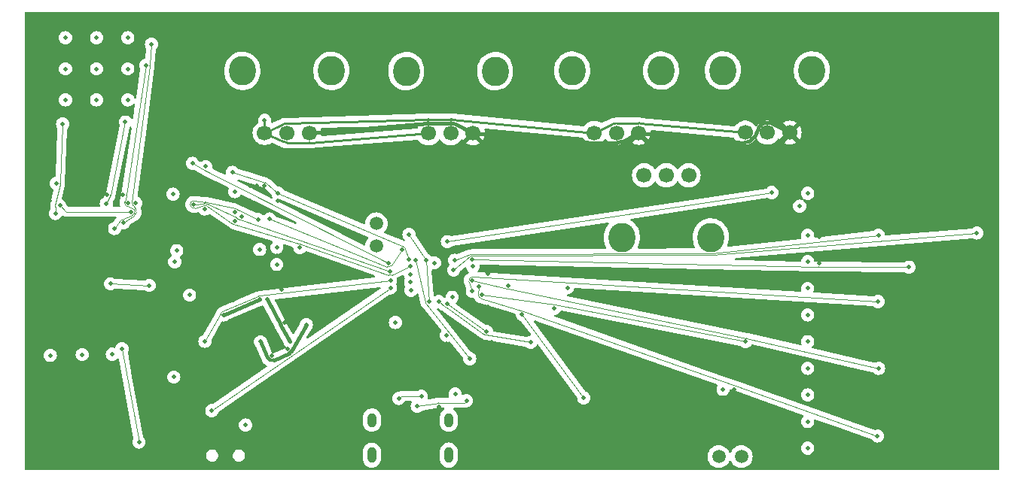
<source format=gbr>
%TF.GenerationSoftware,KiCad,Pcbnew,7.0.2-6a45011f42~172~ubuntu22.04.1*%
%TF.CreationDate,2023-05-03T10:24:55-07:00*%
%TF.ProjectId,hackathon-2022,6861636b-6174-4686-9f6e-2d323032322e,rev?*%
%TF.SameCoordinates,Original*%
%TF.FileFunction,Copper,L6,Bot*%
%TF.FilePolarity,Positive*%
%FSLAX46Y46*%
G04 Gerber Fmt 4.6, Leading zero omitted, Abs format (unit mm)*
G04 Created by KiCad (PCBNEW 7.0.2-6a45011f42~172~ubuntu22.04.1) date 2023-05-03 10:24:55*
%MOMM*%
%LPD*%
G01*
G04 APERTURE LIST*
%TA.AperFunction,ComponentPad*%
%ADD10C,1.700000*%
%TD*%
%TA.AperFunction,ComponentPad*%
%ADD11O,3.000000X3.300000*%
%TD*%
%TA.AperFunction,ComponentPad*%
%ADD12C,1.520000*%
%TD*%
%TA.AperFunction,ComponentPad*%
%ADD13O,1.000000X1.600000*%
%TD*%
%TA.AperFunction,ComponentPad*%
%ADD14O,1.000000X1.800000*%
%TD*%
%TA.AperFunction,ViaPad*%
%ADD15C,0.460000*%
%TD*%
%TA.AperFunction,Conductor*%
%ADD16C,0.090000*%
%TD*%
%TA.AperFunction,Conductor*%
%ADD17C,0.254000*%
%TD*%
%TA.AperFunction,Conductor*%
%ADD18C,0.381000*%
%TD*%
G04 APERTURE END LIST*
D10*
%TO.P,R31,1,1*%
%TO.N,VDD*%
X148743714Y-95817671D03*
%TO.P,R31,2,2*%
%TO.N,in_adc1*%
X151243714Y-95817671D03*
%TO.P,R31,3,3*%
%TO.N,GND*%
X153743714Y-95817671D03*
D11*
%TO.P,R31,4,4*%
%TO.N,unconnected-(R31-Pad4)*%
X156243714Y-88817671D03*
%TO.P,R31,5,5*%
%TO.N,unconnected-(R31-Pad5)*%
X146243714Y-88817671D03*
%TD*%
D10*
%TO.P,R28,1,1*%
%TO.N,VDD*%
X111670450Y-95837487D03*
%TO.P,R28,2,2*%
%TO.N,in_adc2*%
X114170450Y-95837487D03*
%TO.P,R28,3,3*%
%TO.N,GND*%
X116670450Y-95837487D03*
D11*
%TO.P,R28,4,4*%
%TO.N,unconnected-(R28-Pad4)*%
X119170450Y-88837487D03*
%TO.P,R28,5,5*%
%TO.N,unconnected-(R28-Pad5)*%
X109170450Y-88837487D03*
%TD*%
D12*
%TO.P,J2,1,1*%
%TO.N,Net-(U3-SWD)*%
X124231509Y-108583566D03*
%TO.P,J2,2,2*%
%TO.N,Net-(U3-SWCLK)*%
X124231509Y-106043566D03*
%TD*%
D13*
%TO.P,USB1,13,SHELL0*%
%TO.N,Net-(USB1-SHELL0)*%
X123725552Y-128164680D03*
D14*
%TO.P,USB1,14,SHELL1*%
X123725552Y-132104680D03*
%TO.P,USB1,15,SHELL2*%
X132375552Y-132104680D03*
D13*
%TO.P,USB1,16,SHELL3*%
X132375552Y-128164680D03*
%TD*%
D12*
%TO.P,J3,1,1*%
%TO.N,Net-(U7-VO-)*%
X165277522Y-132263141D03*
%TO.P,J3,2,2*%
%TO.N,Net-(U7-VO+)*%
X162737522Y-132263141D03*
%TD*%
D10*
%TO.P,R27,1,1*%
%TO.N,Net-(C25-Pad1)*%
X159343123Y-100595783D03*
%TO.P,R27,2,2*%
%TO.N,Net-(C24-Pad1)*%
X156843123Y-100595783D03*
%TO.P,R27,3,3*%
%TO.N,Net-(C23-Pad1)*%
X154343123Y-100595783D03*
D11*
%TO.P,R27,4,4*%
%TO.N,unconnected-(R27-Pad4)*%
X151843123Y-107595783D03*
%TO.P,R27,5,5*%
%TO.N,unconnected-(R27-Pad5)*%
X161843123Y-107595783D03*
%TD*%
D10*
%TO.P,R30,1,1*%
%TO.N,VDD*%
X130091666Y-95868877D03*
%TO.P,R30,2,2*%
%TO.N,in_adc*%
X132591666Y-95868877D03*
%TO.P,R30,3,3*%
%TO.N,GND*%
X135091666Y-95868877D03*
D11*
%TO.P,R30,4,4*%
%TO.N,unconnected-(R30-Pad4)*%
X137591666Y-88868877D03*
%TO.P,R30,5,5*%
%TO.N,unconnected-(R30-Pad5)*%
X127591666Y-88868877D03*
%TD*%
D10*
%TO.P,R29,1,1*%
%TO.N,VDD*%
X165700513Y-95799691D03*
%TO.P,R29,2,2*%
%TO.N,in_adc3*%
X168200513Y-95799691D03*
%TO.P,R29,3,3*%
%TO.N,GND*%
X170700513Y-95799691D03*
D11*
%TO.P,R29,4,4*%
%TO.N,unconnected-(R29-Pad4)*%
X173200513Y-88799691D03*
%TO.P,R29,5,5*%
%TO.N,unconnected-(R29-Pad5)*%
X163200513Y-88799691D03*
%TD*%
D15*
%TO.N,Net-(U3-DVDD0)*%
X129823624Y-110171023D03*
X130137101Y-114787067D03*
X127905947Y-107264682D03*
%TO.N,audio-enable_gpio*%
X136121731Y-114061377D03*
X165757590Y-119331477D03*
%TO.N,tof-i2c_scl*%
X110911153Y-105583106D03*
X128088436Y-110821129D03*
%TO.N,rpi-led-i2c_sda*%
X103550198Y-99250304D03*
X125564913Y-110534125D03*
%TO.N,rows0_gpio*%
X132923738Y-111271137D03*
X191765116Y-107106866D03*
%TO.N,tof-en_gpio*%
X113162863Y-102620425D03*
X108040740Y-100276731D03*
X127894467Y-110079129D03*
%TO.N,enable1_gpio*%
X104958831Y-119294795D03*
X125823408Y-112471036D03*
%TO.N,cols0_gpio*%
X135730053Y-113092137D03*
X180590062Y-129966549D03*
%TO.N,rgb-drive2_gpio*%
X88957695Y-94828423D03*
X88138000Y-104902000D03*
%TO.N,VDD*%
X108300780Y-105730711D03*
X139103712Y-113001061D03*
X135084962Y-110861061D03*
X126385784Y-117167861D03*
X130765539Y-110462613D03*
X132761882Y-114333038D03*
X109082267Y-105243432D03*
X108300182Y-102435523D03*
X132118000Y-118632349D03*
X133096000Y-125222000D03*
X111670450Y-94417487D03*
X128067580Y-111803352D03*
X105033320Y-99612562D03*
X115628331Y-108739775D03*
X144239073Y-115576061D03*
X104930990Y-104386422D03*
X145746212Y-113251061D03*
%TO.N,rgb-drive18_gpio*%
X96338641Y-103708907D03*
%TO.N,enable0_gpio*%
X105732426Y-127098801D03*
X125823408Y-113271137D03*
%TO.N,cols1_gpio*%
X135023738Y-112471036D03*
X180709972Y-122347597D03*
%TO.N,rgb-drive20_gpio*%
X93861950Y-103790449D03*
X96008808Y-94588387D03*
%TO.N,rgb-drive25_gpio*%
X98323545Y-88225736D03*
X94809921Y-106595795D03*
%TO.N,cols2_gpio*%
X135023738Y-113671188D03*
X180649084Y-114817848D03*
%TO.N,cols3_gpio*%
X180689676Y-107369283D03*
X133023522Y-110171023D03*
%TO.N,rgb-drive26_gpio*%
X97171403Y-103727971D03*
%TO.N,SW-VOUT*%
X116363188Y-117432435D03*
X111209574Y-119343717D03*
%TO.N,rows1_gpio*%
X184120369Y-110950132D03*
X135023738Y-110070985D03*
%TO.N,P4V2*%
X172727828Y-128329456D03*
X88251257Y-101504462D03*
X101463021Y-123322752D03*
X172727828Y-110329456D03*
X113028331Y-108739775D03*
X101369276Y-102731156D03*
X89275954Y-85118590D03*
X172727828Y-122329456D03*
X92775954Y-85118590D03*
X171829726Y-104077368D03*
X101780969Y-109090658D03*
X113028331Y-110639775D03*
X163217590Y-124696477D03*
X172727828Y-113329456D03*
X172727828Y-107329456D03*
X172727828Y-102629456D03*
X96275954Y-92118590D03*
X92775954Y-88618590D03*
X172727828Y-116329456D03*
X96275954Y-88618590D03*
X103222695Y-114096955D03*
X89275954Y-88618590D03*
X109517152Y-128714060D03*
X111102048Y-108956506D03*
X172727828Y-125329456D03*
X89275954Y-92118590D03*
X96275954Y-85118590D03*
X92775954Y-92118590D03*
X172727828Y-119329456D03*
X172727828Y-131329456D03*
%TO.N,QSPI_SS*%
X140627231Y-116280918D03*
X147557265Y-125667432D03*
%TO.N,VBAT*%
X111942415Y-114545263D03*
X111134486Y-114583767D03*
X107088057Y-116332143D03*
X114528309Y-119306337D03*
%TO.N,led-data_gpio*%
X132223675Y-108071023D03*
X168692952Y-102544161D03*
%TO.N,QSPI_SD0*%
X131241388Y-114812071D03*
X141571144Y-119412436D03*
%TO.N,rgb-drive24_gpio*%
X95816779Y-105960680D03*
X98948125Y-85852334D03*
%TO.N,GND*%
X173987828Y-104509456D03*
X113028331Y-109689775D03*
X129286000Y-105156000D03*
X87481867Y-103489458D03*
X121354158Y-127502030D03*
X173987828Y-131509456D03*
X173987828Y-113509456D03*
X136751073Y-111661061D03*
X137178073Y-119386061D03*
X169534421Y-97291841D03*
X113954553Y-117223966D03*
X130224000Y-121666000D03*
X173987828Y-107509456D03*
X108300780Y-104754738D03*
X99286056Y-124863044D03*
X136751073Y-115381061D03*
X114214309Y-120115196D03*
X137744043Y-106375535D03*
X132118000Y-119589572D03*
X117077722Y-110084966D03*
X147468573Y-114051061D03*
X173987828Y-122509456D03*
X108179377Y-114643396D03*
X173987828Y-125509456D03*
X110854722Y-113452508D03*
X173987828Y-119509456D03*
X111612863Y-101795425D03*
X165303060Y-128430459D03*
X173987828Y-102629456D03*
X114918417Y-114678618D03*
X107311376Y-117520684D03*
X113610847Y-113467920D03*
X131308896Y-126629195D03*
X111102048Y-109913729D03*
X99458588Y-115999237D03*
X109987863Y-103495425D03*
X164487590Y-124696477D03*
X93940450Y-102772260D03*
X113187863Y-103495425D03*
X142072926Y-129793421D03*
X110812863Y-101795425D03*
X115925777Y-127279015D03*
X132740151Y-113144387D03*
X133231073Y-105901061D03*
X124802841Y-129352499D03*
X112493804Y-120898678D03*
X110012863Y-101795425D03*
X125428562Y-115567861D03*
X95701385Y-102772260D03*
X173987828Y-116509456D03*
X127233562Y-116671061D03*
X173987828Y-128509456D03*
X145923651Y-129749227D03*
X173987828Y-110509456D03*
%TO.N,QSPI_SD2*%
X136607162Y-118173551D03*
X132241274Y-115106832D03*
%TO.N,RP-USB-NET-DN*%
X129286000Y-125476000D03*
X126746000Y-125730000D03*
%TO.N,rpi-led-i2c_scl*%
X125737445Y-111468671D03*
X103698884Y-103892986D03*
%TO.N,Net-(LED20-A)*%
X94548956Y-120745920D03*
X91151196Y-120790335D03*
X94323724Y-112819719D03*
X98695265Y-113002571D03*
X87575776Y-120879165D03*
%TO.N,drive0_gpio*%
X95624744Y-120139599D03*
X97539888Y-130639109D03*
%TO.N,/4: led-drive_u/SCL*%
X101559912Y-110344316D03*
%TO.N,Net-(Q7-D)*%
X96668793Y-104700617D03*
X88646000Y-104013000D03*
%TO.N,Net-(USB1-CC2)*%
X128836236Y-126607479D03*
X134366000Y-125984000D03*
%TO.N,tof-i2c_sda*%
X112223764Y-105519847D03*
X127115141Y-108984663D03*
%TO.N,Net-(U3-RUN)*%
X128623725Y-110171023D03*
X134736530Y-121247730D03*
%TO.N,unconnected-(U3-GPIO22-Pad34)*%
X128083638Y-112623119D03*
%TO.N,unconnected-(U3-GPIO24-Pad36)*%
X128112742Y-113545967D03*
%TD*%
D16*
%TO.N,Net-(U3-DVDD0)*%
X129823624Y-110171023D02*
X130137101Y-114787067D01*
X129823624Y-110171023D02*
X127905947Y-107264682D01*
%TO.N,audio-enable_gpio*%
X144294090Y-115170778D02*
X136121731Y-114061377D01*
X165757590Y-119331477D02*
X144316921Y-115174538D01*
X144316921Y-115174536D02*
G75*
G03*
X144294090Y-115170778I-77621J-400364D01*
G01*
%TO.N,tof-i2c_scl*%
X105002336Y-103600655D02*
X103735869Y-103485661D01*
X103813146Y-104285701D02*
X104816729Y-103993707D01*
X125910650Y-111839185D02*
X128088436Y-110821129D01*
X108390515Y-104355704D02*
X105104099Y-103616647D01*
X115765445Y-108354442D02*
X125600332Y-111854003D01*
X108185314Y-106123073D02*
X115743797Y-108347412D01*
X110911153Y-105583106D02*
X108481324Y-104387744D01*
X105164286Y-104050485D02*
X108067483Y-106066648D01*
X115765445Y-108354441D02*
G75*
G03*
X115743797Y-108347413I-136745J-384359D01*
G01*
X108481324Y-104387744D02*
G75*
G03*
X108390515Y-104355705I-180524J-366956D01*
G01*
X125600320Y-111854036D02*
G75*
G03*
X125910650Y-111839185I137080J385336D01*
G01*
X105104098Y-103616651D02*
G75*
G03*
X105002336Y-103600655I-173098J-769549D01*
G01*
X105164289Y-104050481D02*
G75*
G03*
X104816729Y-103993707I-233289J-335919D01*
G01*
X108067486Y-106066643D02*
G75*
G03*
X108185314Y-106123073I233314J335943D01*
G01*
X103735866Y-103485693D02*
G75*
G03*
X103813146Y-104285700I-36966J-407307D01*
G01*
%TO.N,rpi-led-i2c_sda*%
X125564913Y-110534125D02*
X104847621Y-99976975D01*
X104833381Y-99969361D02*
X103550198Y-99250304D01*
X104833380Y-99969362D02*
G75*
G03*
X104847621Y-99976974I200020J357062D01*
G01*
%TO.N,rows0_gpio*%
X134763675Y-109755314D02*
X132923738Y-111271137D01*
X191765116Y-107106866D02*
X162039905Y-109579630D01*
X162013141Y-109580782D02*
X135022508Y-109661987D01*
X135022508Y-109662015D02*
G75*
G03*
X134763675Y-109755314I1192J-408985D01*
G01*
X162013141Y-109580781D02*
G75*
G03*
X162039905Y-109579630I-1041J335781D01*
G01*
%TO.N,tof-en_gpio*%
X111883844Y-101489075D02*
X113162863Y-102620425D01*
X113162863Y-102620425D02*
X127274894Y-108608153D01*
X127504714Y-108860106D02*
X127894467Y-110079129D01*
X108040740Y-100276731D02*
X111732336Y-101404264D01*
X127504712Y-108860107D02*
G75*
G03*
X127274894Y-108608154I-389612J-124593D01*
G01*
X111883849Y-101489070D02*
G75*
G03*
X111732336Y-101404265I-270949J-306330D01*
G01*
%TO.N,enable1_gpio*%
X110972262Y-114208315D02*
X106925833Y-115956691D01*
X125823408Y-112471036D02*
X111087438Y-114177482D01*
X106731269Y-116132186D02*
X104958831Y-119294795D01*
X111087438Y-114177481D02*
G75*
G03*
X110972262Y-114208316I47062J-406319D01*
G01*
X106925818Y-115956656D02*
G75*
G03*
X106731270Y-116132186I162282J-375444D01*
G01*
%TO.N,cols0_gpio*%
X140763272Y-115895206D02*
X164623631Y-124310765D01*
X135730053Y-113092137D02*
X135712797Y-114054041D01*
X164624155Y-124310950D02*
X180590062Y-129966549D01*
X136003156Y-114452811D02*
X140745807Y-115889484D01*
X164624155Y-124310951D02*
G75*
G03*
X164623631Y-124310766I-27555J-77149D01*
G01*
X135712798Y-114054041D02*
G75*
G03*
X136003156Y-114452811I408902J-7359D01*
G01*
X140763271Y-115895208D02*
G75*
G03*
X140745807Y-115889485I-136071J-385692D01*
G01*
%TO.N,rgb-drive2_gpio*%
X88116486Y-103956074D02*
X88650195Y-101594626D01*
X88138000Y-104177576D02*
X88118351Y-104157927D01*
X88138000Y-104902000D02*
X88138000Y-104177576D01*
X88659853Y-101522642D02*
X88957695Y-94828423D01*
X88650200Y-101594627D02*
G75*
G03*
X88659852Y-101522642I-398900J90127D01*
G01*
X88116482Y-103956073D02*
G75*
G03*
X88118352Y-104157927I465118J-96627D01*
G01*
D17*
%TO.N,VDD*%
X111670450Y-94417487D02*
X111670450Y-95837487D01*
X153743714Y-94740671D02*
X151243714Y-94740671D01*
X116754364Y-96911213D02*
X130091666Y-95868877D01*
X113706478Y-94865551D02*
X111670450Y-95837487D01*
X114170450Y-96914487D02*
X116670450Y-96914487D01*
X111670450Y-95837487D02*
X113706478Y-96809423D01*
X130047667Y-94311499D02*
X114140035Y-94760916D01*
X150779742Y-94845735D02*
X148743714Y-95817671D01*
X165700513Y-95799691D02*
X153839111Y-94744904D01*
X132591666Y-94310877D02*
X130091666Y-94310877D01*
X148743714Y-95817671D02*
X132737030Y-94317673D01*
X132737030Y-94317669D02*
G75*
G03*
X132591666Y-94310877I-145330J-1551331D01*
G01*
X153839111Y-94744904D02*
G75*
G03*
X153743714Y-94740671I-95411J-1073096D01*
G01*
X113706488Y-96809402D02*
G75*
G03*
X114170450Y-96914487I464012J971902D01*
G01*
X130091666Y-94310878D02*
G75*
G03*
X130047667Y-94311499I34J-1561422D01*
G01*
X151243714Y-94740680D02*
G75*
G03*
X150779742Y-94845735I-14J-1077020D01*
G01*
X116670450Y-96914490D02*
G75*
G03*
X116754364Y-96911213I-50J1077290D01*
G01*
X114140034Y-94760898D02*
G75*
G03*
X113706478Y-94865551I30466J-1076602D01*
G01*
D16*
%TO.N,enable0_gpio*%
X105732426Y-127098801D02*
X125823408Y-113271137D01*
%TO.N,cols1_gpio*%
X165849183Y-118932865D02*
X180709972Y-122347597D01*
X139021126Y-113401636D02*
X165840176Y-118930902D01*
X135023738Y-112471036D02*
X139010963Y-113399405D01*
X139010963Y-113399406D02*
G75*
G03*
X139021126Y-113401635I92037J395206D01*
G01*
X165849183Y-118932865D02*
G75*
G03*
X165840176Y-118930903I-91183J-396835D01*
G01*
%TO.N,rgb-drive20_gpio*%
X94301514Y-102964389D02*
X93861950Y-103790449D01*
X96008808Y-94588387D02*
X94341372Y-102853147D01*
X94301519Y-102964392D02*
G75*
G03*
X94341372Y-102853147I-361019J192092D01*
G01*
%TO.N,rgb-drive25_gpio*%
X96105751Y-102833651D02*
X98323545Y-88225736D01*
X96809261Y-104316495D02*
X96198173Y-104093029D01*
X94809921Y-106595795D02*
X95493003Y-105710780D01*
X95654330Y-105585325D02*
X96831242Y-105075972D01*
X95938571Y-103623907D02*
X96101455Y-102857259D01*
X96101453Y-102857259D02*
G75*
G03*
X96105750Y-102833651I-400253J85059D01*
G01*
X95938538Y-103623900D02*
G75*
G03*
X96198173Y-104093029I400062J-85000D01*
G01*
X95654330Y-105585324D02*
G75*
G03*
X95493004Y-105710780I162470J-375376D01*
G01*
X96831229Y-105075943D02*
G75*
G03*
X96809261Y-104316496I-162429J375343D01*
G01*
%TO.N,cols2_gpio*%
X135048404Y-112062780D02*
X180649084Y-114817848D01*
X135023738Y-113671188D02*
X134639221Y-112610419D01*
X135048405Y-112062771D02*
G75*
G03*
X134639221Y-112610419I-24705J-408229D01*
G01*
%TO.N,cols3_gpio*%
X180689676Y-107369283D02*
X162027742Y-109389941D01*
X162012569Y-109390783D02*
X135021936Y-109471987D01*
X134816254Y-109509067D02*
X133023522Y-110171023D01*
X135021936Y-109472002D02*
G75*
G03*
X134816254Y-109509067I1764J-598998D01*
G01*
X162012569Y-109390782D02*
G75*
G03*
X162027742Y-109389941I-469J145682D01*
G01*
D18*
%TO.N,SW-VOUT*%
X116363188Y-117432435D02*
X114697344Y-120387496D01*
X111985657Y-121120618D02*
X111209574Y-119343717D01*
X114444111Y-120619836D02*
X112723606Y-121403318D01*
X111985663Y-121120615D02*
G75*
G03*
X112723606Y-121403317I508137J221915D01*
G01*
X114444113Y-120619840D02*
G75*
G03*
X114697343Y-120387496I-229813J504640D01*
G01*
D16*
%TO.N,rows1_gpio*%
X184120369Y-110950132D02*
X173986550Y-110918454D01*
X173978934Y-110918360D02*
X135023738Y-110070985D01*
X173978934Y-110918360D02*
G75*
G03*
X173986550Y-110918453I8766J402760D01*
G01*
%TO.N,QSPI_SS*%
X147557265Y-125667432D02*
X140627231Y-116280918D01*
D18*
%TO.N,VBAT*%
X113462195Y-117479023D02*
X111942415Y-114545263D01*
X114528309Y-119306337D02*
X113475701Y-117503558D01*
X111134486Y-114583767D02*
X107088057Y-116332143D01*
X113462194Y-117479023D02*
G75*
G03*
X113475701Y-117503558I491906J254823D01*
G01*
D16*
%TO.N,led-data_gpio*%
X168692952Y-102544161D02*
X132223675Y-108071023D01*
%TO.N,QSPI_SD0*%
X136372071Y-118508235D02*
X132006183Y-115441516D01*
X141571144Y-119412436D02*
X136540164Y-118577026D01*
X131980973Y-115422307D02*
X131241388Y-114812071D01*
X136372075Y-118508229D02*
G75*
G03*
X136540164Y-118577026I235125J334729D01*
G01*
X131980972Y-115422308D02*
G75*
G03*
X132006183Y-115441516I260228J315408D01*
G01*
%TO.N,rgb-drive24_gpio*%
X98729260Y-88277471D02*
X96765688Y-103676237D01*
X96856717Y-103989225D02*
X97129666Y-104317998D01*
X96992780Y-105204436D02*
X95816779Y-105960680D01*
X98948125Y-85852334D02*
X98730894Y-88262451D01*
X96992765Y-105204413D02*
G75*
G03*
X97129665Y-104317999I-323965J503813D01*
G01*
X98729261Y-88277471D02*
G75*
G03*
X98730893Y-88262451I-408161J51971D01*
G01*
X96765710Y-103676240D02*
G75*
G03*
X96856717Y-103989225I405690J-51760D01*
G01*
D18*
%TO.N,GND*%
X168720810Y-94784786D02*
X170700513Y-95799691D01*
X129997407Y-94732279D02*
X116670450Y-95837487D01*
X153743714Y-95817671D02*
X151764010Y-96832576D01*
X153743714Y-95817671D02*
X165593434Y-96935153D01*
X151243714Y-96958171D02*
X148743714Y-96958171D01*
X132591666Y-94728377D02*
X130091666Y-94728377D01*
X166741106Y-96266497D02*
X167159921Y-95332885D01*
X148652700Y-96954534D02*
X135091666Y-95868877D01*
X169534421Y-97291841D02*
X170700513Y-95799691D01*
X135091666Y-95868877D02*
X133111962Y-94853972D01*
X133111970Y-94853956D02*
G75*
G03*
X132591666Y-94728377I-520270J-1014944D01*
G01*
X168720799Y-94784807D02*
G75*
G03*
X167159921Y-95332885I-520299J-1014893D01*
G01*
X148652700Y-96954537D02*
G75*
G03*
X148743714Y-96958171I91000J1137437D01*
G01*
X165593432Y-96935171D02*
G75*
G03*
X166741105Y-96266497I107068J1135471D01*
G01*
X151243714Y-96958180D02*
G75*
G03*
X151764010Y-96832576I-14J1140480D01*
G01*
X130091666Y-94728375D02*
G75*
G03*
X129997407Y-94732280I34J-1140525D01*
G01*
D16*
%TO.N,QSPI_SD2*%
X132241274Y-115106832D02*
X136607162Y-118173551D01*
%TO.N,RP-USB-NET-DN*%
X129286000Y-125476000D02*
X127000000Y-125476000D01*
X127000000Y-125476000D02*
X126746000Y-125730000D01*
%TO.N,rpi-led-i2c_scl*%
X103698884Y-103892986D02*
X104878755Y-103789704D01*
X108509616Y-105379045D02*
X108873431Y-105595097D01*
X108947921Y-105629737D02*
X125737445Y-111468671D01*
X105181769Y-103842445D02*
X108472013Y-105359281D01*
X105181770Y-103842443D02*
G75*
G03*
X104878755Y-103789705I-250770J-543957D01*
G01*
X108509616Y-105379045D02*
G75*
G03*
X108472013Y-105359281I-208716J-351455D01*
G01*
X108873433Y-105595094D02*
G75*
G03*
X108947921Y-105629737I208867J351694D01*
G01*
%TO.N,Net-(LED20-A)*%
X94323724Y-112819719D02*
X98695265Y-113002571D01*
%TO.N,drive0_gpio*%
X97539888Y-130639109D02*
X95624744Y-120139599D01*
%TO.N,Net-(Q7-D)*%
X89333617Y-104700617D02*
X96668793Y-104700617D01*
X88646000Y-104013000D02*
X89333617Y-104700617D01*
%TO.N,Net-(USB1-CC2)*%
X134126854Y-126223146D02*
X131259705Y-126223146D01*
X134366000Y-125984000D02*
X134126854Y-126223146D01*
X131244791Y-126225250D02*
X128836236Y-126607479D01*
X131259705Y-126223146D02*
G75*
G03*
X131244791Y-126225250I56795J-456454D01*
G01*
%TO.N,tof-i2c_sda*%
X112223764Y-105519847D02*
X125410091Y-110912690D01*
X125902950Y-110764369D02*
X127115141Y-108984663D01*
X125410089Y-110912696D02*
G75*
G03*
X125902950Y-110764369I154811J378596D01*
G01*
%TO.N,Net-(U3-RUN)*%
X128623725Y-110171023D02*
X129739107Y-114881311D01*
X129816587Y-115041137D02*
X134736530Y-121247730D01*
X129739082Y-114881317D02*
G75*
G03*
X129816587Y-115041137I398018J94317D01*
G01*
%TD*%
%TA.AperFunction,Conductor*%
%TO.N,GND*%
G36*
X96616057Y-95128048D02*
G01*
X96671990Y-95169920D01*
X96696407Y-95235384D01*
X96695318Y-95262843D01*
X95559796Y-102742178D01*
X95559676Y-102742961D01*
X95558405Y-102749910D01*
X95543370Y-102820666D01*
X95543368Y-102820694D01*
X95408992Y-103453169D01*
X95407883Y-103458385D01*
X95407857Y-103458431D01*
X95407861Y-103458432D01*
X95379167Y-103593211D01*
X95373883Y-103765605D01*
X95388988Y-103866873D01*
X95399326Y-103936187D01*
X95414908Y-103982162D01*
X95415299Y-103983314D01*
X95418175Y-104053124D01*
X95382853Y-104113408D01*
X95320546Y-104145024D01*
X95297861Y-104147117D01*
X94694314Y-104147117D01*
X94627275Y-104127432D01*
X94581520Y-104074628D01*
X94571576Y-104005470D01*
X94577273Y-103982162D01*
X94586490Y-103955820D01*
X94596049Y-103870987D01*
X94605123Y-103790449D01*
X94601655Y-103759668D01*
X94589124Y-103648452D01*
X94601178Y-103579630D01*
X94602859Y-103576352D01*
X94745605Y-103308094D01*
X94745612Y-103308087D01*
X94758580Y-103283714D01*
X94758581Y-103283714D01*
X94766452Y-103268920D01*
X94766471Y-103268900D01*
X94790155Y-103224385D01*
X94790156Y-103224386D01*
X94812021Y-103183291D01*
X94847617Y-103097264D01*
X94858318Y-103062128D01*
X94866512Y-103041847D01*
X94868894Y-103037186D01*
X94874735Y-103008231D01*
X94874744Y-103008204D01*
X94882409Y-102970197D01*
X94884231Y-102961171D01*
X94886099Y-102951907D01*
X96444804Y-95226073D01*
X96477358Y-95164252D01*
X96478604Y-95162987D01*
X96485044Y-95156547D01*
X96546365Y-95123064D01*
X96616057Y-95128048D01*
G37*
%TD.AperFunction*%
%TA.AperFunction,Conductor*%
G36*
X124647534Y-113184217D02*
G01*
X124699059Y-113231407D01*
X124716892Y-113298963D01*
X124695371Y-113365436D01*
X124663241Y-113397697D01*
X116570421Y-118967598D01*
X116504037Y-118989391D01*
X116436409Y-118971834D01*
X116389008Y-118920502D01*
X116376885Y-118851693D01*
X116392098Y-118804565D01*
X116844599Y-118001868D01*
X116864931Y-117975087D01*
X116944224Y-117895796D01*
X117032764Y-117754886D01*
X117087728Y-117597807D01*
X117106361Y-117432435D01*
X117087728Y-117267063D01*
X117032764Y-117109984D01*
X116944224Y-116969074D01*
X116826549Y-116851399D01*
X116685639Y-116762859D01*
X116528560Y-116707895D01*
X116528559Y-116707894D01*
X116528557Y-116707894D01*
X116363187Y-116689261D01*
X116197818Y-116707894D01*
X116040736Y-116762859D01*
X115899825Y-116851400D01*
X115782153Y-116969072D01*
X115693612Y-117109983D01*
X115638647Y-117267065D01*
X115637636Y-117276040D01*
X115622435Y-117323047D01*
X115019881Y-118391923D01*
X114969812Y-118440656D01*
X114901344Y-118454583D01*
X114836216Y-118429283D01*
X114804781Y-118393557D01*
X114127464Y-117233530D01*
X114127452Y-117233501D01*
X114119037Y-117219091D01*
X114119037Y-117219089D01*
X114082749Y-117156946D01*
X114079748Y-117151494D01*
X112950011Y-114970669D01*
X112811919Y-114704098D01*
X112798561Y-114635517D01*
X112824401Y-114570601D01*
X112881235Y-114529961D01*
X112907750Y-114523885D01*
X124578676Y-113172375D01*
X124647534Y-113184217D01*
G37*
%TD.AperFunction*%
%TA.AperFunction,Conductor*%
G36*
X113440967Y-103339686D02*
G01*
X123233909Y-107494828D01*
X123269948Y-107510119D01*
X123323973Y-107554425D01*
X123345468Y-107620906D01*
X123327609Y-107688455D01*
X123309196Y-107711950D01*
X123256068Y-107765078D01*
X123128760Y-107946893D01*
X123034956Y-108148054D01*
X122977508Y-108362454D01*
X122974104Y-108401362D01*
X122948651Y-108466431D01*
X122892060Y-108507409D01*
X122822298Y-108511287D01*
X122794276Y-108501036D01*
X113162017Y-103592616D01*
X113111223Y-103544640D01*
X113094431Y-103476818D01*
X113116972Y-103410684D01*
X113171689Y-103367235D01*
X113204433Y-103358914D01*
X113328235Y-103344965D01*
X113351581Y-103336795D01*
X113421356Y-103333233D01*
X113440967Y-103339686D01*
G37*
%TD.AperFunction*%
%TA.AperFunction,Conductor*%
G36*
X108769550Y-101078075D02*
G01*
X111490764Y-101909221D01*
X111490804Y-101909240D01*
X111506411Y-101914005D01*
X111506412Y-101914006D01*
X111514873Y-101916589D01*
X111560815Y-101942305D01*
X112394175Y-102679449D01*
X112431348Y-102738610D01*
X112435240Y-102758442D01*
X112438322Y-102785794D01*
X112438322Y-102785796D01*
X112438323Y-102785797D01*
X112493287Y-102942876D01*
X112534352Y-103008231D01*
X112539799Y-103016899D01*
X112558799Y-103084136D01*
X112538431Y-103150971D01*
X112485163Y-103196185D01*
X112415907Y-103205422D01*
X112378505Y-103193353D01*
X112133153Y-103068326D01*
X108677027Y-101307148D01*
X108626234Y-101259173D01*
X108609442Y-101191351D01*
X108631983Y-101125217D01*
X108686700Y-101081768D01*
X108756221Y-101074799D01*
X108769550Y-101078075D01*
G37*
%TD.AperFunction*%
%TA.AperFunction,Conductor*%
G36*
X128883285Y-94999839D02*
G01*
X128930513Y-95051330D01*
X128942405Y-95120180D01*
X128923027Y-95173826D01*
X128892808Y-95220080D01*
X128874931Y-95260836D01*
X128829974Y-95314321D01*
X128771036Y-95334648D01*
X118141874Y-96165337D01*
X118073505Y-96150936D01*
X118023775Y-96101857D01*
X118008473Y-96033684D01*
X118008685Y-96030906D01*
X118025607Y-95837486D01*
X118005019Y-95602168D01*
X117961955Y-95441452D01*
X117963618Y-95371602D01*
X118002780Y-95313740D01*
X118067008Y-95286235D01*
X118078186Y-95285410D01*
X128815719Y-94982055D01*
X128883285Y-94999839D01*
G37*
%TD.AperFunction*%
%TA.AperFunction,Conductor*%
G36*
X194242539Y-82220185D02*
G01*
X194288294Y-82272989D01*
X194299500Y-82324500D01*
X194299500Y-133675500D01*
X194279815Y-133742539D01*
X194227011Y-133788294D01*
X194175500Y-133799500D01*
X84824500Y-133799500D01*
X84757461Y-133779815D01*
X84711706Y-133727011D01*
X84700500Y-133675500D01*
X84700500Y-132227566D01*
X105087652Y-132227566D01*
X105105844Y-132301374D01*
X105127142Y-132387785D01*
X105203825Y-132533892D01*
X105203827Y-132533895D01*
X105313251Y-132657409D01*
X105313252Y-132657410D01*
X105449052Y-132751147D01*
X105507565Y-132773337D01*
X105603343Y-132809661D01*
X105726047Y-132824560D01*
X105729796Y-132824560D01*
X105804508Y-132824560D01*
X105808257Y-132824560D01*
X105930961Y-132809661D01*
X106085251Y-132751147D01*
X106221053Y-132657409D01*
X106330477Y-132533895D01*
X106407162Y-132387784D01*
X106446652Y-132227566D01*
X108087652Y-132227566D01*
X108105844Y-132301374D01*
X108127142Y-132387785D01*
X108203825Y-132533892D01*
X108203827Y-132533895D01*
X108313251Y-132657409D01*
X108313252Y-132657410D01*
X108449052Y-132751147D01*
X108507566Y-132773337D01*
X108603343Y-132809661D01*
X108726047Y-132824560D01*
X108729796Y-132824560D01*
X108804508Y-132824560D01*
X108808257Y-132824560D01*
X108930961Y-132809661D01*
X109085251Y-132751147D01*
X109221053Y-132657409D01*
X109312464Y-132554227D01*
X122717052Y-132554227D01*
X122717349Y-132557244D01*
X122717350Y-132557261D01*
X122731643Y-132702378D01*
X122731644Y-132702381D01*
X122789311Y-132892484D01*
X122882957Y-133067684D01*
X123008984Y-133221248D01*
X123162548Y-133347275D01*
X123337748Y-133440921D01*
X123527851Y-133498588D01*
X123725552Y-133518060D01*
X123923253Y-133498588D01*
X124113356Y-133440921D01*
X124288556Y-133347275D01*
X124442120Y-133221248D01*
X124568147Y-133067684D01*
X124661793Y-132892484D01*
X124719460Y-132702381D01*
X124734052Y-132554227D01*
X131367052Y-132554227D01*
X131367349Y-132557244D01*
X131367350Y-132557261D01*
X131381643Y-132702378D01*
X131381644Y-132702381D01*
X131439311Y-132892484D01*
X131532957Y-133067684D01*
X131658984Y-133221248D01*
X131812548Y-133347275D01*
X131987748Y-133440921D01*
X132177851Y-133498588D01*
X132375552Y-133518060D01*
X132573253Y-133498588D01*
X132763356Y-133440921D01*
X132938556Y-133347275D01*
X133092120Y-133221248D01*
X133218147Y-133067684D01*
X133311793Y-132892484D01*
X133369460Y-132702381D01*
X133384052Y-132554227D01*
X133384052Y-132263140D01*
X161464176Y-132263140D01*
X161483521Y-132484252D01*
X161540969Y-132698652D01*
X161565448Y-132751147D01*
X161634773Y-132899814D01*
X161762083Y-133081631D01*
X161919032Y-133238580D01*
X162100849Y-133365890D01*
X162302012Y-133459694D01*
X162516408Y-133517141D01*
X162737522Y-133536486D01*
X162958636Y-133517141D01*
X163173032Y-133459694D01*
X163374195Y-133365890D01*
X163556012Y-133238580D01*
X163712961Y-133081631D01*
X163840271Y-132899814D01*
X163895141Y-132782144D01*
X163941312Y-132729707D01*
X164008506Y-132710555D01*
X164075387Y-132730771D01*
X164119902Y-132782144D01*
X164174773Y-132899814D01*
X164302083Y-133081631D01*
X164459032Y-133238580D01*
X164640849Y-133365890D01*
X164842012Y-133459694D01*
X165056408Y-133517141D01*
X165203817Y-133530037D01*
X165277521Y-133536486D01*
X165277521Y-133536485D01*
X165277522Y-133536486D01*
X165498636Y-133517141D01*
X165713032Y-133459694D01*
X165914195Y-133365890D01*
X166096012Y-133238580D01*
X166252961Y-133081631D01*
X166380271Y-132899814D01*
X166474075Y-132698651D01*
X166531522Y-132484255D01*
X166550867Y-132263141D01*
X166531522Y-132042027D01*
X166474075Y-131827631D01*
X166380271Y-131626469D01*
X166252961Y-131444651D01*
X166137765Y-131329455D01*
X171984654Y-131329455D01*
X172003287Y-131494825D01*
X172003287Y-131494827D01*
X172003288Y-131494828D01*
X172058252Y-131651907D01*
X172146792Y-131792817D01*
X172264467Y-131910492D01*
X172405377Y-131999032D01*
X172562456Y-132053996D01*
X172727828Y-132072629D01*
X172893200Y-132053996D01*
X173050279Y-131999032D01*
X173191189Y-131910492D01*
X173308864Y-131792817D01*
X173397404Y-131651907D01*
X173452368Y-131494828D01*
X173471001Y-131329456D01*
X173452368Y-131164084D01*
X173397404Y-131007005D01*
X173308864Y-130866095D01*
X173191189Y-130748420D01*
X173050279Y-130659880D01*
X172893200Y-130604916D01*
X172893199Y-130604915D01*
X172893197Y-130604915D01*
X172727828Y-130586282D01*
X172562458Y-130604915D01*
X172405376Y-130659880D01*
X172264465Y-130748421D01*
X172146793Y-130866093D01*
X172058252Y-131007004D01*
X172003287Y-131164086D01*
X171984654Y-131329455D01*
X166137765Y-131329455D01*
X166096012Y-131287702D01*
X165914195Y-131160392D01*
X165821445Y-131117142D01*
X165713033Y-131066588D01*
X165498633Y-131009140D01*
X165277521Y-130989795D01*
X165056410Y-131009140D01*
X164842010Y-131066588D01*
X164640849Y-131160392D01*
X164459031Y-131287702D01*
X164302083Y-131444650D01*
X164174773Y-131626468D01*
X164119904Y-131744135D01*
X164073731Y-131796574D01*
X164006538Y-131815726D01*
X163939657Y-131795510D01*
X163895140Y-131744135D01*
X163852133Y-131651907D01*
X163840271Y-131626469D01*
X163712961Y-131444651D01*
X163556012Y-131287702D01*
X163374195Y-131160392D01*
X163281445Y-131117142D01*
X163173033Y-131066588D01*
X162958633Y-131009140D01*
X162737521Y-130989795D01*
X162516410Y-131009140D01*
X162302010Y-131066588D01*
X162100849Y-131160392D01*
X161919031Y-131287702D01*
X161762083Y-131444650D01*
X161634773Y-131626468D01*
X161540969Y-131827629D01*
X161483521Y-132042029D01*
X161464176Y-132263140D01*
X133384052Y-132263140D01*
X133384052Y-131655133D01*
X133369460Y-131506979D01*
X133311793Y-131316876D01*
X133218147Y-131141676D01*
X133092120Y-130988112D01*
X132938556Y-130862085D01*
X132938555Y-130862084D01*
X132830780Y-130804478D01*
X132763356Y-130768439D01*
X132573253Y-130710772D01*
X132573250Y-130710771D01*
X132375552Y-130691300D01*
X132177853Y-130710771D01*
X132114483Y-130729994D01*
X131987748Y-130768439D01*
X131987744Y-130768440D01*
X131987744Y-130768441D01*
X131812548Y-130862084D01*
X131658984Y-130988112D01*
X131532956Y-131141676D01*
X131454903Y-131287705D01*
X131439311Y-131316876D01*
X131400866Y-131443611D01*
X131381643Y-131506981D01*
X131367350Y-131652098D01*
X131367349Y-131652116D01*
X131367052Y-131655133D01*
X131367052Y-132554227D01*
X124734052Y-132554227D01*
X124734052Y-131655133D01*
X124719460Y-131506979D01*
X124661793Y-131316876D01*
X124568147Y-131141676D01*
X124442120Y-130988112D01*
X124288556Y-130862085D01*
X124288555Y-130862084D01*
X124180780Y-130804478D01*
X124113356Y-130768439D01*
X123923253Y-130710772D01*
X123923250Y-130710771D01*
X123749799Y-130693688D01*
X123725552Y-130691300D01*
X123725551Y-130691300D01*
X123527853Y-130710771D01*
X123464483Y-130729994D01*
X123337748Y-130768439D01*
X123337744Y-130768440D01*
X123337744Y-130768441D01*
X123162548Y-130862084D01*
X123008984Y-130988112D01*
X122882956Y-131141676D01*
X122804903Y-131287705D01*
X122789311Y-131316876D01*
X122750866Y-131443611D01*
X122731643Y-131506981D01*
X122717350Y-131652098D01*
X122717349Y-131652116D01*
X122717052Y-131655133D01*
X122717052Y-132554227D01*
X109312464Y-132554227D01*
X109330477Y-132533895D01*
X109407162Y-132387784D01*
X109446652Y-132227566D01*
X109446652Y-132062554D01*
X109407162Y-131902336D01*
X109330477Y-131756225D01*
X109221053Y-131632711D01*
X109221052Y-131632710D01*
X109221051Y-131632709D01*
X109085251Y-131538972D01*
X108930961Y-131480459D01*
X108811977Y-131466011D01*
X108811965Y-131466010D01*
X108808257Y-131465560D01*
X108726047Y-131465560D01*
X108722339Y-131466010D01*
X108722326Y-131466011D01*
X108603342Y-131480459D01*
X108449052Y-131538972D01*
X108313252Y-131632709D01*
X108203825Y-131756227D01*
X108127142Y-131902334D01*
X108092711Y-132042027D01*
X108087652Y-132062554D01*
X108087652Y-132227566D01*
X106446652Y-132227566D01*
X106446652Y-132062554D01*
X106407162Y-131902336D01*
X106330477Y-131756225D01*
X106221053Y-131632711D01*
X106221052Y-131632710D01*
X106221051Y-131632709D01*
X106085251Y-131538972D01*
X105930961Y-131480459D01*
X105811977Y-131466011D01*
X105811965Y-131466010D01*
X105808257Y-131465560D01*
X105726047Y-131465560D01*
X105722339Y-131466010D01*
X105722326Y-131466011D01*
X105603342Y-131480459D01*
X105449052Y-131538972D01*
X105313252Y-131632709D01*
X105203825Y-131756227D01*
X105127142Y-131902334D01*
X105092711Y-132042027D01*
X105087652Y-132062554D01*
X105087652Y-132227566D01*
X84700500Y-132227566D01*
X84700500Y-120879165D01*
X86832602Y-120879165D01*
X86851235Y-121044534D01*
X86851235Y-121044536D01*
X86851236Y-121044537D01*
X86906200Y-121201616D01*
X86994740Y-121342526D01*
X87112415Y-121460201D01*
X87253325Y-121548741D01*
X87410404Y-121603705D01*
X87520651Y-121616126D01*
X87575775Y-121622338D01*
X87575775Y-121622337D01*
X87575776Y-121622338D01*
X87741148Y-121603705D01*
X87898227Y-121548741D01*
X88039137Y-121460201D01*
X88156812Y-121342526D01*
X88245352Y-121201616D01*
X88300316Y-121044537D01*
X88318949Y-120879165D01*
X88308940Y-120790335D01*
X90408022Y-120790335D01*
X90426655Y-120955704D01*
X90426655Y-120955706D01*
X90426656Y-120955707D01*
X90481620Y-121112786D01*
X90570160Y-121253696D01*
X90687835Y-121371371D01*
X90828745Y-121459911D01*
X90985824Y-121514875D01*
X91151196Y-121533508D01*
X91316568Y-121514875D01*
X91473647Y-121459911D01*
X91614557Y-121371371D01*
X91732232Y-121253696D01*
X91820772Y-121112786D01*
X91875736Y-120955707D01*
X91894369Y-120790335D01*
X91889365Y-120745920D01*
X93805782Y-120745920D01*
X93824415Y-120911289D01*
X93824415Y-120911291D01*
X93824416Y-120911292D01*
X93879380Y-121068371D01*
X93967920Y-121209281D01*
X94085595Y-121326956D01*
X94226505Y-121415496D01*
X94383584Y-121470460D01*
X94493831Y-121482882D01*
X94548955Y-121489093D01*
X94548955Y-121489092D01*
X94548956Y-121489093D01*
X94714328Y-121470460D01*
X94871407Y-121415496D01*
X95012317Y-121326956D01*
X95070370Y-121268902D01*
X95131689Y-121235420D01*
X95201381Y-121240404D01*
X95257315Y-121282275D01*
X95280035Y-121334335D01*
X96898962Y-130209882D01*
X96891627Y-130279366D01*
X96881971Y-130298101D01*
X96870314Y-130316653D01*
X96870312Y-130316657D01*
X96870312Y-130316658D01*
X96830684Y-130429911D01*
X96815347Y-130473741D01*
X96796714Y-130639108D01*
X96815347Y-130804478D01*
X96815347Y-130804480D01*
X96815348Y-130804481D01*
X96870312Y-130961560D01*
X96958852Y-131102470D01*
X97076527Y-131220145D01*
X97217437Y-131308685D01*
X97374516Y-131363649D01*
X97484764Y-131376071D01*
X97539887Y-131382282D01*
X97539887Y-131382281D01*
X97539888Y-131382282D01*
X97705260Y-131363649D01*
X97862339Y-131308685D01*
X98003249Y-131220145D01*
X98120924Y-131102470D01*
X98209464Y-130961560D01*
X98264428Y-130804481D01*
X98283061Y-130639109D01*
X98264428Y-130473737D01*
X98209464Y-130316658D01*
X98120924Y-130175748D01*
X98022401Y-130077225D01*
X97988916Y-130015902D01*
X97988103Y-130011835D01*
X97751385Y-128714060D01*
X108773978Y-128714060D01*
X108792611Y-128879429D01*
X108792611Y-128879431D01*
X108792612Y-128879432D01*
X108847576Y-129036511D01*
X108936116Y-129177421D01*
X109053791Y-129295096D01*
X109194701Y-129383636D01*
X109351780Y-129438600D01*
X109517152Y-129457233D01*
X109682524Y-129438600D01*
X109839603Y-129383636D01*
X109980513Y-129295096D01*
X110098188Y-129177421D01*
X110186728Y-129036511D01*
X110241692Y-128879432D01*
X110260325Y-128714060D01*
X110241692Y-128548688D01*
X110229634Y-128514227D01*
X122717052Y-128514227D01*
X122717349Y-128517244D01*
X122717350Y-128517261D01*
X122731643Y-128662378D01*
X122731644Y-128662381D01*
X122789311Y-128852484D01*
X122803715Y-128879432D01*
X122867641Y-128999031D01*
X122882957Y-129027684D01*
X123008984Y-129181248D01*
X123162548Y-129307275D01*
X123337748Y-129400921D01*
X123527851Y-129458588D01*
X123725552Y-129478060D01*
X123923253Y-129458588D01*
X124113356Y-129400921D01*
X124288556Y-129307275D01*
X124442120Y-129181248D01*
X124568147Y-129027684D01*
X124661793Y-128852484D01*
X124719460Y-128662381D01*
X124734052Y-128514227D01*
X124734052Y-127815133D01*
X124719460Y-127666979D01*
X124661793Y-127476876D01*
X124568147Y-127301676D01*
X124442120Y-127148112D01*
X124316091Y-127044683D01*
X124288555Y-127022084D01*
X124122695Y-126933431D01*
X124113356Y-126928439D01*
X123923253Y-126870772D01*
X123923250Y-126870771D01*
X123749799Y-126853688D01*
X123725552Y-126851300D01*
X123725551Y-126851300D01*
X123527853Y-126870771D01*
X123464483Y-126889994D01*
X123337748Y-126928439D01*
X123337744Y-126928440D01*
X123337744Y-126928441D01*
X123162548Y-127022084D01*
X123008984Y-127148112D01*
X122882956Y-127301676D01*
X122789313Y-127476872D01*
X122789311Y-127476876D01*
X122763440Y-127562162D01*
X122731643Y-127666981D01*
X122717350Y-127812098D01*
X122717349Y-127812116D01*
X122717052Y-127815133D01*
X122717052Y-128514227D01*
X110229634Y-128514227D01*
X110186728Y-128391609D01*
X110098188Y-128250699D01*
X109980513Y-128133024D01*
X109839603Y-128044484D01*
X109682524Y-127989520D01*
X109682523Y-127989519D01*
X109682521Y-127989519D01*
X109517151Y-127970886D01*
X109351782Y-127989519D01*
X109194700Y-128044484D01*
X109053789Y-128133025D01*
X108936117Y-128250697D01*
X108847576Y-128391608D01*
X108792611Y-128548690D01*
X108773978Y-128714060D01*
X97751385Y-128714060D01*
X96767993Y-123322752D01*
X100719847Y-123322752D01*
X100738480Y-123488121D01*
X100738480Y-123488123D01*
X100738481Y-123488124D01*
X100793445Y-123645203D01*
X100881985Y-123786113D01*
X100999660Y-123903788D01*
X101140570Y-123992328D01*
X101297649Y-124047292D01*
X101463021Y-124065925D01*
X101628393Y-124047292D01*
X101785472Y-123992328D01*
X101926382Y-123903788D01*
X102044057Y-123786113D01*
X102132597Y-123645203D01*
X102187561Y-123488124D01*
X102206194Y-123322752D01*
X102187561Y-123157380D01*
X102132597Y-123000301D01*
X102044057Y-122859391D01*
X101926382Y-122741716D01*
X101785472Y-122653176D01*
X101628393Y-122598212D01*
X101628392Y-122598211D01*
X101628390Y-122598211D01*
X101463021Y-122579578D01*
X101297651Y-122598211D01*
X101140569Y-122653176D01*
X100999658Y-122741717D01*
X100881986Y-122859389D01*
X100793445Y-123000300D01*
X100738480Y-123157382D01*
X100719847Y-123322752D01*
X96767993Y-123322752D01*
X96265668Y-120568823D01*
X96273003Y-120499342D01*
X96282661Y-120480604D01*
X96294320Y-120462050D01*
X96349284Y-120304971D01*
X96367917Y-120139599D01*
X96349284Y-119974227D01*
X96294320Y-119817148D01*
X96205780Y-119676238D01*
X96088105Y-119558563D01*
X95947195Y-119470023D01*
X95790116Y-119415059D01*
X95790115Y-119415058D01*
X95790113Y-119415058D01*
X95624744Y-119396425D01*
X95459374Y-119415058D01*
X95302292Y-119470023D01*
X95161381Y-119558564D01*
X95043709Y-119676236D01*
X94955166Y-119817150D01*
X94906181Y-119957141D01*
X94865459Y-120013917D01*
X94800506Y-120039664D01*
X94748185Y-120033227D01*
X94714327Y-120021379D01*
X94548955Y-120002746D01*
X94383586Y-120021379D01*
X94226504Y-120076344D01*
X94085593Y-120164885D01*
X93967921Y-120282557D01*
X93879380Y-120423468D01*
X93824415Y-120580550D01*
X93805782Y-120745920D01*
X91889365Y-120745920D01*
X91875736Y-120624963D01*
X91820772Y-120467884D01*
X91732232Y-120326974D01*
X91614557Y-120209299D01*
X91473647Y-120120759D01*
X91316568Y-120065795D01*
X91316567Y-120065794D01*
X91316565Y-120065794D01*
X91151195Y-120047161D01*
X90985826Y-120065794D01*
X90828744Y-120120759D01*
X90687833Y-120209300D01*
X90570161Y-120326972D01*
X90481620Y-120467883D01*
X90426655Y-120624965D01*
X90408022Y-120790335D01*
X88308940Y-120790335D01*
X88300316Y-120713793D01*
X88245352Y-120556714D01*
X88156812Y-120415804D01*
X88039137Y-120298129D01*
X87898227Y-120209589D01*
X87741148Y-120154625D01*
X87741147Y-120154624D01*
X87741145Y-120154624D01*
X87575775Y-120135991D01*
X87410406Y-120154624D01*
X87253324Y-120209589D01*
X87112413Y-120298130D01*
X86994741Y-120415802D01*
X86906200Y-120556713D01*
X86851235Y-120713795D01*
X86832602Y-120879165D01*
X84700500Y-120879165D01*
X84700500Y-114096955D01*
X102479521Y-114096955D01*
X102498154Y-114262324D01*
X102498154Y-114262326D01*
X102498155Y-114262327D01*
X102553119Y-114419406D01*
X102641659Y-114560316D01*
X102759334Y-114677991D01*
X102900244Y-114766531D01*
X103057323Y-114821495D01*
X103222695Y-114840128D01*
X103388067Y-114821495D01*
X103545146Y-114766531D01*
X103686056Y-114677991D01*
X103803731Y-114560316D01*
X103892271Y-114419406D01*
X103947235Y-114262327D01*
X103965868Y-114096955D01*
X103947235Y-113931583D01*
X103892271Y-113774504D01*
X103803731Y-113633594D01*
X103686056Y-113515919D01*
X103545146Y-113427379D01*
X103388067Y-113372415D01*
X103388066Y-113372414D01*
X103388064Y-113372414D01*
X103222695Y-113353781D01*
X103057325Y-113372414D01*
X102900243Y-113427379D01*
X102759332Y-113515920D01*
X102641660Y-113633592D01*
X102553119Y-113774503D01*
X102498154Y-113931585D01*
X102479521Y-114096955D01*
X84700500Y-114096955D01*
X84700500Y-112819718D01*
X93580550Y-112819718D01*
X93599183Y-112985088D01*
X93599183Y-112985090D01*
X93599184Y-112985091D01*
X93654148Y-113142170D01*
X93742688Y-113283080D01*
X93860363Y-113400755D01*
X94001273Y-113489295D01*
X94158352Y-113544259D01*
X94258953Y-113555594D01*
X94323723Y-113562892D01*
X94323723Y-113562891D01*
X94323724Y-113562892D01*
X94489096Y-113544259D01*
X94646175Y-113489295D01*
X94765892Y-113414071D01*
X94833127Y-113395071D01*
X94836995Y-113395171D01*
X98135135Y-113533125D01*
X98201292Y-113555594D01*
X98217632Y-113569335D01*
X98231904Y-113583607D01*
X98372814Y-113672147D01*
X98529893Y-113727111D01*
X98600398Y-113735055D01*
X98695264Y-113745744D01*
X98695264Y-113745743D01*
X98695265Y-113745744D01*
X98860637Y-113727111D01*
X99017716Y-113672147D01*
X99158626Y-113583607D01*
X99276301Y-113465932D01*
X99364841Y-113325022D01*
X99419805Y-113167943D01*
X99438438Y-113002571D01*
X99436468Y-112985091D01*
X99423061Y-112866095D01*
X99419805Y-112837199D01*
X99364841Y-112680120D01*
X99276301Y-112539210D01*
X99158626Y-112421535D01*
X99017716Y-112332995D01*
X98860637Y-112278031D01*
X98860636Y-112278030D01*
X98860634Y-112278030D01*
X98695265Y-112259397D01*
X98529895Y-112278030D01*
X98372813Y-112332995D01*
X98253099Y-112408217D01*
X98185862Y-112427217D01*
X98181945Y-112427115D01*
X94883853Y-112289163D01*
X94817695Y-112266694D01*
X94801354Y-112252952D01*
X94787086Y-112238684D01*
X94787085Y-112238683D01*
X94646175Y-112150143D01*
X94489096Y-112095179D01*
X94489095Y-112095178D01*
X94489093Y-112095178D01*
X94323723Y-112076545D01*
X94158354Y-112095178D01*
X94001272Y-112150143D01*
X93860361Y-112238684D01*
X93742689Y-112356356D01*
X93654148Y-112497267D01*
X93599183Y-112654349D01*
X93580550Y-112819718D01*
X84700500Y-112819718D01*
X84700500Y-110344315D01*
X100816738Y-110344315D01*
X100835371Y-110509685D01*
X100835371Y-110509687D01*
X100835372Y-110509688D01*
X100890336Y-110666767D01*
X100978876Y-110807677D01*
X101096551Y-110925352D01*
X101237461Y-111013892D01*
X101394540Y-111068856D01*
X101504787Y-111081277D01*
X101559911Y-111087489D01*
X101559911Y-111087488D01*
X101559912Y-111087489D01*
X101725284Y-111068856D01*
X101882363Y-111013892D01*
X102023273Y-110925352D01*
X102140948Y-110807677D01*
X102229488Y-110666767D01*
X102238933Y-110639775D01*
X112285157Y-110639775D01*
X112303790Y-110805144D01*
X112303790Y-110805146D01*
X112303791Y-110805147D01*
X112358755Y-110962226D01*
X112447295Y-111103136D01*
X112564970Y-111220811D01*
X112705880Y-111309351D01*
X112862959Y-111364315D01*
X112973207Y-111376737D01*
X113028330Y-111382948D01*
X113028330Y-111382947D01*
X113028331Y-111382948D01*
X113193703Y-111364315D01*
X113350782Y-111309351D01*
X113491692Y-111220811D01*
X113609367Y-111103136D01*
X113697907Y-110962226D01*
X113752871Y-110805147D01*
X113771504Y-110639775D01*
X113752871Y-110474403D01*
X113697907Y-110317324D01*
X113609367Y-110176414D01*
X113491692Y-110058739D01*
X113350782Y-109970199D01*
X113193703Y-109915235D01*
X113193702Y-109915234D01*
X113193700Y-109915234D01*
X113028330Y-109896601D01*
X112862961Y-109915234D01*
X112705879Y-109970199D01*
X112564968Y-110058740D01*
X112447296Y-110176412D01*
X112358755Y-110317323D01*
X112303790Y-110474405D01*
X112285157Y-110639775D01*
X102238933Y-110639775D01*
X102284452Y-110509688D01*
X102303085Y-110344316D01*
X102284452Y-110178944D01*
X102229488Y-110021865D01*
X102141912Y-109882489D01*
X102122913Y-109815256D01*
X102143281Y-109748420D01*
X102180932Y-109711529D01*
X102244330Y-109671694D01*
X102362005Y-109554019D01*
X102450545Y-109413109D01*
X102505509Y-109256030D01*
X102524142Y-109090658D01*
X102509027Y-108956506D01*
X110358874Y-108956506D01*
X110377507Y-109121875D01*
X110377507Y-109121877D01*
X110377508Y-109121878D01*
X110432472Y-109278957D01*
X110521012Y-109419867D01*
X110638687Y-109537542D01*
X110779597Y-109626082D01*
X110936676Y-109681046D01*
X111046924Y-109693468D01*
X111102047Y-109699679D01*
X111102047Y-109699678D01*
X111102048Y-109699679D01*
X111267420Y-109681046D01*
X111424499Y-109626082D01*
X111565409Y-109537542D01*
X111683084Y-109419867D01*
X111771624Y-109278957D01*
X111826588Y-109121878D01*
X111845221Y-108956506D01*
X111826588Y-108791134D01*
X111771624Y-108634055D01*
X111683084Y-108493145D01*
X111565409Y-108375470D01*
X111424499Y-108286930D01*
X111267420Y-108231966D01*
X111267419Y-108231965D01*
X111267417Y-108231965D01*
X111102048Y-108213332D01*
X110936678Y-108231965D01*
X110779596Y-108286930D01*
X110638685Y-108375471D01*
X110521013Y-108493143D01*
X110432472Y-108634054D01*
X110377507Y-108791136D01*
X110358874Y-108956506D01*
X102509027Y-108956506D01*
X102505509Y-108925286D01*
X102450545Y-108768207D01*
X102362005Y-108627297D01*
X102244330Y-108509622D01*
X102103420Y-108421082D01*
X101946341Y-108366118D01*
X101946340Y-108366117D01*
X101946338Y-108366117D01*
X101780968Y-108347484D01*
X101615599Y-108366117D01*
X101458517Y-108421082D01*
X101317606Y-108509623D01*
X101199934Y-108627295D01*
X101111393Y-108768206D01*
X101056428Y-108925288D01*
X101037795Y-109090658D01*
X101056428Y-109256027D01*
X101056428Y-109256029D01*
X101056429Y-109256030D01*
X101111393Y-109413109D01*
X101175526Y-109515176D01*
X101198967Y-109552481D01*
X101217967Y-109619717D01*
X101197599Y-109686553D01*
X101159946Y-109723446D01*
X101096550Y-109763280D01*
X100978877Y-109880953D01*
X100890336Y-110021864D01*
X100835371Y-110178946D01*
X100816738Y-110344315D01*
X84700500Y-110344315D01*
X84700500Y-104901999D01*
X87394826Y-104901999D01*
X87413459Y-105067369D01*
X87413459Y-105067371D01*
X87413460Y-105067372D01*
X87468424Y-105224451D01*
X87556964Y-105365361D01*
X87674639Y-105483036D01*
X87815549Y-105571576D01*
X87972628Y-105626540D01*
X88077107Y-105638312D01*
X88137999Y-105645173D01*
X88137999Y-105645172D01*
X88138000Y-105645173D01*
X88303372Y-105626540D01*
X88460451Y-105571576D01*
X88601361Y-105483036D01*
X88719036Y-105365361D01*
X88807576Y-105224451D01*
X88813511Y-105207489D01*
X88854230Y-105150715D01*
X88919183Y-105124966D01*
X88987745Y-105138421D01*
X88994982Y-105142497D01*
X89016344Y-105155488D01*
X89026836Y-105162629D01*
X89059790Y-105187618D01*
X89069290Y-105191364D01*
X89076631Y-105194259D01*
X89095573Y-105203667D01*
X89111029Y-105213067D01*
X89150840Y-105224221D01*
X89162855Y-105228261D01*
X89201336Y-105243436D01*
X89219344Y-105245287D01*
X89240114Y-105249234D01*
X89257540Y-105254117D01*
X89298882Y-105254117D01*
X89311562Y-105254767D01*
X89352691Y-105258995D01*
X89352691Y-105258994D01*
X89352692Y-105258995D01*
X89370527Y-105255919D01*
X89391595Y-105254117D01*
X94893930Y-105254117D01*
X94960969Y-105273802D01*
X95006724Y-105326606D01*
X95016668Y-105395764D01*
X94992092Y-105453881D01*
X94701829Y-105829951D01*
X94645285Y-105870994D01*
X94644622Y-105871228D01*
X94487472Y-105926217D01*
X94346558Y-106014760D01*
X94228886Y-106132432D01*
X94140345Y-106273343D01*
X94085380Y-106430425D01*
X94066747Y-106595795D01*
X94085380Y-106761164D01*
X94085380Y-106761166D01*
X94085381Y-106761167D01*
X94140345Y-106918246D01*
X94228885Y-107059156D01*
X94346560Y-107176831D01*
X94487470Y-107265371D01*
X94644549Y-107320335D01*
X94725500Y-107329456D01*
X94809920Y-107338968D01*
X94809920Y-107338967D01*
X94809921Y-107338968D01*
X94975293Y-107320335D01*
X95132372Y-107265371D01*
X95273282Y-107176831D01*
X95390957Y-107059156D01*
X95479497Y-106918246D01*
X95531803Y-106768760D01*
X95572525Y-106711986D01*
X95637478Y-106686238D01*
X95662729Y-106686496D01*
X95816778Y-106703853D01*
X95816778Y-106703852D01*
X95816779Y-106703853D01*
X95982151Y-106685220D01*
X96139230Y-106630256D01*
X96280140Y-106541716D01*
X96397815Y-106424041D01*
X96486355Y-106283131D01*
X96515142Y-106200858D01*
X96555864Y-106144084D01*
X96565100Y-106137528D01*
X97324004Y-105649505D01*
X97324004Y-105649504D01*
X97331521Y-105644671D01*
X97331664Y-105644563D01*
X97374363Y-105617126D01*
X97518642Y-105485207D01*
X97638642Y-105330874D01*
X97730937Y-105158535D01*
X97792889Y-104973114D01*
X97822728Y-104779909D01*
X97819602Y-104584437D01*
X97818686Y-104579549D01*
X97783601Y-104392284D01*
X97746449Y-104291891D01*
X97741643Y-104222187D01*
X97757748Y-104182883D01*
X97839281Y-104053124D01*
X97840979Y-104050422D01*
X97895943Y-103893343D01*
X97896128Y-103891699D01*
X102731763Y-103891699D01*
X102740613Y-103983314D01*
X102749894Y-104079398D01*
X102804104Y-104260010D01*
X102892331Y-104426669D01*
X103011220Y-104573039D01*
X103156255Y-104693559D01*
X103315056Y-104779909D01*
X103321919Y-104783641D01*
X103501914Y-104839865D01*
X103689398Y-104860091D01*
X103877243Y-104843552D01*
X103964444Y-104818132D01*
X103967762Y-104817167D01*
X103967766Y-104817166D01*
X103976579Y-104814601D01*
X104032294Y-104798393D01*
X104032294Y-104798392D01*
X104052545Y-104792501D01*
X104052557Y-104792494D01*
X104183708Y-104754336D01*
X104253574Y-104754508D01*
X104312259Y-104792428D01*
X104323339Y-104807426D01*
X104349954Y-104849783D01*
X104467629Y-104967458D01*
X104608539Y-105055998D01*
X104765618Y-105110962D01*
X104875866Y-105123383D01*
X104930989Y-105129595D01*
X104930989Y-105129594D01*
X104930990Y-105129595D01*
X105096362Y-105110962D01*
X105253441Y-105055998D01*
X105387950Y-104971479D01*
X105455185Y-104952480D01*
X105522021Y-104972848D01*
X105524630Y-104974610D01*
X106256740Y-105483034D01*
X107790069Y-106547875D01*
X107790247Y-106547980D01*
X107794067Y-106550632D01*
X107884467Y-106600029D01*
X107933040Y-106620175D01*
X107951323Y-106629607D01*
X107956071Y-106632580D01*
X107979826Y-106639570D01*
X107994208Y-106643803D01*
X108048835Y-106659880D01*
X108093505Y-106673027D01*
X108093506Y-106673027D01*
X108110631Y-106678067D01*
X108110653Y-106678070D01*
X112495838Y-107968559D01*
X112554593Y-108006369D01*
X112583580Y-108069942D01*
X112573594Y-108139095D01*
X112548513Y-108175196D01*
X112447295Y-108276414D01*
X112358755Y-108417323D01*
X112303790Y-108574405D01*
X112285157Y-108739774D01*
X112303790Y-108905144D01*
X112303790Y-108905146D01*
X112303791Y-108905147D01*
X112358755Y-109062226D01*
X112447295Y-109203136D01*
X112564970Y-109320811D01*
X112705880Y-109409351D01*
X112862959Y-109464315D01*
X112973207Y-109476736D01*
X113028330Y-109482948D01*
X113028330Y-109482947D01*
X113028331Y-109482948D01*
X113193703Y-109464315D01*
X113350782Y-109409351D01*
X113491692Y-109320811D01*
X113609367Y-109203136D01*
X113697907Y-109062226D01*
X113752871Y-108905147D01*
X113771504Y-108739775D01*
X113766045Y-108691320D01*
X113752871Y-108574402D01*
X113740676Y-108539551D01*
X113737114Y-108469772D01*
X113771842Y-108409145D01*
X113833836Y-108376917D01*
X113892721Y-108379639D01*
X114798232Y-108646117D01*
X114856985Y-108683926D01*
X114885972Y-108747499D01*
X114886443Y-108751188D01*
X114903790Y-108905144D01*
X114903790Y-108905146D01*
X114903791Y-108905147D01*
X114958755Y-109062226D01*
X115047295Y-109203136D01*
X115164970Y-109320811D01*
X115305880Y-109409351D01*
X115462959Y-109464315D01*
X115628331Y-109482948D01*
X115793703Y-109464315D01*
X115950782Y-109409351D01*
X116091692Y-109320811D01*
X116209367Y-109203136D01*
X116209483Y-109202950D01*
X116210081Y-109202421D01*
X116219247Y-109193256D01*
X116219808Y-109193817D01*
X116261816Y-109156657D01*
X116330869Y-109146006D01*
X116356046Y-109152093D01*
X124034135Y-111884198D01*
X124090695Y-111925216D01*
X124116100Y-111990304D01*
X124102283Y-112058794D01*
X124053632Y-112108941D01*
X124006828Y-112124198D01*
X111105350Y-113618208D01*
X111105324Y-113618209D01*
X111027999Y-113627166D01*
X110980112Y-113632696D01*
X110980095Y-113632698D01*
X110977097Y-113633045D01*
X110974146Y-113633682D01*
X110974126Y-113633686D01*
X110888249Y-113652244D01*
X110888236Y-113652247D01*
X110885281Y-113652886D01*
X110882410Y-113653806D01*
X110882390Y-113653812D01*
X110848933Y-113664541D01*
X110827733Y-113669338D01*
X110822565Y-113670038D01*
X110796099Y-113681473D01*
X110795943Y-113681535D01*
X110795833Y-113681572D01*
X110795521Y-113681706D01*
X110795501Y-113681715D01*
X110755613Y-113698966D01*
X110752726Y-113700214D01*
X110739766Y-113705814D01*
X106780282Y-115416622D01*
X106780193Y-115416649D01*
X106753475Y-115428198D01*
X106753172Y-115428235D01*
X106674719Y-115462233D01*
X106674703Y-115462240D01*
X106674223Y-115462449D01*
X106671537Y-115463610D01*
X106671516Y-115463622D01*
X106666320Y-115465873D01*
X106666319Y-115465874D01*
X106634062Y-115479854D01*
X106501756Y-115564849D01*
X106384998Y-115670192D01*
X106287474Y-115792356D01*
X106286799Y-115793115D01*
X106285620Y-115795217D01*
X106285620Y-115795218D01*
X106002386Y-116300601D01*
X104737941Y-118556782D01*
X104687994Y-118605640D01*
X104670726Y-118613200D01*
X104636381Y-118625218D01*
X104495468Y-118713760D01*
X104377796Y-118831432D01*
X104289255Y-118972343D01*
X104234290Y-119129425D01*
X104215657Y-119294794D01*
X104234290Y-119460164D01*
X104234290Y-119460166D01*
X104234291Y-119460167D01*
X104289255Y-119617246D01*
X104377795Y-119758156D01*
X104495470Y-119875831D01*
X104636380Y-119964371D01*
X104793459Y-120019335D01*
X104958831Y-120037968D01*
X105124203Y-120019335D01*
X105281282Y-119964371D01*
X105422192Y-119875831D01*
X105539867Y-119758156D01*
X105628407Y-119617246D01*
X105683371Y-119460167D01*
X105698099Y-119329455D01*
X105702004Y-119294796D01*
X105702004Y-119294794D01*
X105688282Y-119173016D01*
X105700336Y-119104197D01*
X105703316Y-119098539D01*
X106811854Y-117120542D01*
X106861800Y-117071687D01*
X106930233Y-117057588D01*
X106933872Y-117057943D01*
X107088057Y-117075316D01*
X107253429Y-117056683D01*
X107410508Y-117001719D01*
X107551418Y-116913179D01*
X107569504Y-116895091D01*
X107608001Y-116868943D01*
X111174787Y-115327810D01*
X111210074Y-115318422D01*
X111299858Y-115308307D01*
X111410451Y-115269608D01*
X111480230Y-115266047D01*
X111540857Y-115300775D01*
X111561508Y-115329612D01*
X111639338Y-115479853D01*
X112800836Y-117721990D01*
X112800839Y-117721996D01*
X112805304Y-117730615D01*
X112841531Y-117800547D01*
X112845120Y-117807475D01*
X112845715Y-117808624D01*
X112848977Y-117815504D01*
X112849268Y-117816080D01*
X112850744Y-117819497D01*
X112852620Y-117822711D01*
X112852629Y-117822728D01*
X112854536Y-117825994D01*
X112857541Y-117831452D01*
X112860980Y-117838090D01*
X112863087Y-117841178D01*
X112863438Y-117841765D01*
X112867475Y-117848152D01*
X113787773Y-119424327D01*
X113799122Y-119458533D01*
X113799155Y-119458522D01*
X113803768Y-119471707D01*
X113803769Y-119471709D01*
X113858733Y-119628788D01*
X113940022Y-119758157D01*
X113947274Y-119769699D01*
X114032693Y-119855118D01*
X114066178Y-119916441D01*
X114061194Y-119986133D01*
X114019322Y-120042066D01*
X113996402Y-120055649D01*
X112682099Y-120654155D01*
X112612929Y-120664024D01*
X112549405Y-120634930D01*
X112517075Y-120590936D01*
X112294796Y-120082012D01*
X111953425Y-119300418D01*
X111943840Y-119264672D01*
X111938061Y-119213383D01*
X111934114Y-119178345D01*
X111879150Y-119021266D01*
X111790610Y-118880356D01*
X111672935Y-118762681D01*
X111532025Y-118674141D01*
X111374946Y-118619177D01*
X111374945Y-118619176D01*
X111374943Y-118619176D01*
X111209573Y-118600543D01*
X111044204Y-118619176D01*
X110887122Y-118674141D01*
X110746211Y-118762682D01*
X110628539Y-118880354D01*
X110539998Y-119021265D01*
X110485033Y-119178347D01*
X110466400Y-119343717D01*
X110485033Y-119509086D01*
X110485033Y-119509088D01*
X110485034Y-119509089D01*
X110539998Y-119666168D01*
X110620848Y-119794840D01*
X110628539Y-119807079D01*
X110648630Y-119827170D01*
X110674583Y-119865220D01*
X111206184Y-121082360D01*
X111362013Y-121439141D01*
X111362136Y-121439350D01*
X111362263Y-121439617D01*
X111385031Y-121491640D01*
X111492622Y-121659350D01*
X111625356Y-121807959D01*
X111779896Y-121933730D01*
X111871335Y-121986631D01*
X111919505Y-122037241D01*
X111932667Y-122105860D01*
X111906641Y-122170702D01*
X111879541Y-122196108D01*
X105859538Y-126339389D01*
X105793154Y-126361182D01*
X105775352Y-126360464D01*
X105732426Y-126355627D01*
X105567056Y-126374260D01*
X105409974Y-126429225D01*
X105269063Y-126517766D01*
X105151391Y-126635438D01*
X105062850Y-126776349D01*
X105007885Y-126933431D01*
X104989252Y-127098801D01*
X105007885Y-127264170D01*
X105007885Y-127264172D01*
X105007886Y-127264173D01*
X105062850Y-127421252D01*
X105151390Y-127562162D01*
X105269065Y-127679837D01*
X105409975Y-127768377D01*
X105567054Y-127823341D01*
X105677301Y-127835763D01*
X105732425Y-127841974D01*
X105732425Y-127841973D01*
X105732426Y-127841974D01*
X105897798Y-127823341D01*
X106054877Y-127768377D01*
X106195787Y-127679837D01*
X106313462Y-127562162D01*
X106402002Y-127421252D01*
X106439953Y-127312788D01*
X106480674Y-127256013D01*
X106486674Y-127251611D01*
X108697507Y-125730000D01*
X126002826Y-125730000D01*
X126021459Y-125895369D01*
X126021459Y-125895371D01*
X126021460Y-125895372D01*
X126076424Y-126052451D01*
X126164964Y-126193361D01*
X126282639Y-126311036D01*
X126423549Y-126399576D01*
X126580628Y-126454540D01*
X126690876Y-126466962D01*
X126745999Y-126473173D01*
X126745999Y-126473172D01*
X126746000Y-126473173D01*
X126911372Y-126454540D01*
X127068451Y-126399576D01*
X127209361Y-126311036D01*
X127327036Y-126193361D01*
X127393536Y-126087526D01*
X127445870Y-126041237D01*
X127498529Y-126029500D01*
X128102858Y-126029500D01*
X128169897Y-126049185D01*
X128215652Y-126101989D01*
X128225596Y-126171147D01*
X128207852Y-126219472D01*
X128166660Y-126285027D01*
X128111695Y-126442109D01*
X128093062Y-126607479D01*
X128111695Y-126772848D01*
X128111695Y-126772850D01*
X128111696Y-126772851D01*
X128166660Y-126929930D01*
X128255200Y-127070840D01*
X128372875Y-127188515D01*
X128513785Y-127277055D01*
X128670864Y-127332019D01*
X128781112Y-127344440D01*
X128836235Y-127350652D01*
X128836235Y-127350651D01*
X128836236Y-127350652D01*
X129001608Y-127332019D01*
X129158687Y-127277055D01*
X129299597Y-127188515D01*
X129383025Y-127105085D01*
X129444346Y-127071602D01*
X129451258Y-127070303D01*
X131292037Y-126778178D01*
X131311472Y-126776646D01*
X131776697Y-126776646D01*
X131843736Y-126796331D01*
X131889491Y-126849135D01*
X131899435Y-126918293D01*
X131870410Y-126981849D01*
X131835153Y-127010002D01*
X131812548Y-127022085D01*
X131812546Y-127022086D01*
X131812545Y-127022087D01*
X131658984Y-127148112D01*
X131532956Y-127301676D01*
X131439313Y-127476872D01*
X131439311Y-127476876D01*
X131413440Y-127562162D01*
X131381643Y-127666981D01*
X131367350Y-127812098D01*
X131367349Y-127812116D01*
X131367052Y-127815133D01*
X131367052Y-128514227D01*
X131367349Y-128517244D01*
X131367350Y-128517261D01*
X131381643Y-128662378D01*
X131381644Y-128662381D01*
X131439311Y-128852484D01*
X131453715Y-128879432D01*
X131517641Y-128999031D01*
X131532957Y-129027684D01*
X131658984Y-129181248D01*
X131812548Y-129307275D01*
X131987748Y-129400921D01*
X132177851Y-129458588D01*
X132375552Y-129478060D01*
X132573253Y-129458588D01*
X132763356Y-129400921D01*
X132938556Y-129307275D01*
X133092120Y-129181248D01*
X133218147Y-129027684D01*
X133311793Y-128852484D01*
X133369460Y-128662381D01*
X133384052Y-128514227D01*
X133384052Y-127815133D01*
X133369460Y-127666979D01*
X133311793Y-127476876D01*
X133218147Y-127301676D01*
X133092120Y-127148112D01*
X132938556Y-127022085D01*
X132915951Y-127010002D01*
X132866110Y-126961042D01*
X132850649Y-126892905D01*
X132874480Y-126827225D01*
X132930038Y-126784856D01*
X132974407Y-126776646D01*
X134115272Y-126776646D01*
X134119505Y-126776717D01*
X134183990Y-126778921D01*
X134183990Y-126778920D01*
X134183992Y-126778921D01*
X134224157Y-126769132D01*
X134236627Y-126766761D01*
X134277591Y-126761132D01*
X134294193Y-126753919D01*
X134314234Y-126747180D01*
X134331817Y-126742896D01*
X134336305Y-126740372D01*
X134383201Y-126725235D01*
X134415036Y-126721647D01*
X134531372Y-126708540D01*
X134688451Y-126653576D01*
X134829361Y-126565036D01*
X134947036Y-126447361D01*
X135035576Y-126306451D01*
X135090540Y-126149372D01*
X135109173Y-125984000D01*
X135090540Y-125818628D01*
X135035576Y-125661549D01*
X134947036Y-125520639D01*
X134829361Y-125402964D01*
X134688451Y-125314424D01*
X134531372Y-125259460D01*
X134531371Y-125259459D01*
X134531369Y-125259459D01*
X134366000Y-125240826D01*
X134200630Y-125259459D01*
X134043549Y-125314424D01*
X134029506Y-125323248D01*
X133962269Y-125342247D01*
X133895434Y-125321878D01*
X133850220Y-125268610D01*
X133840315Y-125232136D01*
X133823894Y-125086396D01*
X133820540Y-125056628D01*
X133765576Y-124899549D01*
X133677036Y-124758639D01*
X133559361Y-124640964D01*
X133418451Y-124552424D01*
X133261372Y-124497460D01*
X133261371Y-124497459D01*
X133261369Y-124497459D01*
X133096000Y-124478826D01*
X132930630Y-124497459D01*
X132773548Y-124552424D01*
X132632637Y-124640965D01*
X132514965Y-124758637D01*
X132426424Y-124899548D01*
X132371459Y-125056630D01*
X132352826Y-125221999D01*
X132371459Y-125387369D01*
X132412512Y-125504692D01*
X132416073Y-125574471D01*
X132381344Y-125635098D01*
X132319351Y-125667325D01*
X132295470Y-125669646D01*
X131299684Y-125669646D01*
X131285103Y-125668786D01*
X131258050Y-125665582D01*
X131256337Y-125665796D01*
X131238202Y-125665868D01*
X131167536Y-125677082D01*
X131164990Y-125677459D01*
X131099425Y-125686471D01*
X131089137Y-125689465D01*
X131077759Y-125691261D01*
X131077207Y-125691417D01*
X130134330Y-125841048D01*
X130065034Y-125832115D01*
X130011568Y-125787135D01*
X129990908Y-125720389D01*
X129997853Y-125677628D01*
X130010540Y-125641372D01*
X130029173Y-125476000D01*
X130010540Y-125310628D01*
X129955576Y-125153549D01*
X129867036Y-125012639D01*
X129749361Y-124894964D01*
X129608451Y-124806424D01*
X129451372Y-124751460D01*
X129451371Y-124751459D01*
X129451369Y-124751459D01*
X129285999Y-124732826D01*
X129120630Y-124751459D01*
X128963548Y-124806424D01*
X128890558Y-124852287D01*
X128822639Y-124894964D01*
X128822637Y-124894965D01*
X128810809Y-124902398D01*
X128808487Y-124898704D01*
X128770099Y-124919666D01*
X128743741Y-124922500D01*
X127011564Y-124922500D01*
X127007332Y-124922428D01*
X126942864Y-124920226D01*
X126942863Y-124920226D01*
X126942861Y-124920226D01*
X126902701Y-124930012D01*
X126890233Y-124932382D01*
X126849259Y-124938014D01*
X126832654Y-124945227D01*
X126812615Y-124951966D01*
X126795034Y-124956250D01*
X126761224Y-124975260D01*
X126714338Y-124990393D01*
X126580630Y-125005459D01*
X126423548Y-125060424D01*
X126282637Y-125148965D01*
X126164965Y-125266637D01*
X126076424Y-125407548D01*
X126021459Y-125564630D01*
X126002826Y-125730000D01*
X108697507Y-125730000D01*
X121137915Y-117167861D01*
X125642610Y-117167861D01*
X125661243Y-117333230D01*
X125661243Y-117333232D01*
X125661244Y-117333233D01*
X125716208Y-117490312D01*
X125804748Y-117631222D01*
X125922423Y-117748897D01*
X126063333Y-117837437D01*
X126220412Y-117892401D01*
X126385784Y-117911034D01*
X126551156Y-117892401D01*
X126708235Y-117837437D01*
X126849145Y-117748897D01*
X126966820Y-117631222D01*
X127055360Y-117490312D01*
X127110324Y-117333233D01*
X127128957Y-117167861D01*
X127110324Y-117002489D01*
X127055360Y-116845410D01*
X126966820Y-116704500D01*
X126849145Y-116586825D01*
X126708235Y-116498285D01*
X126551156Y-116443321D01*
X126551155Y-116443320D01*
X126551153Y-116443320D01*
X126385784Y-116424687D01*
X126220414Y-116443320D01*
X126063332Y-116498285D01*
X125922421Y-116586826D01*
X125804749Y-116704498D01*
X125716208Y-116845409D01*
X125661243Y-117002491D01*
X125642610Y-117167861D01*
X121137915Y-117167861D01*
X125696296Y-114030545D01*
X125762677Y-114008754D01*
X125780468Y-114009471D01*
X125823408Y-114014310D01*
X125823409Y-114014309D01*
X125823410Y-114014310D01*
X125912373Y-114004286D01*
X125988780Y-113995677D01*
X126145859Y-113940713D01*
X126286769Y-113852173D01*
X126404444Y-113734498D01*
X126492984Y-113593588D01*
X126547948Y-113436509D01*
X126566581Y-113271137D01*
X126562104Y-113231407D01*
X126548991Y-113115021D01*
X126547948Y-113105765D01*
X126492984Y-112948686D01*
X126485677Y-112937058D01*
X126466677Y-112869823D01*
X126485678Y-112805112D01*
X126492984Y-112793487D01*
X126547948Y-112636408D01*
X126566581Y-112471036D01*
X126547948Y-112305664D01*
X126538839Y-112279634D01*
X126535277Y-112209859D01*
X126570005Y-112149231D01*
X126603363Y-112126352D01*
X127166501Y-111863100D01*
X127235566Y-111852543D01*
X127299377Y-111881002D01*
X127337673Y-111939442D01*
X127342231Y-111961547D01*
X127343039Y-111968721D01*
X127343039Y-111968723D01*
X127343040Y-111968724D01*
X127397442Y-112124198D01*
X127398005Y-112125805D01*
X127419517Y-112160042D01*
X127438517Y-112227279D01*
X127419521Y-112291978D01*
X127414064Y-112300662D01*
X127359097Y-112457751D01*
X127340464Y-112623119D01*
X127359097Y-112788488D01*
X127414062Y-112945570D01*
X127474483Y-113041729D01*
X127493483Y-113108966D01*
X127474484Y-113173671D01*
X127443167Y-113223513D01*
X127388201Y-113380597D01*
X127369568Y-113545966D01*
X127388201Y-113711336D01*
X127388201Y-113711338D01*
X127388202Y-113711339D01*
X127443166Y-113868418D01*
X127531706Y-114009328D01*
X127649381Y-114127003D01*
X127790291Y-114215543D01*
X127947370Y-114270507D01*
X128057618Y-114282929D01*
X128112741Y-114289140D01*
X128112741Y-114289139D01*
X128112742Y-114289140D01*
X128278114Y-114270507D01*
X128435193Y-114215543D01*
X128576103Y-114127003D01*
X128693778Y-114009328D01*
X128732446Y-113947787D01*
X128784779Y-113901499D01*
X128853832Y-113890851D01*
X128917680Y-113919226D01*
X128956053Y-113977615D01*
X128958101Y-113985189D01*
X129094290Y-114560317D01*
X129150193Y-114796400D01*
X129181689Y-114929406D01*
X129181701Y-114929510D01*
X129188376Y-114957681D01*
X129188372Y-114957751D01*
X129216709Y-115077397D01*
X129268710Y-115208125D01*
X129268712Y-115208128D01*
X129329102Y-115312513D01*
X129335346Y-115325091D01*
X129339166Y-115329908D01*
X129339167Y-115329909D01*
X129367815Y-115366030D01*
X129378819Y-115379905D01*
X131505803Y-118063132D01*
X131532022Y-118127896D01*
X131519065Y-118196554D01*
X131513624Y-118206133D01*
X131448424Y-118309897D01*
X131393459Y-118466979D01*
X131374826Y-118632348D01*
X131393459Y-118797718D01*
X131393459Y-118797720D01*
X131393460Y-118797721D01*
X131448424Y-118954800D01*
X131536964Y-119095710D01*
X131654639Y-119213385D01*
X131795549Y-119301925D01*
X131952628Y-119356889D01*
X132118000Y-119375522D01*
X132283372Y-119356889D01*
X132394208Y-119318105D01*
X132463985Y-119314545D01*
X132524613Y-119349274D01*
X132532334Y-119358119D01*
X133966170Y-121166928D01*
X133992389Y-121231692D01*
X133992343Y-121238737D01*
X134011989Y-121413099D01*
X134011989Y-121413101D01*
X134011990Y-121413102D01*
X134066954Y-121570181D01*
X134155494Y-121711091D01*
X134273169Y-121828766D01*
X134414079Y-121917306D01*
X134571158Y-121972270D01*
X134681406Y-121984692D01*
X134736529Y-121990903D01*
X134736529Y-121990902D01*
X134736530Y-121990903D01*
X134901902Y-121972270D01*
X135058981Y-121917306D01*
X135199891Y-121828766D01*
X135317566Y-121711091D01*
X135406106Y-121570181D01*
X135461070Y-121413102D01*
X135479703Y-121247730D01*
X135461070Y-121082358D01*
X135406106Y-120925279D01*
X135317566Y-120784369D01*
X135199891Y-120666694D01*
X135058981Y-120578154D01*
X135058978Y-120578152D01*
X134889579Y-120518877D01*
X134833361Y-120478865D01*
X131085124Y-115750399D01*
X131058905Y-115685635D01*
X131071862Y-115616977D01*
X131119882Y-115566224D01*
X131187717Y-115549489D01*
X131196167Y-115550148D01*
X131240687Y-115555165D01*
X131305101Y-115582232D01*
X131305672Y-115582701D01*
X131563235Y-115795218D01*
X131567944Y-115799103D01*
X131567961Y-115799120D01*
X131606623Y-115831018D01*
X131623712Y-115848184D01*
X131625781Y-115850715D01*
X131657492Y-115872989D01*
X131657913Y-115873337D01*
X131658521Y-115873712D01*
X131677867Y-115887301D01*
X131677881Y-115887312D01*
X131688058Y-115894461D01*
X131693826Y-115898512D01*
X135898079Y-118851693D01*
X135986308Y-118913667D01*
X135986310Y-118913669D01*
X135998924Y-118922530D01*
X135998925Y-118922531D01*
X136053920Y-118961162D01*
X136053920Y-118961161D01*
X136089633Y-118986248D01*
X136112804Y-119002530D01*
X136241570Y-119066826D01*
X136362748Y-119106160D01*
X136373656Y-119110464D01*
X136378465Y-119111262D01*
X136449457Y-119123043D01*
X136515755Y-119134056D01*
X136515758Y-119134055D01*
X136533075Y-119136932D01*
X136533109Y-119136932D01*
X140952349Y-119870762D01*
X141015257Y-119901161D01*
X141019716Y-119905405D01*
X141107783Y-119993472D01*
X141248693Y-120082012D01*
X141405772Y-120136976D01*
X141571144Y-120155609D01*
X141736516Y-120136976D01*
X141893595Y-120082012D01*
X142034505Y-119993472D01*
X142152180Y-119875797D01*
X142240720Y-119734887D01*
X142243169Y-119727885D01*
X142283891Y-119671111D01*
X142348843Y-119645363D01*
X142417405Y-119658819D01*
X142459968Y-119695189D01*
X146778460Y-125544451D01*
X146792483Y-125563444D01*
X146816465Y-125629069D01*
X146815945Y-125650978D01*
X146814091Y-125667431D01*
X146832724Y-125832801D01*
X146832724Y-125832803D01*
X146832725Y-125832804D01*
X146887689Y-125989883D01*
X146976229Y-126130793D01*
X147093904Y-126248468D01*
X147234814Y-126337008D01*
X147391893Y-126391972D01*
X147557265Y-126410605D01*
X147722637Y-126391972D01*
X147879716Y-126337008D01*
X148020626Y-126248468D01*
X148138301Y-126130793D01*
X148226841Y-125989883D01*
X148281805Y-125832804D01*
X148300438Y-125667432D01*
X148281805Y-125502060D01*
X148226841Y-125344981D01*
X148138301Y-125204071D01*
X148020626Y-125086396D01*
X147879716Y-124997856D01*
X147742157Y-124949722D01*
X147685382Y-124909001D01*
X147683355Y-124906332D01*
X147680451Y-124902398D01*
X141950322Y-117141118D01*
X141926341Y-117075495D01*
X141941645Y-117007322D01*
X141991377Y-116958245D01*
X142059747Y-116943846D01*
X142091326Y-116950529D01*
X142445638Y-117075495D01*
X162508947Y-124151834D01*
X162565621Y-124192696D01*
X162591207Y-124257712D01*
X162577581Y-124326240D01*
X162572696Y-124334743D01*
X162548015Y-124374023D01*
X162493049Y-124531107D01*
X162474416Y-124696477D01*
X162493049Y-124861846D01*
X162493049Y-124861848D01*
X162493050Y-124861849D01*
X162548014Y-125018928D01*
X162636554Y-125159838D01*
X162754229Y-125277513D01*
X162895139Y-125366053D01*
X163052218Y-125421017D01*
X163217590Y-125439650D01*
X163382962Y-125421017D01*
X163540041Y-125366053D01*
X163680951Y-125277513D01*
X163798626Y-125159838D01*
X163887166Y-125018928D01*
X163942130Y-124861849D01*
X163946840Y-124820039D01*
X163973905Y-124755630D01*
X164031500Y-124716074D01*
X164101337Y-124713935D01*
X164111303Y-124716985D01*
X164200431Y-124748421D01*
X164439804Y-124832848D01*
X172185457Y-127576588D01*
X172242076Y-127617527D01*
X172267574Y-127682578D01*
X172253854Y-127751087D01*
X172231735Y-127781152D01*
X172146792Y-127866095D01*
X172058252Y-128007004D01*
X172003287Y-128164086D01*
X171984654Y-128329456D01*
X172003287Y-128494825D01*
X172003287Y-128494827D01*
X172003288Y-128494828D01*
X172058252Y-128651907D01*
X172146792Y-128792817D01*
X172264467Y-128910492D01*
X172405377Y-128999032D01*
X172562456Y-129053996D01*
X172672703Y-129066417D01*
X172727827Y-129072629D01*
X172727827Y-129072628D01*
X172727828Y-129072629D01*
X172893200Y-129053996D01*
X173050279Y-128999032D01*
X173191189Y-128910492D01*
X173308864Y-128792817D01*
X173397404Y-128651907D01*
X173452368Y-128494828D01*
X173471001Y-128329456D01*
X173458278Y-128216539D01*
X173470332Y-128147720D01*
X173517680Y-128096340D01*
X173585291Y-128078715D01*
X173622902Y-128085774D01*
X175396571Y-128714060D01*
X179902117Y-130310058D01*
X179958736Y-130350997D01*
X179965706Y-130360968D01*
X180009025Y-130429909D01*
X180009026Y-130429910D01*
X180126701Y-130547585D01*
X180267611Y-130636125D01*
X180424690Y-130691089D01*
X180534937Y-130703511D01*
X180590061Y-130709722D01*
X180590061Y-130709721D01*
X180590062Y-130709722D01*
X180755434Y-130691089D01*
X180912513Y-130636125D01*
X181053423Y-130547585D01*
X181171098Y-130429910D01*
X181259638Y-130289000D01*
X181314602Y-130131921D01*
X181333235Y-129966549D01*
X181314602Y-129801177D01*
X181259638Y-129644098D01*
X181171098Y-129503188D01*
X181053423Y-129385513D01*
X180912513Y-129296973D01*
X180755434Y-129242009D01*
X180755433Y-129242008D01*
X180755431Y-129242008D01*
X180590062Y-129223375D01*
X180424688Y-129242008D01*
X180354041Y-129266728D01*
X180284262Y-129270289D01*
X180271685Y-129266569D01*
X169157109Y-125329456D01*
X171984654Y-125329456D01*
X172003287Y-125494825D01*
X172003287Y-125494827D01*
X172003288Y-125494828D01*
X172058252Y-125651907D01*
X172146792Y-125792817D01*
X172264467Y-125910492D01*
X172405377Y-125999032D01*
X172562456Y-126053996D01*
X172672703Y-126066417D01*
X172727827Y-126072629D01*
X172727827Y-126072628D01*
X172727828Y-126072629D01*
X172893200Y-126053996D01*
X173050279Y-125999032D01*
X173191189Y-125910492D01*
X173308864Y-125792817D01*
X173397404Y-125651907D01*
X173452368Y-125494828D01*
X173471001Y-125329456D01*
X173452368Y-125164084D01*
X173397404Y-125007005D01*
X173308864Y-124866095D01*
X173191189Y-124748420D01*
X173050279Y-124659880D01*
X172893200Y-124604916D01*
X172893199Y-124604915D01*
X172893197Y-124604915D01*
X172727828Y-124586282D01*
X172562458Y-124604915D01*
X172405376Y-124659880D01*
X172264465Y-124748421D01*
X172146793Y-124866093D01*
X172058252Y-125007004D01*
X172003287Y-125164086D01*
X171984654Y-125329456D01*
X169157109Y-125329456D01*
X168647575Y-125148964D01*
X164896278Y-123820143D01*
X164895454Y-123819718D01*
X164808267Y-123788968D01*
X164800207Y-123786113D01*
X164773279Y-123776574D01*
X164773009Y-123776517D01*
X164772988Y-123776511D01*
X164772365Y-123776291D01*
X164772324Y-123776278D01*
X164772196Y-123776233D01*
X164772147Y-123776222D01*
X164772011Y-123776180D01*
X160670162Y-122329456D01*
X171984654Y-122329456D01*
X172003287Y-122494825D01*
X172003287Y-122494827D01*
X172003288Y-122494828D01*
X172058252Y-122651907D01*
X172146792Y-122792817D01*
X172264467Y-122910492D01*
X172405377Y-122999032D01*
X172562456Y-123053996D01*
X172727828Y-123072629D01*
X172893200Y-123053996D01*
X173050279Y-122999032D01*
X173191189Y-122910492D01*
X173308864Y-122792817D01*
X173397404Y-122651907D01*
X173452368Y-122494828D01*
X173471001Y-122329456D01*
X173452368Y-122164084D01*
X173397404Y-122007005D01*
X173308864Y-121866095D01*
X173191189Y-121748420D01*
X173050279Y-121659880D01*
X172893200Y-121604916D01*
X172893199Y-121604915D01*
X172893197Y-121604915D01*
X172727827Y-121586282D01*
X172562458Y-121604915D01*
X172405376Y-121659880D01*
X172264465Y-121748421D01*
X172146793Y-121866093D01*
X172058252Y-122007004D01*
X172003287Y-122164086D01*
X171984654Y-122329456D01*
X160670162Y-122329456D01*
X144286579Y-116550958D01*
X144229904Y-116510095D01*
X144204318Y-116445079D01*
X144217944Y-116376551D01*
X144266456Y-116326268D01*
X144313939Y-116310798D01*
X144404445Y-116300601D01*
X144561524Y-116245637D01*
X144702434Y-116157097D01*
X144820109Y-116039422D01*
X144888906Y-115929931D01*
X144941239Y-115883643D01*
X145010292Y-115872995D01*
X145017491Y-115874171D01*
X165124163Y-119772473D01*
X165186229Y-119804558D01*
X165188241Y-119806525D01*
X165294229Y-119912513D01*
X165435139Y-120001053D01*
X165592218Y-120056017D01*
X165757590Y-120074650D01*
X165922962Y-120056017D01*
X166080041Y-120001053D01*
X166220951Y-119912513D01*
X166338626Y-119794838D01*
X166391448Y-119710771D01*
X166443779Y-119664484D01*
X166512833Y-119653835D01*
X166524196Y-119655893D01*
X179562737Y-122651907D01*
X180057721Y-122765645D01*
X180118650Y-122799843D01*
X180121732Y-122803754D01*
X180128935Y-122810957D01*
X180128936Y-122810958D01*
X180246611Y-122928633D01*
X180387521Y-123017173D01*
X180544600Y-123072137D01*
X180654847Y-123084559D01*
X180709971Y-123090770D01*
X180709971Y-123090769D01*
X180709972Y-123090770D01*
X180875344Y-123072137D01*
X181032423Y-123017173D01*
X181173333Y-122928633D01*
X181291008Y-122810958D01*
X181379548Y-122670048D01*
X181434512Y-122512969D01*
X181453145Y-122347597D01*
X181434512Y-122182225D01*
X181379548Y-122025146D01*
X181291008Y-121884236D01*
X181173333Y-121766561D01*
X181032423Y-121678021D01*
X180875344Y-121623057D01*
X180875343Y-121623056D01*
X180875341Y-121623056D01*
X180709971Y-121604423D01*
X180544602Y-121623056D01*
X180465508Y-121650732D01*
X180387521Y-121678021D01*
X180387519Y-121678021D01*
X180374333Y-121682636D01*
X180372789Y-121678224D01*
X180331665Y-121689816D01*
X180305245Y-121686674D01*
X180267587Y-121678021D01*
X179704962Y-121548740D01*
X173294410Y-120075714D01*
X173233481Y-120041516D01*
X173200714Y-119979806D01*
X173206510Y-119910178D01*
X173234494Y-119867186D01*
X173308864Y-119792817D01*
X173397404Y-119651907D01*
X173452368Y-119494828D01*
X173471001Y-119329456D01*
X173452368Y-119164084D01*
X173397404Y-119007005D01*
X173308864Y-118866095D01*
X173191189Y-118748420D01*
X173050279Y-118659880D01*
X172893200Y-118604916D01*
X172893199Y-118604915D01*
X172893197Y-118604915D01*
X172727828Y-118586282D01*
X172562458Y-118604915D01*
X172405376Y-118659880D01*
X172264465Y-118748421D01*
X172146793Y-118866093D01*
X172058252Y-119007004D01*
X172003287Y-119164086D01*
X171984654Y-119329455D01*
X172003287Y-119494825D01*
X172037203Y-119591751D01*
X172040764Y-119661529D01*
X172006035Y-119722157D01*
X171944042Y-119754384D01*
X171892392Y-119753556D01*
X166046939Y-118410381D01*
X166034502Y-118405825D01*
X165963910Y-118391270D01*
X165961182Y-118390676D01*
X165940361Y-118385892D01*
X165940360Y-118385891D01*
X165936235Y-118384944D01*
X165932034Y-118384567D01*
X165926503Y-118383559D01*
X155963316Y-116329455D01*
X171984654Y-116329455D01*
X172003287Y-116494825D01*
X172003287Y-116494827D01*
X172003288Y-116494828D01*
X172058252Y-116651907D01*
X172146792Y-116792817D01*
X172264467Y-116910492D01*
X172405377Y-116999032D01*
X172562456Y-117053996D01*
X172727828Y-117072629D01*
X172893200Y-117053996D01*
X173050279Y-116999032D01*
X173191189Y-116910492D01*
X173308864Y-116792817D01*
X173397404Y-116651907D01*
X173452368Y-116494828D01*
X173471001Y-116329456D01*
X173452368Y-116164084D01*
X173397404Y-116007005D01*
X173308864Y-115866095D01*
X173191189Y-115748420D01*
X173050279Y-115659880D01*
X172893200Y-115604916D01*
X172893199Y-115604915D01*
X172893197Y-115604915D01*
X172727828Y-115586282D01*
X172562458Y-115604915D01*
X172405376Y-115659880D01*
X172264465Y-115748421D01*
X172146793Y-115866093D01*
X172058252Y-116007004D01*
X172003287Y-116164086D01*
X171984654Y-116329455D01*
X155963316Y-116329455D01*
X145792135Y-114232469D01*
X145730451Y-114199653D01*
X145696301Y-114138698D01*
X145700527Y-114068956D01*
X145741787Y-114012570D01*
X145803290Y-113987803D01*
X145838597Y-113983824D01*
X145911584Y-113975601D01*
X146068663Y-113920637D01*
X146209573Y-113832097D01*
X146327248Y-113714422D01*
X146415788Y-113573512D01*
X146470752Y-113416433D01*
X146470752Y-113416431D01*
X146475366Y-113403246D01*
X146478504Y-113404344D01*
X146496838Y-113360711D01*
X146554432Y-113321155D01*
X146600470Y-113315233D01*
X180080749Y-115338019D01*
X180146478Y-115361710D01*
X180160950Y-115374112D01*
X180185723Y-115398884D01*
X180326633Y-115487424D01*
X180483712Y-115542388D01*
X180649084Y-115561021D01*
X180814456Y-115542388D01*
X180971535Y-115487424D01*
X181112445Y-115398884D01*
X181230120Y-115281209D01*
X181318660Y-115140299D01*
X181373624Y-114983220D01*
X181392257Y-114817848D01*
X181373624Y-114652476D01*
X181318660Y-114495397D01*
X181230120Y-114354487D01*
X181112445Y-114236812D01*
X180971535Y-114148272D01*
X180814456Y-114093308D01*
X180814455Y-114093307D01*
X180814453Y-114093307D01*
X180649083Y-114074674D01*
X180483714Y-114093307D01*
X180326629Y-114148273D01*
X180221563Y-114214290D01*
X180154326Y-114233290D01*
X180148114Y-114233070D01*
X173501306Y-113831488D01*
X173435576Y-113807797D01*
X173393088Y-113752329D01*
X173387334Y-113682697D01*
X173394210Y-113665592D01*
X173392789Y-113665095D01*
X173401533Y-113640106D01*
X173452368Y-113494828D01*
X173471001Y-113329456D01*
X173452368Y-113164084D01*
X173397404Y-113007005D01*
X173308864Y-112866095D01*
X173191189Y-112748420D01*
X173050279Y-112659880D01*
X172893200Y-112604916D01*
X172893199Y-112604915D01*
X172893197Y-112604915D01*
X172727828Y-112586282D01*
X172562458Y-112604915D01*
X172405376Y-112659880D01*
X172264465Y-112748421D01*
X172146793Y-112866093D01*
X172058252Y-113007004D01*
X172003287Y-113164086D01*
X171984654Y-113329455D01*
X172003287Y-113494825D01*
X172029706Y-113570327D01*
X172033267Y-113640106D01*
X171998538Y-113700733D01*
X171936544Y-113732960D01*
X171905186Y-113735055D01*
X135732477Y-111549600D01*
X135666747Y-111525909D01*
X135624259Y-111470441D01*
X135618505Y-111400809D01*
X135651310Y-111339119D01*
X135652179Y-111338240D01*
X135665998Y-111324422D01*
X135754538Y-111183512D01*
X135809502Y-111026433D01*
X135828135Y-110861061D01*
X135819284Y-110782514D01*
X135831339Y-110713692D01*
X135878688Y-110662313D01*
X135945199Y-110644659D01*
X173888108Y-111470014D01*
X173899211Y-111471683D01*
X173908742Y-111471712D01*
X173908743Y-111471713D01*
X173974909Y-111471919D01*
X173975765Y-111471922D01*
X174000511Y-111472461D01*
X174000515Y-111472460D01*
X174004751Y-111472553D01*
X174008361Y-111472136D01*
X174012873Y-111472038D01*
X183576800Y-111501935D01*
X183643777Y-111521829D01*
X183649467Y-111526429D01*
X183657006Y-111531166D01*
X183657008Y-111531168D01*
X183797918Y-111619708D01*
X183954997Y-111674672D01*
X184065244Y-111687094D01*
X184120368Y-111693305D01*
X184120368Y-111693304D01*
X184120369Y-111693305D01*
X184285741Y-111674672D01*
X184442820Y-111619708D01*
X184583730Y-111531168D01*
X184701405Y-111413493D01*
X184789945Y-111272583D01*
X184844909Y-111115504D01*
X184863542Y-110950132D01*
X184844909Y-110784760D01*
X184789945Y-110627681D01*
X184701405Y-110486771D01*
X184583730Y-110369096D01*
X184442820Y-110280556D01*
X184285741Y-110225592D01*
X184285740Y-110225591D01*
X184285738Y-110225591D01*
X184120369Y-110206958D01*
X183954999Y-110225591D01*
X183797917Y-110280556D01*
X183646126Y-110375933D01*
X183579766Y-110394938D01*
X174070477Y-110365213D01*
X174070297Y-110365190D01*
X173989573Y-110364960D01*
X173939345Y-110363866D01*
X173923788Y-110363529D01*
X173923786Y-110363528D01*
X173923786Y-110363529D01*
X173923785Y-110363528D01*
X173923732Y-110363527D01*
X173922796Y-110363507D01*
X173922795Y-110363507D01*
X173582122Y-110356096D01*
X173515527Y-110334958D01*
X173470931Y-110281171D01*
X173461599Y-110246009D01*
X173455294Y-110190054D01*
X173452368Y-110164084D01*
X173397404Y-110007005D01*
X173308864Y-109866095D01*
X173191189Y-109748420D01*
X173050279Y-109659880D01*
X172893200Y-109604916D01*
X172893199Y-109604915D01*
X172893197Y-109604915D01*
X172727828Y-109586282D01*
X172562458Y-109604915D01*
X172405376Y-109659880D01*
X172264465Y-109748421D01*
X172146793Y-109866093D01*
X172058252Y-110007004D01*
X172003287Y-110164086D01*
X171998247Y-110208817D01*
X171971180Y-110273231D01*
X171913584Y-110312785D01*
X171872330Y-110318903D01*
X165074002Y-110171023D01*
X164690871Y-110162688D01*
X164624277Y-110141551D01*
X164579681Y-110087764D01*
X164571244Y-110018406D01*
X164601644Y-109955496D01*
X164661230Y-109919009D01*
X164683284Y-109915145D01*
X191278690Y-107702742D01*
X191347130Y-107716801D01*
X191354934Y-107721317D01*
X191442665Y-107776442D01*
X191599744Y-107831406D01*
X191709992Y-107843828D01*
X191765115Y-107850039D01*
X191765115Y-107850038D01*
X191765116Y-107850039D01*
X191930488Y-107831406D01*
X192087567Y-107776442D01*
X192228477Y-107687902D01*
X192346152Y-107570227D01*
X192434692Y-107429317D01*
X192489656Y-107272238D01*
X192508289Y-107106866D01*
X192489656Y-106941494D01*
X192434692Y-106784415D01*
X192346152Y-106643505D01*
X192228477Y-106525830D01*
X192087567Y-106437290D01*
X191930488Y-106382326D01*
X191930487Y-106382325D01*
X191930485Y-106382325D01*
X191765115Y-106363692D01*
X191599746Y-106382325D01*
X191442664Y-106437290D01*
X191301752Y-106525831D01*
X191263887Y-106563696D01*
X191202564Y-106597180D01*
X191186487Y-106599587D01*
X181557518Y-107400597D01*
X181489077Y-107386538D01*
X181439102Y-107337709D01*
X181424018Y-107290907D01*
X181414216Y-107203911D01*
X181359252Y-107046832D01*
X181270712Y-106905922D01*
X181153037Y-106788247D01*
X181012127Y-106699707D01*
X180855048Y-106644743D01*
X180855047Y-106644742D01*
X180855045Y-106644742D01*
X180689675Y-106626109D01*
X180524306Y-106644742D01*
X180367224Y-106699707D01*
X180226314Y-106788246D01*
X180173691Y-106840869D01*
X180112367Y-106874353D01*
X180099359Y-106876465D01*
X173594707Y-107580769D01*
X173525938Y-107568416D01*
X173474765Y-107520844D01*
X173457435Y-107453158D01*
X173458139Y-107443605D01*
X173458140Y-107443601D01*
X173471001Y-107329456D01*
X173452368Y-107164084D01*
X173397404Y-107007005D01*
X173308864Y-106866095D01*
X173191189Y-106748420D01*
X173050279Y-106659880D01*
X172893200Y-106604916D01*
X172893199Y-106604915D01*
X172893197Y-106604915D01*
X172727827Y-106586282D01*
X172562458Y-106604915D01*
X172405376Y-106659880D01*
X172264465Y-106748421D01*
X172146793Y-106866093D01*
X172058252Y-107007004D01*
X172003287Y-107164086D01*
X171984654Y-107329455D01*
X172003287Y-107494825D01*
X172003287Y-107494827D01*
X172003288Y-107494828D01*
X172029671Y-107570228D01*
X172038772Y-107596235D01*
X172042333Y-107666013D01*
X172007604Y-107726641D01*
X171945611Y-107758868D01*
X171935078Y-107760468D01*
X163849334Y-108635969D01*
X163780565Y-108623616D01*
X163729392Y-108576044D01*
X163712062Y-108508358D01*
X163722707Y-108462254D01*
X163726577Y-108453562D01*
X163735105Y-108434408D01*
X163812530Y-108164393D01*
X163851623Y-107886231D01*
X163851623Y-107375637D01*
X163836934Y-107165571D01*
X163778532Y-106890813D01*
X163692358Y-106654051D01*
X163683940Y-106630923D01*
X163683939Y-106630921D01*
X163682460Y-106626857D01*
X163550587Y-106378841D01*
X163385481Y-106151591D01*
X163190354Y-105949531D01*
X162969005Y-105776595D01*
X162878090Y-105724105D01*
X162729493Y-105638312D01*
X162729485Y-105638308D01*
X162725742Y-105636147D01*
X162721736Y-105634528D01*
X162721727Y-105634524D01*
X162469315Y-105532543D01*
X162469307Y-105532540D01*
X162465299Y-105530921D01*
X162461096Y-105529873D01*
X162196941Y-105464011D01*
X162196931Y-105464009D01*
X162192747Y-105462966D01*
X161913390Y-105433605D01*
X161909059Y-105433756D01*
X161909053Y-105433756D01*
X161636999Y-105443256D01*
X161636989Y-105443256D01*
X161632665Y-105443408D01*
X161628406Y-105444158D01*
X161628396Y-105444160D01*
X161360303Y-105491432D01*
X161360294Y-105491434D01*
X161356036Y-105492185D01*
X161351924Y-105493520D01*
X161351916Y-105493523D01*
X161093012Y-105577645D01*
X161092998Y-105577650D01*
X161088888Y-105578986D01*
X161084994Y-105580884D01*
X161084987Y-105580888D01*
X160840315Y-105700223D01*
X160840306Y-105700227D01*
X160836421Y-105702123D01*
X160832834Y-105704542D01*
X160832833Y-105704543D01*
X160629928Y-105841404D01*
X160603547Y-105859198D01*
X160600337Y-105862087D01*
X160600327Y-105862096D01*
X160398021Y-106044253D01*
X160398008Y-106044265D01*
X160394801Y-106047154D01*
X160392023Y-106050464D01*
X160392014Y-106050474D01*
X160217029Y-106259013D01*
X160217023Y-106259020D01*
X160214244Y-106262333D01*
X160211954Y-106265997D01*
X160211948Y-106266006D01*
X160067684Y-106496877D01*
X160067676Y-106496890D01*
X160065392Y-106500547D01*
X160063637Y-106504487D01*
X160063632Y-106504498D01*
X159952898Y-106753210D01*
X159952894Y-106753219D01*
X159951141Y-106757158D01*
X159949953Y-106761299D01*
X159949950Y-106761309D01*
X159874909Y-107023009D01*
X159874906Y-107023022D01*
X159873716Y-107027173D01*
X159873113Y-107031462D01*
X159873112Y-107031468D01*
X159836651Y-107290907D01*
X159834623Y-107305335D01*
X159834623Y-107815929D01*
X159834771Y-107818046D01*
X159834772Y-107818073D01*
X159849009Y-108021673D01*
X159849010Y-108021684D01*
X159849312Y-108025995D01*
X159850212Y-108030231D01*
X159850213Y-108030235D01*
X159879614Y-108168556D01*
X159907714Y-108300753D01*
X159909195Y-108304822D01*
X160002305Y-108560642D01*
X160002309Y-108560651D01*
X160003786Y-108564709D01*
X160005814Y-108568524D01*
X160005815Y-108568525D01*
X160055136Y-108661284D01*
X160069228Y-108729718D01*
X160044085Y-108794907D01*
X159987690Y-108836154D01*
X159946023Y-108843497D01*
X153735963Y-108862180D01*
X153668865Y-108842698D01*
X153622951Y-108790032D01*
X153612800Y-108720903D01*
X153622309Y-108687749D01*
X153735105Y-108434408D01*
X153812530Y-108164393D01*
X153851623Y-107886231D01*
X153851623Y-107375637D01*
X153836934Y-107165571D01*
X153778532Y-106890813D01*
X153692358Y-106654051D01*
X153683940Y-106630923D01*
X153683939Y-106630921D01*
X153682460Y-106626857D01*
X153550587Y-106378841D01*
X153385481Y-106151591D01*
X153190354Y-105949531D01*
X152969005Y-105776595D01*
X152965259Y-105774432D01*
X152965258Y-105774431D01*
X152878090Y-105724105D01*
X152829874Y-105673538D01*
X152816652Y-105604931D01*
X152842620Y-105540066D01*
X152899534Y-105499538D01*
X152921506Y-105494118D01*
X162270008Y-104077367D01*
X171086552Y-104077367D01*
X171105185Y-104242737D01*
X171105185Y-104242739D01*
X171105186Y-104242740D01*
X171160150Y-104399819D01*
X171248690Y-104540729D01*
X171366365Y-104658404D01*
X171507275Y-104746944D01*
X171664354Y-104801908D01*
X171774602Y-104814330D01*
X171829725Y-104820541D01*
X171829725Y-104820540D01*
X171829726Y-104820541D01*
X171995098Y-104801908D01*
X172152177Y-104746944D01*
X172293087Y-104658404D01*
X172410762Y-104540729D01*
X172499302Y-104399819D01*
X172554266Y-104242740D01*
X172572899Y-104077368D01*
X172554266Y-103911996D01*
X172499302Y-103754917D01*
X172410762Y-103614007D01*
X172313302Y-103516547D01*
X172279817Y-103455224D01*
X172284801Y-103385532D01*
X172326673Y-103329599D01*
X172392137Y-103305182D01*
X172441937Y-103311824D01*
X172468047Y-103320961D01*
X172562455Y-103353996D01*
X172727828Y-103372629D01*
X172893200Y-103353996D01*
X173050279Y-103299032D01*
X173191189Y-103210492D01*
X173308864Y-103092817D01*
X173397404Y-102951907D01*
X173452368Y-102794828D01*
X173471001Y-102629456D01*
X173452368Y-102464084D01*
X173397404Y-102307005D01*
X173308864Y-102166095D01*
X173191189Y-102048420D01*
X173050279Y-101959880D01*
X172893200Y-101904916D01*
X172893199Y-101904915D01*
X172893197Y-101904915D01*
X172727828Y-101886282D01*
X172562458Y-101904915D01*
X172405376Y-101959880D01*
X172264465Y-102048421D01*
X172146793Y-102166093D01*
X172058252Y-102307004D01*
X172003287Y-102464086D01*
X171984654Y-102629456D01*
X172003287Y-102794825D01*
X172003287Y-102794827D01*
X172003288Y-102794828D01*
X172058252Y-102951907D01*
X172141337Y-103084136D01*
X172146793Y-103092818D01*
X172244251Y-103190276D01*
X172277736Y-103251599D01*
X172272752Y-103321291D01*
X172230880Y-103377224D01*
X172165416Y-103401641D01*
X172115616Y-103394999D01*
X172007489Y-103357164D01*
X171995098Y-103352828D01*
X171995097Y-103352827D01*
X171995095Y-103352827D01*
X171829725Y-103334194D01*
X171664356Y-103352827D01*
X171507274Y-103407792D01*
X171366363Y-103496333D01*
X171248691Y-103614005D01*
X171160150Y-103754916D01*
X171105185Y-103911998D01*
X171086552Y-104077367D01*
X162270008Y-104077367D01*
X168246882Y-103171581D01*
X168316112Y-103180998D01*
X168331421Y-103189181D01*
X168370501Y-103213737D01*
X168527580Y-103268701D01*
X168692952Y-103287334D01*
X168858324Y-103268701D01*
X169015403Y-103213737D01*
X169156313Y-103125197D01*
X169273988Y-103007522D01*
X169362528Y-102866612D01*
X169417492Y-102709533D01*
X169436125Y-102544161D01*
X169417492Y-102378789D01*
X169362528Y-102221710D01*
X169273988Y-102080800D01*
X169156313Y-101963125D01*
X169015403Y-101874585D01*
X168858324Y-101819621D01*
X168858323Y-101819620D01*
X168858321Y-101819620D01*
X168692952Y-101800987D01*
X168527582Y-101819620D01*
X168370500Y-101874585D01*
X168229588Y-101963126D01*
X168150631Y-102042082D01*
X168089308Y-102075567D01*
X168081531Y-102077000D01*
X132669745Y-107443601D01*
X132600513Y-107434184D01*
X132585196Y-107425996D01*
X132546126Y-107401447D01*
X132389047Y-107346483D01*
X132389046Y-107346482D01*
X132389044Y-107346482D01*
X132223675Y-107327849D01*
X132058305Y-107346482D01*
X131901223Y-107401447D01*
X131760312Y-107489988D01*
X131642640Y-107607660D01*
X131554099Y-107748571D01*
X131499134Y-107905653D01*
X131480501Y-108071023D01*
X131499134Y-108236392D01*
X131499134Y-108236394D01*
X131499135Y-108236395D01*
X131554099Y-108393474D01*
X131642639Y-108534384D01*
X131760314Y-108652059D01*
X131901224Y-108740599D01*
X132058303Y-108795563D01*
X132223675Y-108814196D01*
X132389047Y-108795563D01*
X132546126Y-108740599D01*
X132687036Y-108652059D01*
X132765993Y-108573100D01*
X132827314Y-108539617D01*
X132835080Y-108538185D01*
X150233742Y-105901445D01*
X150302973Y-105910862D01*
X150356124Y-105956214D01*
X150376317Y-106023102D01*
X150357143Y-106090289D01*
X150347315Y-106103745D01*
X150214244Y-106262333D01*
X150211954Y-106265997D01*
X150211948Y-106266006D01*
X150067684Y-106496877D01*
X150067676Y-106496890D01*
X150065392Y-106500547D01*
X150063637Y-106504487D01*
X150063632Y-106504498D01*
X149952898Y-106753210D01*
X149952894Y-106753219D01*
X149951141Y-106757158D01*
X149949953Y-106761299D01*
X149949950Y-106761309D01*
X149874909Y-107023009D01*
X149874906Y-107023022D01*
X149873716Y-107027173D01*
X149873113Y-107031462D01*
X149873112Y-107031468D01*
X149836651Y-107290907D01*
X149834623Y-107305335D01*
X149834623Y-107815929D01*
X149834771Y-107818046D01*
X149834772Y-107818073D01*
X149849009Y-108021673D01*
X149849010Y-108021684D01*
X149849312Y-108025995D01*
X149850212Y-108030231D01*
X149850213Y-108030235D01*
X149879614Y-108168556D01*
X149907714Y-108300753D01*
X149909195Y-108304822D01*
X150002305Y-108560642D01*
X150002309Y-108560651D01*
X150003786Y-108564709D01*
X150067175Y-108683926D01*
X150071107Y-108691320D01*
X150085200Y-108759754D01*
X150060058Y-108824943D01*
X150003663Y-108866191D01*
X149961995Y-108873534D01*
X134982776Y-108918601D01*
X134982749Y-108918601D01*
X134982408Y-108918603D01*
X134982291Y-108918618D01*
X134982101Y-108918626D01*
X134956492Y-108918709D01*
X134956487Y-108918709D01*
X134952867Y-108918721D01*
X134949285Y-108919152D01*
X134949274Y-108919153D01*
X134822548Y-108934414D01*
X134822542Y-108934414D01*
X134818955Y-108934847D01*
X134759767Y-108949127D01*
X134711906Y-108960674D01*
X134697067Y-108963048D01*
X134620576Y-108991293D01*
X134549579Y-109017502D01*
X134549544Y-109017520D01*
X133332851Y-109466776D01*
X133263143Y-109471532D01*
X133248946Y-109467495D01*
X133188893Y-109446482D01*
X133023521Y-109427849D01*
X132858152Y-109446482D01*
X132701070Y-109501447D01*
X132560159Y-109589988D01*
X132442487Y-109707660D01*
X132353946Y-109848571D01*
X132298981Y-110005653D01*
X132280348Y-110171023D01*
X132298981Y-110336392D01*
X132298981Y-110336394D01*
X132298982Y-110336395D01*
X132353946Y-110493474D01*
X132418279Y-110595859D01*
X132437279Y-110663094D01*
X132416911Y-110729930D01*
X132400967Y-110749511D01*
X132342702Y-110807776D01*
X132254162Y-110948685D01*
X132199197Y-111105767D01*
X132180564Y-111271136D01*
X132199197Y-111436506D01*
X132199197Y-111436508D01*
X132199198Y-111436509D01*
X132254162Y-111593588D01*
X132342702Y-111734498D01*
X132460377Y-111852173D01*
X132601287Y-111940713D01*
X132758366Y-111995677D01*
X132923738Y-112014310D01*
X133089110Y-111995677D01*
X133246189Y-111940713D01*
X133387099Y-111852173D01*
X133504774Y-111734498D01*
X133593314Y-111593588D01*
X133648278Y-111436509D01*
X133648278Y-111436506D01*
X133652892Y-111423321D01*
X133653738Y-111423617D01*
X133675326Y-111372238D01*
X133692632Y-111354830D01*
X134163009Y-110967313D01*
X134227265Y-110939881D01*
X134296154Y-110951542D01*
X134347803Y-110998597D01*
X134358894Y-111022065D01*
X134360421Y-111026431D01*
X134360422Y-111026433D01*
X134415386Y-111183512D01*
X134494457Y-111309351D01*
X134503927Y-111324423D01*
X134602743Y-111423239D01*
X134636228Y-111484562D01*
X134631244Y-111554254D01*
X134589372Y-111610187D01*
X134572248Y-111620946D01*
X134502807Y-111657037D01*
X134365562Y-111763386D01*
X134365559Y-111763388D01*
X134365558Y-111763390D01*
X134329677Y-111803352D01*
X134249554Y-111892587D01*
X134158542Y-112040458D01*
X134095463Y-112202224D01*
X134062349Y-112372671D01*
X134060271Y-112546294D01*
X134089302Y-112717521D01*
X134096897Y-112738473D01*
X134096898Y-112738500D01*
X134121513Y-112806383D01*
X134321402Y-113357818D01*
X134325742Y-113427553D01*
X134321867Y-113441029D01*
X134299197Y-113505816D01*
X134280564Y-113671187D01*
X134299197Y-113836557D01*
X134299197Y-113836559D01*
X134299198Y-113836560D01*
X134354162Y-113993639D01*
X134442702Y-114134549D01*
X134560377Y-114252224D01*
X134701287Y-114340764D01*
X134858366Y-114395728D01*
X134968614Y-114408150D01*
X135023737Y-114414361D01*
X135023737Y-114414360D01*
X135023738Y-114414361D01*
X135049276Y-114411483D01*
X135121244Y-114403375D01*
X135190066Y-114415429D01*
X135241445Y-114462778D01*
X135245083Y-114470380D01*
X135340304Y-114630362D01*
X135458268Y-114764362D01*
X135598859Y-114874379D01*
X135757303Y-114956674D01*
X135803502Y-114970669D01*
X135803512Y-114970676D01*
X135842718Y-114982548D01*
X135842718Y-114982549D01*
X135854008Y-114985968D01*
X139331604Y-116039423D01*
X139797278Y-116180488D01*
X139855731Y-116218763D01*
X139884212Y-116282564D01*
X139884548Y-116285278D01*
X139902690Y-116446287D01*
X139902690Y-116446289D01*
X139902691Y-116446290D01*
X139957655Y-116603369D01*
X140046195Y-116744279D01*
X140163870Y-116861954D01*
X140304780Y-116950494D01*
X140442338Y-116998627D01*
X140499111Y-117039346D01*
X140501133Y-117042009D01*
X140584013Y-117154266D01*
X141564848Y-118482776D01*
X141588830Y-118548401D01*
X141573526Y-118616574D01*
X141523794Y-118665651D01*
X141478975Y-118679647D01*
X141405774Y-118687895D01*
X141248691Y-118742860D01*
X141219366Y-118761286D01*
X141152128Y-118780284D01*
X141133085Y-118778615D01*
X137440104Y-118165384D01*
X137377194Y-118134984D01*
X137340707Y-118075398D01*
X137337196Y-118056941D01*
X137331702Y-118008181D01*
X137331702Y-118008179D01*
X137276738Y-117851100D01*
X137188198Y-117710190D01*
X137070523Y-117592515D01*
X136929613Y-117503975D01*
X136772534Y-117449011D01*
X136772533Y-117449010D01*
X136772531Y-117449010D01*
X136607163Y-117430377D01*
X136571946Y-117434345D01*
X136503125Y-117422289D01*
X136486790Y-117412593D01*
X133221944Y-115119276D01*
X133178401Y-115064634D01*
X133171311Y-114995125D01*
X133202926Y-114932817D01*
X133223053Y-114916263D01*
X133225240Y-114914075D01*
X133225243Y-114914074D01*
X133342918Y-114796399D01*
X133431458Y-114655489D01*
X133486422Y-114498410D01*
X133505055Y-114333038D01*
X133486422Y-114167666D01*
X133431458Y-114010587D01*
X133342918Y-113869677D01*
X133225243Y-113752002D01*
X133084333Y-113663462D01*
X132927254Y-113608498D01*
X132927253Y-113608497D01*
X132927251Y-113608497D01*
X132761882Y-113589864D01*
X132596512Y-113608497D01*
X132439430Y-113663462D01*
X132298519Y-113752003D01*
X132180847Y-113869675D01*
X132092306Y-114010586D01*
X132037341Y-114167668D01*
X132026074Y-114267663D01*
X131999007Y-114332076D01*
X131941412Y-114371631D01*
X131871575Y-114373768D01*
X131815173Y-114341459D01*
X131704750Y-114231036D01*
X131704749Y-114231035D01*
X131563839Y-114142495D01*
X131406760Y-114087531D01*
X131406759Y-114087530D01*
X131406757Y-114087530D01*
X131241387Y-114068897D01*
X131076018Y-114087530D01*
X130918934Y-114142496D01*
X130834818Y-114195349D01*
X130767581Y-114214349D01*
X130700746Y-114193981D01*
X130655533Y-114140712D01*
X130645132Y-114098760D01*
X130456294Y-111318064D01*
X130471391Y-111249848D01*
X130520974Y-111200621D01*
X130589299Y-111186015D01*
X130593893Y-111186446D01*
X130600166Y-111187152D01*
X130600167Y-111187153D01*
X130765539Y-111205786D01*
X130930911Y-111187153D01*
X131087990Y-111132189D01*
X131228900Y-111043649D01*
X131346575Y-110925974D01*
X131435115Y-110785064D01*
X131490079Y-110627985D01*
X131508712Y-110462613D01*
X131506927Y-110446775D01*
X131495383Y-110344315D01*
X131490079Y-110297241D01*
X131435115Y-110140162D01*
X131346575Y-109999252D01*
X131228900Y-109881577D01*
X131087990Y-109793037D01*
X130930911Y-109738073D01*
X130930910Y-109738072D01*
X130930908Y-109738072D01*
X130765539Y-109719439D01*
X130600167Y-109738072D01*
X130548898Y-109756012D01*
X130479119Y-109759573D01*
X130418493Y-109724843D01*
X130406557Y-109709559D01*
X130350173Y-109653175D01*
X130286985Y-109589987D01*
X130146075Y-109501447D01*
X130054092Y-109469260D01*
X129997318Y-109428540D01*
X129991555Y-109420522D01*
X128662196Y-107405808D01*
X128641706Y-107339011D01*
X128642476Y-107323643D01*
X128649120Y-107264682D01*
X128630487Y-107099310D01*
X128575523Y-106942231D01*
X128486983Y-106801321D01*
X128369308Y-106683646D01*
X128228398Y-106595106D01*
X128071319Y-106540142D01*
X128071318Y-106540141D01*
X128071316Y-106540141D01*
X127905946Y-106521508D01*
X127740577Y-106540141D01*
X127583495Y-106595106D01*
X127442584Y-106683647D01*
X127324912Y-106801319D01*
X127236371Y-106942230D01*
X127181406Y-107099312D01*
X127162773Y-107264682D01*
X127181406Y-107430051D01*
X127181406Y-107430053D01*
X127181407Y-107430054D01*
X127236371Y-107587133D01*
X127320687Y-107721321D01*
X127324912Y-107728044D01*
X127395233Y-107798365D01*
X127428718Y-107859688D01*
X127423734Y-107929380D01*
X127381862Y-107985313D01*
X127316398Y-108009730D01*
X127259118Y-108000196D01*
X125382413Y-107203911D01*
X125188462Y-107121617D01*
X125134438Y-107077312D01*
X125112943Y-107010831D01*
X125130802Y-106943282D01*
X125149208Y-106919795D01*
X125206948Y-106862056D01*
X125334258Y-106680239D01*
X125428062Y-106479076D01*
X125485509Y-106264680D01*
X125504854Y-106043566D01*
X125485509Y-105822452D01*
X125428062Y-105608056D01*
X125334258Y-105406894D01*
X125206948Y-105225076D01*
X125049999Y-105068127D01*
X124868182Y-104940817D01*
X124715264Y-104869510D01*
X124667020Y-104847013D01*
X124452620Y-104789565D01*
X124231509Y-104770220D01*
X124010397Y-104789565D01*
X123795997Y-104847013D01*
X123594836Y-104940817D01*
X123413018Y-105068127D01*
X123256070Y-105225075D01*
X123128760Y-105406893D01*
X123034956Y-105608054D01*
X122977508Y-105822454D01*
X122961923Y-106000592D01*
X122936471Y-106065661D01*
X122879880Y-106106640D01*
X122810118Y-106110518D01*
X122789961Y-106103935D01*
X113872812Y-102320392D01*
X113818787Y-102276086D01*
X113816273Y-102272246D01*
X113743899Y-102157064D01*
X113626224Y-102039389D01*
X113485314Y-101950849D01*
X113328235Y-101895885D01*
X113328234Y-101895884D01*
X113328232Y-101895884D01*
X113196337Y-101881023D01*
X113131923Y-101853956D01*
X113128088Y-101850702D01*
X112310355Y-101127379D01*
X112310344Y-101127368D01*
X112290707Y-101109999D01*
X112290699Y-101109987D01*
X112290698Y-101109989D01*
X112199068Y-101028925D01*
X112141626Y-100991161D01*
X112084184Y-100953398D01*
X111980813Y-100904861D01*
X111966771Y-100897112D01*
X111938790Y-100888571D01*
X111900252Y-100876809D01*
X110980160Y-100595783D01*
X152979966Y-100595783D01*
X152998558Y-100820146D01*
X152998558Y-100820149D01*
X152998559Y-100820151D01*
X153051428Y-101028926D01*
X153053828Y-101038401D01*
X153144261Y-101244571D01*
X153144263Y-101244574D01*
X153267401Y-101433051D01*
X153419883Y-101598689D01*
X153597547Y-101736972D01*
X153795549Y-101844125D01*
X154008488Y-101917227D01*
X154230554Y-101954283D01*
X154455692Y-101954283D01*
X154677758Y-101917227D01*
X154890697Y-101844125D01*
X155088699Y-101736972D01*
X155266363Y-101598689D01*
X155418845Y-101433051D01*
X155489314Y-101325189D01*
X155542460Y-101279833D01*
X155611691Y-101270409D01*
X155675027Y-101299911D01*
X155696931Y-101325189D01*
X155767401Y-101433051D01*
X155919883Y-101598689D01*
X156097547Y-101736972D01*
X156295549Y-101844125D01*
X156508488Y-101917227D01*
X156730554Y-101954283D01*
X156955692Y-101954283D01*
X157177758Y-101917227D01*
X157390697Y-101844125D01*
X157588699Y-101736972D01*
X157766363Y-101598689D01*
X157918845Y-101433051D01*
X157989314Y-101325189D01*
X158042460Y-101279833D01*
X158111691Y-101270409D01*
X158175027Y-101299911D01*
X158196931Y-101325189D01*
X158267401Y-101433051D01*
X158419883Y-101598689D01*
X158597547Y-101736972D01*
X158795549Y-101844125D01*
X159008488Y-101917227D01*
X159230554Y-101954283D01*
X159455692Y-101954283D01*
X159677758Y-101917227D01*
X159890697Y-101844125D01*
X160088699Y-101736972D01*
X160266363Y-101598689D01*
X160418845Y-101433051D01*
X160541983Y-101244574D01*
X160632419Y-101038399D01*
X160687687Y-100820151D01*
X160706279Y-100595783D01*
X160687687Y-100371415D01*
X160632419Y-100153167D01*
X160541983Y-99946992D01*
X160418845Y-99758515D01*
X160266363Y-99592877D01*
X160088699Y-99454594D01*
X159890697Y-99347441D01*
X159890696Y-99347440D01*
X159890695Y-99347440D01*
X159677759Y-99274339D01*
X159455692Y-99237283D01*
X159230554Y-99237283D01*
X159008486Y-99274339D01*
X158795550Y-99347440D01*
X158597547Y-99454594D01*
X158419883Y-99592877D01*
X158267398Y-99758517D01*
X158196931Y-99866375D01*
X158143785Y-99911732D01*
X158074554Y-99921155D01*
X158011218Y-99891653D01*
X157989315Y-99866375D01*
X157918847Y-99758517D01*
X157861015Y-99695696D01*
X157766363Y-99592877D01*
X157588699Y-99454594D01*
X157390697Y-99347441D01*
X157390696Y-99347440D01*
X157390695Y-99347440D01*
X157177759Y-99274339D01*
X156955692Y-99237283D01*
X156730554Y-99237283D01*
X156508486Y-99274339D01*
X156295550Y-99347440D01*
X156097547Y-99454594D01*
X155919883Y-99592877D01*
X155767398Y-99758517D01*
X155696931Y-99866375D01*
X155643785Y-99911732D01*
X155574554Y-99921155D01*
X155511218Y-99891653D01*
X155489315Y-99866375D01*
X155418847Y-99758517D01*
X155361015Y-99695696D01*
X155266363Y-99592877D01*
X155088699Y-99454594D01*
X154890697Y-99347441D01*
X154890696Y-99347440D01*
X154890695Y-99347440D01*
X154677759Y-99274339D01*
X154455692Y-99237283D01*
X154230554Y-99237283D01*
X154008486Y-99274339D01*
X153795550Y-99347440D01*
X153597547Y-99454594D01*
X153419883Y-99592877D01*
X153267402Y-99758513D01*
X153144261Y-99946994D01*
X153053828Y-100153164D01*
X152998558Y-100371419D01*
X152979966Y-100595783D01*
X110980160Y-100595783D01*
X110245569Y-100371415D01*
X108714241Y-99903697D01*
X108655876Y-99865288D01*
X108645469Y-99851077D01*
X108621776Y-99813370D01*
X108566919Y-99758513D01*
X108504101Y-99695695D01*
X108363191Y-99607155D01*
X108206112Y-99552191D01*
X108206111Y-99552190D01*
X108206109Y-99552190D01*
X108040739Y-99533557D01*
X107875370Y-99552190D01*
X107718288Y-99607155D01*
X107577377Y-99695696D01*
X107459705Y-99813368D01*
X107371164Y-99954279D01*
X107316199Y-100111361D01*
X107297566Y-100276731D01*
X107310909Y-100395154D01*
X107298854Y-100463976D01*
X107251505Y-100515355D01*
X107183895Y-100532979D01*
X107131389Y-100519519D01*
X106236656Y-100063580D01*
X105829958Y-99856334D01*
X105779165Y-99808359D01*
X105762373Y-99740537D01*
X105763039Y-99731969D01*
X105776493Y-99612561D01*
X105757860Y-99447192D01*
X105757860Y-99447190D01*
X105702896Y-99290111D01*
X105614356Y-99149201D01*
X105496681Y-99031526D01*
X105355771Y-98942986D01*
X105198692Y-98888022D01*
X105198691Y-98888021D01*
X105198689Y-98888021D01*
X105033320Y-98869388D01*
X104867950Y-98888021D01*
X104710868Y-98942986D01*
X104569955Y-99031527D01*
X104536536Y-99064946D01*
X104475212Y-99098430D01*
X104405521Y-99093444D01*
X104388240Y-99085437D01*
X104288203Y-99029380D01*
X104239343Y-98979436D01*
X104231778Y-98962160D01*
X104225069Y-98942986D01*
X104219774Y-98927853D01*
X104131234Y-98786943D01*
X104013559Y-98669268D01*
X103872649Y-98580728D01*
X103715570Y-98525764D01*
X103715569Y-98525763D01*
X103715567Y-98525763D01*
X103550198Y-98507130D01*
X103384828Y-98525763D01*
X103227746Y-98580728D01*
X103086835Y-98669269D01*
X102969163Y-98786941D01*
X102880622Y-98927852D01*
X102825657Y-99084934D01*
X102807024Y-99250304D01*
X102825657Y-99415673D01*
X102825657Y-99415675D01*
X102825658Y-99415676D01*
X102880622Y-99572755D01*
X102969162Y-99713665D01*
X103086837Y-99831340D01*
X103227747Y-99919880D01*
X103384826Y-99974844D01*
X103467512Y-99984160D01*
X103550196Y-99993477D01*
X103550196Y-99993476D01*
X103550198Y-99993477D01*
X103672019Y-99979750D01*
X103740840Y-99991804D01*
X103746520Y-99994796D01*
X104491092Y-100412032D01*
X104491174Y-100412092D01*
X104504237Y-100419409D01*
X104504238Y-100419410D01*
X104508690Y-100421904D01*
X104525282Y-100433939D01*
X104577208Y-100460400D01*
X104581524Y-100462708D01*
X104592132Y-100468652D01*
X104592138Y-100468655D01*
X104595834Y-100470726D01*
X104599775Y-100472273D01*
X104603607Y-100474089D01*
X104600929Y-100472930D01*
X104608351Y-100476269D01*
X107562808Y-101981805D01*
X107613601Y-102029780D01*
X107630393Y-102097602D01*
X107623549Y-102133240D01*
X107575641Y-102270153D01*
X107557008Y-102435522D01*
X107575641Y-102600892D01*
X107575641Y-102600894D01*
X107575642Y-102600895D01*
X107630606Y-102757974D01*
X107719146Y-102898884D01*
X107836821Y-103016559D01*
X107977731Y-103105099D01*
X108134810Y-103160063D01*
X108300182Y-103178696D01*
X108465554Y-103160063D01*
X108622633Y-103105099D01*
X108763543Y-103016559D01*
X108881218Y-102898884D01*
X108937638Y-102809092D01*
X108989969Y-102762804D01*
X109059023Y-102752155D01*
X109098928Y-102764584D01*
X111718621Y-104099532D01*
X115180020Y-105863397D01*
X115230814Y-105911373D01*
X115247606Y-105979195D01*
X115225065Y-106045329D01*
X115170348Y-106088778D01*
X115100827Y-106095747D01*
X115076781Y-106088652D01*
X114975312Y-106047154D01*
X114313754Y-105776595D01*
X112928757Y-105210169D01*
X112874158Y-105166572D01*
X112870703Y-105161369D01*
X112822519Y-105084686D01*
X112804800Y-105056486D01*
X112687125Y-104938811D01*
X112546215Y-104850271D01*
X112389136Y-104795307D01*
X112389135Y-104795306D01*
X112389133Y-104795306D01*
X112223764Y-104776673D01*
X112058394Y-104795306D01*
X111901312Y-104850271D01*
X111760401Y-104938812D01*
X111632849Y-105066365D01*
X111632159Y-105065675D01*
X111590613Y-105102420D01*
X111521559Y-105113065D01*
X111457712Y-105084686D01*
X111450279Y-105077835D01*
X111374515Y-105002071D01*
X111374514Y-105002070D01*
X111233604Y-104913530D01*
X111076525Y-104858566D01*
X111076524Y-104858565D01*
X111076522Y-104858565D01*
X110911152Y-104839932D01*
X110738290Y-104859409D01*
X110669670Y-104847454D01*
X108695443Y-103876227D01*
X108695440Y-103876225D01*
X108691680Y-103874376D01*
X108691659Y-103874369D01*
X108683314Y-103871050D01*
X108623529Y-103847274D01*
X108623520Y-103847271D01*
X108621270Y-103846376D01*
X108611411Y-103843327D01*
X108589208Y-103834015D01*
X108586178Y-103832381D01*
X105229627Y-103077552D01*
X105224421Y-103076381D01*
X105192722Y-103069253D01*
X105192716Y-103069252D01*
X105188598Y-103068326D01*
X105184719Y-103067996D01*
X105183551Y-103067802D01*
X105169168Y-103065219D01*
X105147255Y-103061284D01*
X105129861Y-103056456D01*
X105081546Y-103052069D01*
X105081516Y-103052067D01*
X105071770Y-103051182D01*
X105052396Y-103049423D01*
X105007772Y-103045371D01*
X104985462Y-103043345D01*
X104985461Y-103043345D01*
X104984328Y-103043237D01*
X103867181Y-102941807D01*
X103867146Y-102941799D01*
X103789105Y-102934717D01*
X103748367Y-102931018D01*
X103748336Y-102931016D01*
X103748212Y-102931005D01*
X103748167Y-102931006D01*
X103747958Y-102930995D01*
X103744286Y-102930659D01*
X103691997Y-102925886D01*
X103504459Y-102945608D01*
X103324316Y-103001347D01*
X103158409Y-103090985D01*
X103013052Y-103211113D01*
X102893766Y-103357166D01*
X102805094Y-103523583D01*
X102750398Y-103704048D01*
X102731763Y-103891696D01*
X102731763Y-103891699D01*
X97896128Y-103891699D01*
X97914576Y-103727971D01*
X97895943Y-103562599D01*
X97840979Y-103405520D01*
X97752439Y-103264610D01*
X97634764Y-103146935D01*
X97493854Y-103058395D01*
X97493852Y-103058394D01*
X97482024Y-103050962D01*
X97483632Y-103048401D01*
X97444325Y-103020207D01*
X97418580Y-102955253D01*
X97419054Y-102928205D01*
X97444181Y-102731156D01*
X100626102Y-102731156D01*
X100644735Y-102896525D01*
X100644735Y-102896527D01*
X100644736Y-102896528D01*
X100699700Y-103053607D01*
X100788240Y-103194517D01*
X100905915Y-103312192D01*
X101046825Y-103400732D01*
X101203904Y-103455696D01*
X101369276Y-103474329D01*
X101534648Y-103455696D01*
X101691727Y-103400732D01*
X101832637Y-103312192D01*
X101950312Y-103194517D01*
X102038852Y-103053607D01*
X102093816Y-102896528D01*
X102112449Y-102731156D01*
X102093816Y-102565784D01*
X102038852Y-102408705D01*
X101950312Y-102267795D01*
X101832637Y-102150120D01*
X101691727Y-102061580D01*
X101534648Y-102006616D01*
X101534647Y-102006615D01*
X101534645Y-102006615D01*
X101369276Y-101987982D01*
X101203906Y-102006615D01*
X101046824Y-102061580D01*
X100905913Y-102150121D01*
X100788241Y-102267793D01*
X100699700Y-102408704D01*
X100644735Y-102565786D01*
X100626102Y-102731156D01*
X97444181Y-102731156D01*
X97445220Y-102723008D01*
X98323227Y-95837486D01*
X110307293Y-95837486D01*
X110325885Y-96061850D01*
X110325885Y-96061853D01*
X110325886Y-96061855D01*
X110380871Y-96278987D01*
X110381155Y-96280105D01*
X110471588Y-96486275D01*
X110471590Y-96486278D01*
X110594728Y-96674755D01*
X110747210Y-96840393D01*
X110924874Y-96978676D01*
X111122876Y-97085829D01*
X111335815Y-97158931D01*
X111557881Y-97195987D01*
X111783019Y-97195987D01*
X112005085Y-97158931D01*
X112218024Y-97085829D01*
X112416026Y-96978676D01*
X112420140Y-96975473D01*
X112485132Y-96949828D01*
X112549723Y-96961420D01*
X113041097Y-97195987D01*
X113468787Y-97400153D01*
X113468875Y-97400191D01*
X113518797Y-97424051D01*
X113699122Y-97486640D01*
X113885286Y-97528805D01*
X114074981Y-97550023D01*
X114170420Y-97549987D01*
X114242024Y-97549990D01*
X114242026Y-97549989D01*
X114256126Y-97549990D01*
X114256161Y-97549987D01*
X116584739Y-97549987D01*
X116584773Y-97549990D01*
X116598874Y-97549989D01*
X116598876Y-97549990D01*
X116619111Y-97549989D01*
X116619131Y-97549994D01*
X116670479Y-97549989D01*
X116670479Y-97549990D01*
X116692737Y-97549988D01*
X116691195Y-97549998D01*
X116707075Y-97549987D01*
X116721367Y-97551229D01*
X116723839Y-97551035D01*
X116723841Y-97551036D01*
X116781703Y-97546514D01*
X116803895Y-97544780D01*
X116810401Y-97544271D01*
X116816908Y-97543762D01*
X118701818Y-97396452D01*
X128870716Y-96601734D01*
X128939084Y-96616135D01*
X128984184Y-96657535D01*
X129015941Y-96706142D01*
X129015943Y-96706144D01*
X129015944Y-96706145D01*
X129168426Y-96871783D01*
X129346090Y-97010066D01*
X129544092Y-97117219D01*
X129757031Y-97190321D01*
X129979097Y-97227377D01*
X130204235Y-97227377D01*
X130426301Y-97190321D01*
X130639240Y-97117219D01*
X130837242Y-97010066D01*
X131014906Y-96871783D01*
X131167388Y-96706145D01*
X131237857Y-96598283D01*
X131291003Y-96552927D01*
X131360234Y-96543503D01*
X131423570Y-96573005D01*
X131445475Y-96598284D01*
X131495436Y-96674756D01*
X131515944Y-96706145D01*
X131668426Y-96871783D01*
X131846090Y-97010066D01*
X132044092Y-97117219D01*
X132257031Y-97190321D01*
X132479097Y-97227377D01*
X132704235Y-97227377D01*
X132926301Y-97190321D01*
X133139240Y-97117219D01*
X133337242Y-97010066D01*
X133514906Y-96871783D01*
X133667388Y-96706145D01*
X133742106Y-96591779D01*
X133795252Y-96546423D01*
X133864483Y-96536999D01*
X133927819Y-96566501D01*
X133947490Y-96588478D01*
X133976739Y-96630250D01*
X134565736Y-96041252D01*
X134568550Y-96054792D01*
X134638108Y-96189033D01*
X134741304Y-96299529D01*
X134870485Y-96378086D01*
X134921668Y-96392426D01*
X134330291Y-96983802D01*
X134414086Y-97042476D01*
X134628173Y-97142307D01*
X134856347Y-97203446D01*
X135091666Y-97224034D01*
X135326984Y-97203446D01*
X135555158Y-97142307D01*
X135769242Y-97042477D01*
X135853039Y-96983802D01*
X135263234Y-96393998D01*
X135380124Y-96343226D01*
X135497405Y-96247811D01*
X135584594Y-96124292D01*
X135615020Y-96038679D01*
X136206591Y-96630250D01*
X136265266Y-96546453D01*
X136365096Y-96332369D01*
X136426235Y-96104195D01*
X136446823Y-95868876D01*
X136426235Y-95633558D01*
X136381153Y-95465311D01*
X136382816Y-95395461D01*
X136421978Y-95337599D01*
X136486206Y-95310094D01*
X136512495Y-95309758D01*
X147415986Y-96331532D01*
X147480897Y-96357386D01*
X147517973Y-96405180D01*
X147544854Y-96466463D01*
X147667991Y-96654938D01*
X147667992Y-96654939D01*
X147820474Y-96820577D01*
X147998138Y-96958860D01*
X148196140Y-97066013D01*
X148409079Y-97139115D01*
X148631145Y-97176171D01*
X148856283Y-97176171D01*
X149078349Y-97139115D01*
X149291288Y-97066013D01*
X149489290Y-96958860D01*
X149666954Y-96820577D01*
X149819436Y-96654939D01*
X149889905Y-96547077D01*
X149943051Y-96501721D01*
X150012282Y-96492297D01*
X150075618Y-96521799D01*
X150097523Y-96547078D01*
X150156245Y-96636960D01*
X150167992Y-96654939D01*
X150320474Y-96820577D01*
X150498138Y-96958860D01*
X150696140Y-97066013D01*
X150909079Y-97139115D01*
X151131145Y-97176171D01*
X151356283Y-97176171D01*
X151578349Y-97139115D01*
X151791288Y-97066013D01*
X151989290Y-96958860D01*
X152166954Y-96820577D01*
X152319436Y-96654939D01*
X152394154Y-96540573D01*
X152447300Y-96495217D01*
X152516531Y-96485793D01*
X152579867Y-96515295D01*
X152599538Y-96537272D01*
X152628787Y-96579044D01*
X153217784Y-95990046D01*
X153220598Y-96003586D01*
X153290156Y-96137827D01*
X153393352Y-96248323D01*
X153522533Y-96326880D01*
X153573716Y-96341220D01*
X152982339Y-96932596D01*
X153066134Y-96991270D01*
X153280221Y-97091101D01*
X153508395Y-97152240D01*
X153743713Y-97172828D01*
X153979032Y-97152240D01*
X154207206Y-97091101D01*
X154421290Y-96991271D01*
X154505087Y-96932596D01*
X153915282Y-96342792D01*
X154032172Y-96292020D01*
X154149453Y-96196605D01*
X154236642Y-96073086D01*
X154267068Y-95987473D01*
X154858639Y-96579044D01*
X154917314Y-96495247D01*
X155017144Y-96281163D01*
X155078283Y-96052989D01*
X155098871Y-95817671D01*
X155083312Y-95639835D01*
X155097078Y-95571335D01*
X155145693Y-95521152D01*
X155213722Y-95505218D01*
X155217757Y-95505509D01*
X164374976Y-96319824D01*
X164440007Y-96345369D01*
X164477547Y-96393527D01*
X164501650Y-96448477D01*
X164501652Y-96448480D01*
X164501653Y-96448482D01*
X164624791Y-96636959D01*
X164777273Y-96802597D01*
X164954937Y-96940880D01*
X165152939Y-97048033D01*
X165365878Y-97121135D01*
X165587944Y-97158191D01*
X165813082Y-97158191D01*
X166035148Y-97121135D01*
X166248087Y-97048033D01*
X166446089Y-96940880D01*
X166623753Y-96802597D01*
X166776235Y-96636959D01*
X166846704Y-96529097D01*
X166899850Y-96483741D01*
X166969081Y-96474317D01*
X167032417Y-96503819D01*
X167054322Y-96529098D01*
X167120407Y-96630250D01*
X167124791Y-96636959D01*
X167277273Y-96802597D01*
X167454937Y-96940880D01*
X167652939Y-97048033D01*
X167865878Y-97121135D01*
X168087944Y-97158191D01*
X168313082Y-97158191D01*
X168535148Y-97121135D01*
X168748087Y-97048033D01*
X168946089Y-96940880D01*
X169123753Y-96802597D01*
X169276235Y-96636959D01*
X169350953Y-96522593D01*
X169404099Y-96477237D01*
X169473330Y-96467813D01*
X169536666Y-96497315D01*
X169556337Y-96519292D01*
X169585586Y-96561064D01*
X170174583Y-95972067D01*
X170177397Y-95985606D01*
X170246955Y-96119847D01*
X170350151Y-96230343D01*
X170479332Y-96308900D01*
X170530515Y-96323240D01*
X169939138Y-96914616D01*
X170022933Y-96973290D01*
X170237020Y-97073121D01*
X170465194Y-97134260D01*
X170700513Y-97154848D01*
X170935831Y-97134260D01*
X171164005Y-97073121D01*
X171378089Y-96973291D01*
X171461886Y-96914616D01*
X170872081Y-96324812D01*
X170988971Y-96274040D01*
X171106252Y-96178625D01*
X171193441Y-96055106D01*
X171223867Y-95969493D01*
X171815438Y-96561064D01*
X171874113Y-96477267D01*
X171973943Y-96263183D01*
X172035082Y-96035009D01*
X172055670Y-95799690D01*
X172035082Y-95564372D01*
X171973943Y-95336198D01*
X171874112Y-95122112D01*
X171815439Y-95038317D01*
X171815438Y-95038316D01*
X171226442Y-95627313D01*
X171223629Y-95613776D01*
X171154071Y-95479535D01*
X171050875Y-95369039D01*
X170921694Y-95290482D01*
X170870510Y-95276141D01*
X171461886Y-94684764D01*
X171461886Y-94684763D01*
X171378093Y-94626091D01*
X171164005Y-94526260D01*
X170935831Y-94465121D01*
X170700513Y-94444533D01*
X170465194Y-94465121D01*
X170237020Y-94526260D01*
X170022935Y-94626090D01*
X169939138Y-94684763D01*
X170528944Y-95274569D01*
X170412055Y-95325342D01*
X170294774Y-95420757D01*
X170207585Y-95544276D01*
X170177158Y-95629888D01*
X169585586Y-95038316D01*
X169585585Y-95038316D01*
X169556338Y-95080088D01*
X169501761Y-95123714D01*
X169432263Y-95130908D01*
X169369908Y-95099386D01*
X169350953Y-95076787D01*
X169276236Y-94962423D01*
X169199993Y-94879604D01*
X169123753Y-94796785D01*
X168946089Y-94658502D01*
X168748087Y-94551349D01*
X168748086Y-94551348D01*
X168748085Y-94551348D01*
X168535149Y-94478247D01*
X168313082Y-94441191D01*
X168087944Y-94441191D01*
X167865876Y-94478247D01*
X167652940Y-94551348D01*
X167454937Y-94658502D01*
X167277273Y-94796785D01*
X167124788Y-94962425D01*
X167054321Y-95070283D01*
X167001175Y-95115640D01*
X166931944Y-95125063D01*
X166868608Y-95095561D01*
X166846705Y-95070283D01*
X166776237Y-94962425D01*
X166728747Y-94910838D01*
X166623753Y-94796785D01*
X166446089Y-94658502D01*
X166248087Y-94551349D01*
X166248086Y-94551348D01*
X166248085Y-94551348D01*
X166035149Y-94478247D01*
X165813082Y-94441191D01*
X165587944Y-94441191D01*
X165365876Y-94478247D01*
X165152940Y-94551348D01*
X164954937Y-94658502D01*
X164777270Y-94796787D01*
X164624790Y-94962423D01*
X164601510Y-94998055D01*
X164548363Y-95043411D01*
X164486720Y-95053745D01*
X153966715Y-94118243D01*
X153944023Y-94116225D01*
X153859441Y-94108703D01*
X153859430Y-94108702D01*
X153855576Y-94108360D01*
X153851737Y-94108501D01*
X153847766Y-94108332D01*
X153844810Y-94108157D01*
X153825722Y-94105171D01*
X153823996Y-94105171D01*
X153743722Y-94105171D01*
X153672119Y-94105170D01*
X153672118Y-94105170D01*
X153656859Y-94105170D01*
X153656851Y-94105171D01*
X151223271Y-94105171D01*
X151151745Y-94105139D01*
X151151735Y-94105139D01*
X151148283Y-94105138D01*
X151144840Y-94105522D01*
X151144838Y-94105523D01*
X150962018Y-94125960D01*
X150962008Y-94125961D01*
X150958588Y-94126344D01*
X150955238Y-94127102D01*
X150955229Y-94127104D01*
X150775778Y-94167736D01*
X150775759Y-94167741D01*
X150772422Y-94168497D01*
X150769180Y-94169621D01*
X150769166Y-94169626D01*
X150595362Y-94229939D01*
X150595347Y-94229945D01*
X150592094Y-94231074D01*
X150588985Y-94232559D01*
X150588972Y-94232565D01*
X150507697Y-94271404D01*
X150505948Y-94272239D01*
X150430241Y-94308378D01*
X150432273Y-94307385D01*
X149622987Y-94693735D01*
X149554007Y-94704852D01*
X149493408Y-94679687D01*
X149489290Y-94676482D01*
X149291288Y-94569329D01*
X149291287Y-94569328D01*
X149291286Y-94569328D01*
X149078350Y-94496227D01*
X148856283Y-94459171D01*
X148631145Y-94459171D01*
X148409077Y-94496227D01*
X148196141Y-94569328D01*
X147998138Y-94676482D01*
X147820474Y-94814765D01*
X147667989Y-94980404D01*
X147648456Y-95010302D01*
X147595309Y-95055658D01*
X147533080Y-95065937D01*
X132879869Y-93692774D01*
X132879847Y-93692769D01*
X132844097Y-93689420D01*
X132844083Y-93689414D01*
X132796305Y-93684940D01*
X132762320Y-93681757D01*
X132763177Y-93681835D01*
X132760419Y-93681578D01*
X132760374Y-93681576D01*
X132756515Y-93681215D01*
X132754614Y-93681276D01*
X132753970Y-93681235D01*
X132753968Y-93681235D01*
X132694103Y-93677503D01*
X132692181Y-93677428D01*
X132691965Y-93677436D01*
X132677499Y-93675377D01*
X132671948Y-93675377D01*
X130178525Y-93675377D01*
X130178517Y-93675376D01*
X130163256Y-93675376D01*
X130129988Y-93675376D01*
X130116033Y-93673813D01*
X130062433Y-93675328D01*
X130058932Y-93675377D01*
X130051683Y-93675377D01*
X130052104Y-93675363D01*
X130051502Y-93675227D01*
X130049085Y-93675705D01*
X130017553Y-93676595D01*
X129958200Y-93678270D01*
X129958195Y-93678270D01*
X129958170Y-93678271D01*
X129958162Y-93678272D01*
X129958151Y-93678273D01*
X114207691Y-94123251D01*
X114207650Y-94123247D01*
X114172440Y-94124244D01*
X114172406Y-94124235D01*
X114172407Y-94124238D01*
X114035951Y-94128070D01*
X114035946Y-94128070D01*
X114032719Y-94128161D01*
X114029520Y-94128587D01*
X114029515Y-94128588D01*
X113858735Y-94151362D01*
X113858722Y-94151364D01*
X113855538Y-94151789D01*
X113852408Y-94152544D01*
X113852400Y-94152546D01*
X113684917Y-94192973D01*
X113684907Y-94192975D01*
X113681779Y-94193731D01*
X113678755Y-94194804D01*
X113678740Y-94194809D01*
X113516386Y-94252447D01*
X113516368Y-94252454D01*
X113513330Y-94253533D01*
X113510406Y-94254929D01*
X113510398Y-94254933D01*
X113474169Y-94272239D01*
X113434682Y-94291101D01*
X112572289Y-94702780D01*
X112503310Y-94713896D01*
X112439271Y-94685954D01*
X112400504Y-94627826D01*
X112395651Y-94576992D01*
X112413623Y-94417486D01*
X112397257Y-94272239D01*
X112394990Y-94252115D01*
X112340026Y-94095036D01*
X112251486Y-93954126D01*
X112133811Y-93836451D01*
X111992901Y-93747911D01*
X111835822Y-93692947D01*
X111835821Y-93692946D01*
X111835819Y-93692946D01*
X111670450Y-93674313D01*
X111505080Y-93692946D01*
X111347998Y-93747911D01*
X111207087Y-93836452D01*
X111089415Y-93954124D01*
X111000874Y-94095035D01*
X110945909Y-94252117D01*
X110927276Y-94417487D01*
X110947474Y-94596742D01*
X110944305Y-94597099D01*
X110946742Y-94644837D01*
X110912014Y-94705464D01*
X110902302Y-94713866D01*
X110747210Y-94834580D01*
X110594729Y-95000217D01*
X110471588Y-95188698D01*
X110388595Y-95377907D01*
X110381154Y-95394871D01*
X110336927Y-95569520D01*
X110325885Y-95613123D01*
X110307293Y-95837486D01*
X98323227Y-95837486D01*
X99187759Y-89057633D01*
X107161950Y-89057633D01*
X107162098Y-89059750D01*
X107162099Y-89059777D01*
X107176336Y-89263377D01*
X107176337Y-89263388D01*
X107176639Y-89267699D01*
X107177539Y-89271935D01*
X107177540Y-89271939D01*
X107206941Y-89410260D01*
X107235041Y-89542457D01*
X107236522Y-89546526D01*
X107329632Y-89802346D01*
X107329636Y-89802355D01*
X107331113Y-89806413D01*
X107349835Y-89841624D01*
X107454311Y-90038115D01*
X107462986Y-90054429D01*
X107522585Y-90136460D01*
X107602895Y-90246999D01*
X107628092Y-90281679D01*
X107631100Y-90284794D01*
X107631101Y-90284795D01*
X107759259Y-90417506D01*
X107823219Y-90483739D01*
X108044568Y-90656675D01*
X108287831Y-90797123D01*
X108291842Y-90798743D01*
X108291845Y-90798745D01*
X108424599Y-90852381D01*
X108548274Y-90902349D01*
X108820826Y-90970304D01*
X109100183Y-90999665D01*
X109380908Y-90989862D01*
X109657537Y-90941085D01*
X109924685Y-90854284D01*
X110177152Y-90731147D01*
X110410026Y-90574072D01*
X110618772Y-90386116D01*
X110799329Y-90170937D01*
X110948181Y-89932723D01*
X111062432Y-89676112D01*
X111139857Y-89406097D01*
X111178950Y-89127935D01*
X111178950Y-89057633D01*
X117161950Y-89057633D01*
X117162098Y-89059750D01*
X117162099Y-89059777D01*
X117176336Y-89263377D01*
X117176337Y-89263388D01*
X117176639Y-89267699D01*
X117177539Y-89271935D01*
X117177540Y-89271939D01*
X117206941Y-89410260D01*
X117235041Y-89542457D01*
X117236522Y-89546526D01*
X117329632Y-89802346D01*
X117329636Y-89802355D01*
X117331113Y-89806413D01*
X117349835Y-89841624D01*
X117454311Y-90038115D01*
X117462986Y-90054429D01*
X117522585Y-90136460D01*
X117602895Y-90246999D01*
X117628092Y-90281679D01*
X117631100Y-90284794D01*
X117631101Y-90284795D01*
X117759259Y-90417506D01*
X117823219Y-90483739D01*
X118044568Y-90656675D01*
X118287831Y-90797123D01*
X118291842Y-90798743D01*
X118291845Y-90798745D01*
X118424599Y-90852381D01*
X118548274Y-90902349D01*
X118820826Y-90970304D01*
X119100183Y-90999665D01*
X119380908Y-90989862D01*
X119657537Y-90941085D01*
X119924685Y-90854284D01*
X120177152Y-90731147D01*
X120410026Y-90574072D01*
X120618772Y-90386116D01*
X120799329Y-90170937D01*
X120948181Y-89932723D01*
X121062432Y-89676112D01*
X121139857Y-89406097D01*
X121178950Y-89127935D01*
X121178950Y-89089023D01*
X125583166Y-89089023D01*
X125583314Y-89091140D01*
X125583315Y-89091167D01*
X125597552Y-89294767D01*
X125597553Y-89294778D01*
X125597855Y-89299089D01*
X125598755Y-89303325D01*
X125598756Y-89303329D01*
X125628157Y-89441650D01*
X125656257Y-89573847D01*
X125657738Y-89577916D01*
X125750848Y-89833736D01*
X125750852Y-89833745D01*
X125752329Y-89837803D01*
X125792263Y-89912907D01*
X125869373Y-90057931D01*
X125884202Y-90085819D01*
X126049308Y-90313069D01*
X126052316Y-90316184D01*
X126052317Y-90316185D01*
X126100713Y-90366300D01*
X126244435Y-90515129D01*
X126465784Y-90688065D01*
X126709047Y-90828513D01*
X126713058Y-90830133D01*
X126713061Y-90830135D01*
X126895985Y-90904041D01*
X126969490Y-90933739D01*
X127242042Y-91001694D01*
X127521399Y-91031055D01*
X127802124Y-91021252D01*
X128078753Y-90972475D01*
X128345901Y-90885674D01*
X128598368Y-90762537D01*
X128831242Y-90605462D01*
X129039988Y-90417506D01*
X129220545Y-90202327D01*
X129369397Y-89964113D01*
X129483648Y-89707502D01*
X129561073Y-89437487D01*
X129600166Y-89159325D01*
X129600166Y-89089023D01*
X135583166Y-89089023D01*
X135583314Y-89091140D01*
X135583315Y-89091167D01*
X135597552Y-89294767D01*
X135597553Y-89294778D01*
X135597855Y-89299089D01*
X135598755Y-89303325D01*
X135598756Y-89303329D01*
X135628157Y-89441650D01*
X135656257Y-89573847D01*
X135657738Y-89577916D01*
X135750848Y-89833736D01*
X135750852Y-89833745D01*
X135752329Y-89837803D01*
X135792263Y-89912907D01*
X135869373Y-90057931D01*
X135884202Y-90085819D01*
X136049308Y-90313069D01*
X136052316Y-90316184D01*
X136052317Y-90316185D01*
X136100713Y-90366300D01*
X136244435Y-90515129D01*
X136465784Y-90688065D01*
X136709047Y-90828513D01*
X136713058Y-90830133D01*
X136713061Y-90830135D01*
X136895985Y-90904041D01*
X136969490Y-90933739D01*
X137242042Y-91001694D01*
X137521399Y-91031055D01*
X137802124Y-91021252D01*
X138078753Y-90972475D01*
X138345901Y-90885674D01*
X138598368Y-90762537D01*
X138831242Y-90605462D01*
X139039988Y-90417506D01*
X139220545Y-90202327D01*
X139369397Y-89964113D01*
X139483648Y-89707502D01*
X139561073Y-89437487D01*
X139600166Y-89159325D01*
X139600166Y-89037817D01*
X144235214Y-89037817D01*
X144235362Y-89039934D01*
X144235363Y-89039961D01*
X144249600Y-89243561D01*
X144249601Y-89243572D01*
X144249903Y-89247883D01*
X144250803Y-89252119D01*
X144250804Y-89252123D01*
X144289292Y-89433191D01*
X144308305Y-89522641D01*
X144309786Y-89526710D01*
X144402896Y-89782530D01*
X144402900Y-89782539D01*
X144404377Y-89786597D01*
X144536250Y-90034613D01*
X144635295Y-90170937D01*
X144690556Y-90246999D01*
X144701356Y-90261863D01*
X144704364Y-90264978D01*
X144704365Y-90264979D01*
X144787647Y-90351220D01*
X144896483Y-90463923D01*
X145117832Y-90636859D01*
X145276950Y-90728726D01*
X145335512Y-90762537D01*
X145361095Y-90777307D01*
X145365106Y-90778927D01*
X145365109Y-90778929D01*
X145497863Y-90832565D01*
X145621538Y-90882533D01*
X145894090Y-90950488D01*
X146173447Y-90979849D01*
X146454172Y-90970046D01*
X146730801Y-90921269D01*
X146997949Y-90834468D01*
X147250416Y-90711331D01*
X147483290Y-90554256D01*
X147692036Y-90366300D01*
X147872593Y-90151121D01*
X148021445Y-89912907D01*
X148135696Y-89656296D01*
X148213121Y-89386281D01*
X148252214Y-89108119D01*
X148252214Y-89037817D01*
X154235214Y-89037817D01*
X154235362Y-89039934D01*
X154235363Y-89039961D01*
X154249600Y-89243561D01*
X154249601Y-89243572D01*
X154249903Y-89247883D01*
X154250803Y-89252119D01*
X154250804Y-89252123D01*
X154289292Y-89433191D01*
X154308305Y-89522641D01*
X154309786Y-89526710D01*
X154402896Y-89782530D01*
X154402900Y-89782539D01*
X154404377Y-89786597D01*
X154536250Y-90034613D01*
X154635295Y-90170937D01*
X154690556Y-90246999D01*
X154701356Y-90261863D01*
X154704364Y-90264978D01*
X154704365Y-90264979D01*
X154787647Y-90351220D01*
X154896483Y-90463923D01*
X155117832Y-90636859D01*
X155276950Y-90728726D01*
X155335512Y-90762537D01*
X155361095Y-90777307D01*
X155365106Y-90778927D01*
X155365109Y-90778929D01*
X155497863Y-90832565D01*
X155621538Y-90882533D01*
X155894090Y-90950488D01*
X156173447Y-90979849D01*
X156454172Y-90970046D01*
X156730801Y-90921269D01*
X156997949Y-90834468D01*
X157250416Y-90711331D01*
X157483290Y-90554256D01*
X157692036Y-90366300D01*
X157872593Y-90151121D01*
X158021445Y-89912907D01*
X158135696Y-89656296D01*
X158213121Y-89386281D01*
X158252214Y-89108119D01*
X158252214Y-89019837D01*
X161192013Y-89019837D01*
X161192161Y-89021954D01*
X161192162Y-89021981D01*
X161206399Y-89225581D01*
X161206400Y-89225592D01*
X161206702Y-89229903D01*
X161207602Y-89234139D01*
X161207603Y-89234143D01*
X161257467Y-89468736D01*
X161265104Y-89504661D01*
X161266585Y-89508730D01*
X161359695Y-89764550D01*
X161359699Y-89764559D01*
X161361176Y-89768617D01*
X161363208Y-89772438D01*
X161465123Y-89964113D01*
X161493049Y-90016633D01*
X161658155Y-90243883D01*
X161661163Y-90246998D01*
X161661164Y-90246999D01*
X161694654Y-90281679D01*
X161853282Y-90445943D01*
X162074631Y-90618879D01*
X162317894Y-90759327D01*
X162321905Y-90760947D01*
X162321908Y-90760949D01*
X162499164Y-90832565D01*
X162578337Y-90864553D01*
X162850889Y-90932508D01*
X163130246Y-90961869D01*
X163410971Y-90952066D01*
X163687600Y-90903289D01*
X163954748Y-90816488D01*
X164207215Y-90693351D01*
X164440089Y-90536276D01*
X164648835Y-90348320D01*
X164829392Y-90133141D01*
X164978244Y-89894927D01*
X165092495Y-89638316D01*
X165169920Y-89368301D01*
X165209013Y-89090139D01*
X165209013Y-89019837D01*
X171192013Y-89019837D01*
X171192161Y-89021954D01*
X171192162Y-89021981D01*
X171206399Y-89225581D01*
X171206400Y-89225592D01*
X171206702Y-89229903D01*
X171207602Y-89234139D01*
X171207603Y-89234143D01*
X171257467Y-89468736D01*
X171265104Y-89504661D01*
X171266585Y-89508730D01*
X171359695Y-89764550D01*
X171359699Y-89764559D01*
X171361176Y-89768617D01*
X171363208Y-89772438D01*
X171465123Y-89964113D01*
X171493049Y-90016633D01*
X171658155Y-90243883D01*
X171661163Y-90246998D01*
X171661164Y-90246999D01*
X171694654Y-90281679D01*
X171853282Y-90445943D01*
X172074631Y-90618879D01*
X172317894Y-90759327D01*
X172321905Y-90760947D01*
X172321908Y-90760949D01*
X172499164Y-90832565D01*
X172578337Y-90864553D01*
X172850889Y-90932508D01*
X173130246Y-90961869D01*
X173410971Y-90952066D01*
X173687600Y-90903289D01*
X173954748Y-90816488D01*
X174207215Y-90693351D01*
X174440089Y-90536276D01*
X174648835Y-90348320D01*
X174829392Y-90133141D01*
X174978244Y-89894927D01*
X175092495Y-89638316D01*
X175169920Y-89368301D01*
X175209013Y-89090139D01*
X175209013Y-88579545D01*
X175194324Y-88369479D01*
X175135922Y-88094721D01*
X175039850Y-87830765D01*
X174907977Y-87582749D01*
X174742871Y-87355499D01*
X174547744Y-87153439D01*
X174418354Y-87052349D01*
X174329800Y-86983163D01*
X174329797Y-86983161D01*
X174326395Y-86980503D01*
X174202966Y-86909241D01*
X174086883Y-86842220D01*
X174086875Y-86842216D01*
X174083132Y-86840055D01*
X174079126Y-86838436D01*
X174079117Y-86838432D01*
X173826705Y-86736451D01*
X173826697Y-86736448D01*
X173822689Y-86734829D01*
X173815899Y-86733136D01*
X173554331Y-86667919D01*
X173554321Y-86667917D01*
X173550137Y-86666874D01*
X173270780Y-86637513D01*
X173266449Y-86637664D01*
X173266443Y-86637664D01*
X172994389Y-86647164D01*
X172994379Y-86647164D01*
X172990055Y-86647316D01*
X172985796Y-86648066D01*
X172985786Y-86648068D01*
X172717693Y-86695340D01*
X172717684Y-86695342D01*
X172713426Y-86696093D01*
X172709314Y-86697428D01*
X172709306Y-86697431D01*
X172450402Y-86781553D01*
X172450388Y-86781558D01*
X172446278Y-86782894D01*
X172442384Y-86784792D01*
X172442377Y-86784796D01*
X172197705Y-86904131D01*
X172197696Y-86904135D01*
X172193811Y-86906031D01*
X172190224Y-86908450D01*
X172190223Y-86908451D01*
X171980829Y-87049689D01*
X171960937Y-87063106D01*
X171957727Y-87065995D01*
X171957717Y-87066004D01*
X171755411Y-87248161D01*
X171755398Y-87248173D01*
X171752191Y-87251062D01*
X171749413Y-87254372D01*
X171749404Y-87254382D01*
X171574419Y-87462921D01*
X171574413Y-87462928D01*
X171571634Y-87466241D01*
X171569344Y-87469905D01*
X171569338Y-87469914D01*
X171425074Y-87700785D01*
X171425066Y-87700798D01*
X171422782Y-87704455D01*
X171421027Y-87708395D01*
X171421022Y-87708406D01*
X171310288Y-87957118D01*
X171310284Y-87957127D01*
X171308531Y-87961066D01*
X171307343Y-87965207D01*
X171307340Y-87965217D01*
X171232299Y-88226917D01*
X171232296Y-88226930D01*
X171231106Y-88231081D01*
X171230503Y-88235370D01*
X171230502Y-88235376D01*
X171199887Y-88453218D01*
X171192013Y-88509243D01*
X171192013Y-89019837D01*
X165209013Y-89019837D01*
X165209013Y-88579545D01*
X165194324Y-88369479D01*
X165135922Y-88094721D01*
X165039850Y-87830765D01*
X164907977Y-87582749D01*
X164742871Y-87355499D01*
X164547744Y-87153439D01*
X164418354Y-87052349D01*
X164329800Y-86983163D01*
X164329797Y-86983161D01*
X164326395Y-86980503D01*
X164202966Y-86909241D01*
X164086883Y-86842220D01*
X164086875Y-86842216D01*
X164083132Y-86840055D01*
X164079126Y-86838436D01*
X164079117Y-86838432D01*
X163826705Y-86736451D01*
X163826697Y-86736448D01*
X163822689Y-86734829D01*
X163815899Y-86733136D01*
X163554331Y-86667919D01*
X163554321Y-86667917D01*
X163550137Y-86666874D01*
X163270780Y-86637513D01*
X163266449Y-86637664D01*
X163266443Y-86637664D01*
X162994389Y-86647164D01*
X162994379Y-86647164D01*
X162990055Y-86647316D01*
X162985796Y-86648066D01*
X162985786Y-86648068D01*
X162717693Y-86695340D01*
X162717684Y-86695342D01*
X162713426Y-86696093D01*
X162709314Y-86697428D01*
X162709306Y-86697431D01*
X162450402Y-86781553D01*
X162450388Y-86781558D01*
X162446278Y-86782894D01*
X162442384Y-86784792D01*
X162442377Y-86784796D01*
X162197705Y-86904131D01*
X162197696Y-86904135D01*
X162193811Y-86906031D01*
X162190224Y-86908450D01*
X162190223Y-86908451D01*
X161980829Y-87049689D01*
X161960937Y-87063106D01*
X161957727Y-87065995D01*
X161957717Y-87066004D01*
X161755411Y-87248161D01*
X161755398Y-87248173D01*
X161752191Y-87251062D01*
X161749413Y-87254372D01*
X161749404Y-87254382D01*
X161574419Y-87462921D01*
X161574413Y-87462928D01*
X161571634Y-87466241D01*
X161569344Y-87469905D01*
X161569338Y-87469914D01*
X161425074Y-87700785D01*
X161425066Y-87700798D01*
X161422782Y-87704455D01*
X161421027Y-87708395D01*
X161421022Y-87708406D01*
X161310288Y-87957118D01*
X161310284Y-87957127D01*
X161308531Y-87961066D01*
X161307343Y-87965207D01*
X161307340Y-87965217D01*
X161232299Y-88226917D01*
X161232296Y-88226930D01*
X161231106Y-88231081D01*
X161230503Y-88235370D01*
X161230502Y-88235376D01*
X161199887Y-88453218D01*
X161192013Y-88509243D01*
X161192013Y-89019837D01*
X158252214Y-89019837D01*
X158252214Y-88597525D01*
X158237525Y-88387459D01*
X158179123Y-88112701D01*
X158083051Y-87848745D01*
X157951178Y-87600729D01*
X157786072Y-87373479D01*
X157590945Y-87171419D01*
X157435137Y-87049689D01*
X157373001Y-87001143D01*
X157372998Y-87001141D01*
X157369596Y-86998483D01*
X157271638Y-86941927D01*
X157130084Y-86860200D01*
X157130076Y-86860196D01*
X157126333Y-86858035D01*
X157122327Y-86856416D01*
X157122318Y-86856412D01*
X156869906Y-86754431D01*
X156869898Y-86754428D01*
X156865890Y-86752809D01*
X156861687Y-86751761D01*
X156597532Y-86685899D01*
X156597522Y-86685897D01*
X156593338Y-86684854D01*
X156313981Y-86655493D01*
X156309650Y-86655644D01*
X156309644Y-86655644D01*
X156037590Y-86665144D01*
X156037580Y-86665144D01*
X156033256Y-86665296D01*
X156028997Y-86666046D01*
X156028987Y-86666048D01*
X155760894Y-86713320D01*
X155760885Y-86713322D01*
X155756627Y-86714073D01*
X155752515Y-86715408D01*
X155752507Y-86715411D01*
X155493603Y-86799533D01*
X155493589Y-86799538D01*
X155489479Y-86800874D01*
X155485585Y-86802772D01*
X155485578Y-86802776D01*
X155240906Y-86922111D01*
X155240897Y-86922115D01*
X155237012Y-86924011D01*
X155233425Y-86926430D01*
X155233424Y-86926431D01*
X155030795Y-87063106D01*
X155004138Y-87081086D01*
X155000928Y-87083975D01*
X155000918Y-87083984D01*
X154798612Y-87266141D01*
X154798599Y-87266153D01*
X154795392Y-87269042D01*
X154792614Y-87272352D01*
X154792605Y-87272362D01*
X154617620Y-87480901D01*
X154617614Y-87480908D01*
X154614835Y-87484221D01*
X154612545Y-87487885D01*
X154612539Y-87487894D01*
X154468275Y-87718765D01*
X154468267Y-87718778D01*
X154465983Y-87722435D01*
X154464228Y-87726375D01*
X154464223Y-87726386D01*
X154353489Y-87975098D01*
X154353485Y-87975107D01*
X154351732Y-87979046D01*
X154350544Y-87983187D01*
X154350541Y-87983197D01*
X154275500Y-88244897D01*
X154275497Y-88244910D01*
X154274307Y-88249061D01*
X154273704Y-88253350D01*
X154273703Y-88253356D01*
X154237132Y-88513577D01*
X154235214Y-88527223D01*
X154235214Y-89037817D01*
X148252214Y-89037817D01*
X148252214Y-88597525D01*
X148237525Y-88387459D01*
X148179123Y-88112701D01*
X148083051Y-87848745D01*
X147951178Y-87600729D01*
X147786072Y-87373479D01*
X147590945Y-87171419D01*
X147435137Y-87049689D01*
X147373001Y-87001143D01*
X147372998Y-87001141D01*
X147369596Y-86998483D01*
X147271638Y-86941927D01*
X147130084Y-86860200D01*
X147130076Y-86860196D01*
X147126333Y-86858035D01*
X147122327Y-86856416D01*
X147122318Y-86856412D01*
X146869906Y-86754431D01*
X146869898Y-86754428D01*
X146865890Y-86752809D01*
X146861687Y-86751761D01*
X146597532Y-86685899D01*
X146597522Y-86685897D01*
X146593338Y-86684854D01*
X146313981Y-86655493D01*
X146309650Y-86655644D01*
X146309644Y-86655644D01*
X146037590Y-86665144D01*
X146037580Y-86665144D01*
X146033256Y-86665296D01*
X146028997Y-86666046D01*
X146028987Y-86666048D01*
X145760894Y-86713320D01*
X145760885Y-86713322D01*
X145756627Y-86714073D01*
X145752515Y-86715408D01*
X145752507Y-86715411D01*
X145493603Y-86799533D01*
X145493589Y-86799538D01*
X145489479Y-86800874D01*
X145485585Y-86802772D01*
X145485578Y-86802776D01*
X145240906Y-86922111D01*
X145240897Y-86922115D01*
X145237012Y-86924011D01*
X145233425Y-86926430D01*
X145233424Y-86926431D01*
X145030795Y-87063106D01*
X145004138Y-87081086D01*
X145000928Y-87083975D01*
X145000918Y-87083984D01*
X144798612Y-87266141D01*
X144798599Y-87266153D01*
X144795392Y-87269042D01*
X144792614Y-87272352D01*
X144792605Y-87272362D01*
X144617620Y-87480901D01*
X144617614Y-87480908D01*
X144614835Y-87484221D01*
X144612545Y-87487885D01*
X144612539Y-87487894D01*
X144468275Y-87718765D01*
X144468267Y-87718778D01*
X144465983Y-87722435D01*
X144464228Y-87726375D01*
X144464223Y-87726386D01*
X144353489Y-87975098D01*
X144353485Y-87975107D01*
X144351732Y-87979046D01*
X144350544Y-87983187D01*
X144350541Y-87983197D01*
X144275500Y-88244897D01*
X144275497Y-88244910D01*
X144274307Y-88249061D01*
X144273704Y-88253350D01*
X144273703Y-88253356D01*
X144237132Y-88513577D01*
X144235214Y-88527223D01*
X144235214Y-89037817D01*
X139600166Y-89037817D01*
X139600166Y-88648731D01*
X139585477Y-88438665D01*
X139527075Y-88163907D01*
X139431003Y-87899951D01*
X139299130Y-87651935D01*
X139134024Y-87424685D01*
X138938897Y-87222625D01*
X138754636Y-87078665D01*
X138720953Y-87052349D01*
X138720950Y-87052347D01*
X138717548Y-87049689D01*
X138602322Y-86983163D01*
X138478036Y-86911406D01*
X138478028Y-86911402D01*
X138474285Y-86909241D01*
X138470279Y-86907622D01*
X138470270Y-86907618D01*
X138217858Y-86805637D01*
X138217850Y-86805634D01*
X138213842Y-86804015D01*
X138208873Y-86802776D01*
X137945484Y-86737105D01*
X137945474Y-86737103D01*
X137941290Y-86736060D01*
X137661933Y-86706699D01*
X137657602Y-86706850D01*
X137657596Y-86706850D01*
X137385542Y-86716350D01*
X137385532Y-86716350D01*
X137381208Y-86716502D01*
X137376949Y-86717252D01*
X137376939Y-86717254D01*
X137108846Y-86764526D01*
X137108837Y-86764528D01*
X137104579Y-86765279D01*
X137100467Y-86766614D01*
X137100459Y-86766617D01*
X136841555Y-86850739D01*
X136841541Y-86850744D01*
X136837431Y-86852080D01*
X136833537Y-86853978D01*
X136833530Y-86853982D01*
X136588858Y-86973317D01*
X136588849Y-86973321D01*
X136584964Y-86975217D01*
X136581377Y-86977636D01*
X136581376Y-86977637D01*
X136398628Y-87100902D01*
X136352090Y-87132292D01*
X136348880Y-87135181D01*
X136348870Y-87135190D01*
X136146564Y-87317347D01*
X136146551Y-87317359D01*
X136143344Y-87320248D01*
X136140566Y-87323558D01*
X136140557Y-87323568D01*
X135965572Y-87532107D01*
X135965566Y-87532114D01*
X135962787Y-87535427D01*
X135960497Y-87539091D01*
X135960491Y-87539100D01*
X135816227Y-87769971D01*
X135816219Y-87769984D01*
X135813935Y-87773641D01*
X135812180Y-87777581D01*
X135812175Y-87777592D01*
X135701441Y-88026304D01*
X135701437Y-88026313D01*
X135699684Y-88030252D01*
X135698496Y-88034393D01*
X135698493Y-88034403D01*
X135623452Y-88296103D01*
X135623449Y-88296116D01*
X135622259Y-88300267D01*
X135621656Y-88304556D01*
X135621655Y-88304562D01*
X135587416Y-88548189D01*
X135583166Y-88578429D01*
X135583166Y-89089023D01*
X129600166Y-89089023D01*
X129600166Y-88648731D01*
X129585477Y-88438665D01*
X129527075Y-88163907D01*
X129431003Y-87899951D01*
X129299130Y-87651935D01*
X129134024Y-87424685D01*
X128938897Y-87222625D01*
X128754636Y-87078665D01*
X128720953Y-87052349D01*
X128720950Y-87052347D01*
X128717548Y-87049689D01*
X128602322Y-86983163D01*
X128478036Y-86911406D01*
X128478028Y-86911402D01*
X128474285Y-86909241D01*
X128470279Y-86907622D01*
X128470270Y-86907618D01*
X128217858Y-86805637D01*
X128217850Y-86805634D01*
X128213842Y-86804015D01*
X128208873Y-86802776D01*
X127945484Y-86737105D01*
X127945474Y-86737103D01*
X127941290Y-86736060D01*
X127661933Y-86706699D01*
X127657602Y-86706850D01*
X127657596Y-86706850D01*
X127385542Y-86716350D01*
X127385532Y-86716350D01*
X127381208Y-86716502D01*
X127376949Y-86717252D01*
X127376939Y-86717254D01*
X127108846Y-86764526D01*
X127108837Y-86764528D01*
X127104579Y-86765279D01*
X127100467Y-86766614D01*
X127100459Y-86766617D01*
X126841555Y-86850739D01*
X126841541Y-86850744D01*
X126837431Y-86852080D01*
X126833537Y-86853978D01*
X126833530Y-86853982D01*
X126588858Y-86973317D01*
X126588849Y-86973321D01*
X126584964Y-86975217D01*
X126581377Y-86977636D01*
X126581376Y-86977637D01*
X126398628Y-87100902D01*
X126352090Y-87132292D01*
X126348880Y-87135181D01*
X126348870Y-87135190D01*
X126146564Y-87317347D01*
X126146551Y-87317359D01*
X126143344Y-87320248D01*
X126140566Y-87323558D01*
X126140557Y-87323568D01*
X125965572Y-87532107D01*
X125965566Y-87532114D01*
X125962787Y-87535427D01*
X125960497Y-87539091D01*
X125960491Y-87539100D01*
X125816227Y-87769971D01*
X125816219Y-87769984D01*
X125813935Y-87773641D01*
X125812180Y-87777581D01*
X125812175Y-87777592D01*
X125701441Y-88026304D01*
X125701437Y-88026313D01*
X125699684Y-88030252D01*
X125698496Y-88034393D01*
X125698493Y-88034403D01*
X125623452Y-88296103D01*
X125623449Y-88296116D01*
X125622259Y-88300267D01*
X125621656Y-88304556D01*
X125621655Y-88304562D01*
X125587416Y-88548189D01*
X125583166Y-88578429D01*
X125583166Y-89089023D01*
X121178950Y-89089023D01*
X121178950Y-88617341D01*
X121164261Y-88407275D01*
X121105859Y-88132517D01*
X121009787Y-87868561D01*
X120877914Y-87620545D01*
X120712808Y-87393295D01*
X120517681Y-87191235D01*
X120296332Y-87018299D01*
X120212164Y-86969704D01*
X120056820Y-86880016D01*
X120056812Y-86880012D01*
X120053069Y-86877851D01*
X120049063Y-86876232D01*
X120049054Y-86876228D01*
X119796642Y-86774247D01*
X119796634Y-86774244D01*
X119792626Y-86772625D01*
X119788423Y-86771577D01*
X119524268Y-86705715D01*
X119524258Y-86705713D01*
X119520074Y-86704670D01*
X119240717Y-86675309D01*
X119236386Y-86675460D01*
X119236380Y-86675460D01*
X118964326Y-86684960D01*
X118964316Y-86684960D01*
X118959992Y-86685112D01*
X118955733Y-86685862D01*
X118955723Y-86685864D01*
X118687630Y-86733136D01*
X118687621Y-86733138D01*
X118683363Y-86733889D01*
X118679251Y-86735224D01*
X118679243Y-86735227D01*
X118420339Y-86819349D01*
X118420325Y-86819354D01*
X118416215Y-86820690D01*
X118412321Y-86822588D01*
X118412314Y-86822592D01*
X118167642Y-86941927D01*
X118167633Y-86941931D01*
X118163748Y-86943827D01*
X118160161Y-86946246D01*
X118160160Y-86946247D01*
X117960253Y-87081086D01*
X117930874Y-87100902D01*
X117927664Y-87103791D01*
X117927654Y-87103800D01*
X117725348Y-87285957D01*
X117725335Y-87285969D01*
X117722128Y-87288858D01*
X117719350Y-87292168D01*
X117719341Y-87292178D01*
X117544356Y-87500717D01*
X117544350Y-87500724D01*
X117541571Y-87504037D01*
X117539281Y-87507701D01*
X117539275Y-87507710D01*
X117395011Y-87738581D01*
X117395003Y-87738594D01*
X117392719Y-87742251D01*
X117390964Y-87746191D01*
X117390959Y-87746202D01*
X117280225Y-87994914D01*
X117280221Y-87994923D01*
X117278468Y-87998862D01*
X117277280Y-88003003D01*
X117277277Y-88003013D01*
X117202236Y-88264713D01*
X117202233Y-88264726D01*
X117201043Y-88268877D01*
X117200440Y-88273166D01*
X117200439Y-88273172D01*
X117164126Y-88531557D01*
X117161950Y-88547039D01*
X117161950Y-89057633D01*
X111178950Y-89057633D01*
X111178950Y-88617341D01*
X111164261Y-88407275D01*
X111105859Y-88132517D01*
X111009787Y-87868561D01*
X110877914Y-87620545D01*
X110712808Y-87393295D01*
X110517681Y-87191235D01*
X110296332Y-87018299D01*
X110212164Y-86969704D01*
X110056820Y-86880016D01*
X110056812Y-86880012D01*
X110053069Y-86877851D01*
X110049063Y-86876232D01*
X110049054Y-86876228D01*
X109796642Y-86774247D01*
X109796634Y-86774244D01*
X109792626Y-86772625D01*
X109788423Y-86771577D01*
X109524268Y-86705715D01*
X109524258Y-86705713D01*
X109520074Y-86704670D01*
X109240717Y-86675309D01*
X109236386Y-86675460D01*
X109236380Y-86675460D01*
X108964326Y-86684960D01*
X108964316Y-86684960D01*
X108959992Y-86685112D01*
X108955733Y-86685862D01*
X108955723Y-86685864D01*
X108687630Y-86733136D01*
X108687621Y-86733138D01*
X108683363Y-86733889D01*
X108679251Y-86735224D01*
X108679243Y-86735227D01*
X108420339Y-86819349D01*
X108420325Y-86819354D01*
X108416215Y-86820690D01*
X108412321Y-86822588D01*
X108412314Y-86822592D01*
X108167642Y-86941927D01*
X108167633Y-86941931D01*
X108163748Y-86943827D01*
X108160161Y-86946246D01*
X108160160Y-86946247D01*
X107960253Y-87081086D01*
X107930874Y-87100902D01*
X107927664Y-87103791D01*
X107927654Y-87103800D01*
X107725348Y-87285957D01*
X107725335Y-87285969D01*
X107722128Y-87288858D01*
X107719350Y-87292168D01*
X107719341Y-87292178D01*
X107544356Y-87500717D01*
X107544350Y-87500724D01*
X107541571Y-87504037D01*
X107539281Y-87507701D01*
X107539275Y-87507710D01*
X107395011Y-87738581D01*
X107395003Y-87738594D01*
X107392719Y-87742251D01*
X107390964Y-87746191D01*
X107390959Y-87746202D01*
X107280225Y-87994914D01*
X107280221Y-87994923D01*
X107278468Y-87998862D01*
X107277280Y-88003003D01*
X107277277Y-88003013D01*
X107202236Y-88264713D01*
X107202233Y-88264726D01*
X107201043Y-88268877D01*
X107200440Y-88273166D01*
X107200439Y-88273172D01*
X107164126Y-88531557D01*
X107161950Y-88547039D01*
X107161950Y-89057633D01*
X99187759Y-89057633D01*
X99267820Y-88429775D01*
X99267850Y-88429663D01*
X99269836Y-88414054D01*
X99269838Y-88414052D01*
X99270215Y-88411087D01*
X99274946Y-88392153D01*
X99275328Y-88387912D01*
X99275330Y-88387908D01*
X99280359Y-88332104D01*
X99280850Y-88327602D01*
X99282567Y-88314138D01*
X99282567Y-88314131D01*
X99283104Y-88309924D01*
X99283062Y-88305682D01*
X99283310Y-88301459D01*
X99283202Y-88305901D01*
X99283585Y-88296316D01*
X99288193Y-88245223D01*
X99288192Y-88245220D01*
X99289802Y-88227374D01*
X99289801Y-88227349D01*
X99289840Y-88226917D01*
X99451426Y-86434158D01*
X99477048Y-86369160D01*
X99487244Y-86357611D01*
X99529161Y-86315695D01*
X99617701Y-86174785D01*
X99672665Y-86017706D01*
X99691298Y-85852334D01*
X99672665Y-85686962D01*
X99617701Y-85529883D01*
X99529161Y-85388973D01*
X99411486Y-85271298D01*
X99270576Y-85182758D01*
X99113497Y-85127794D01*
X99113496Y-85127793D01*
X99113494Y-85127793D01*
X98948125Y-85109160D01*
X98782755Y-85127793D01*
X98625673Y-85182758D01*
X98484762Y-85271299D01*
X98367090Y-85388971D01*
X98278549Y-85529882D01*
X98223584Y-85686964D01*
X98204951Y-85852333D01*
X98223584Y-86017703D01*
X98278549Y-86174785D01*
X98330421Y-86257339D01*
X98349421Y-86324576D01*
X98348926Y-86334442D01*
X98253719Y-87390735D01*
X98228096Y-87455737D01*
X98171398Y-87496567D01*
X98171175Y-87496645D01*
X98001096Y-87556158D01*
X97860182Y-87644701D01*
X97742510Y-87762373D01*
X97653969Y-87903284D01*
X97599004Y-88060366D01*
X97580371Y-88225736D01*
X97599004Y-88391105D01*
X97599004Y-88391107D01*
X97599005Y-88391108D01*
X97653567Y-88547039D01*
X97653970Y-88548189D01*
X97678400Y-88587070D01*
X97697400Y-88654307D01*
X97696001Y-88671654D01*
X97212967Y-91853248D01*
X97183443Y-91916573D01*
X97124369Y-91953883D01*
X97054502Y-91953333D01*
X96996023Y-91915098D01*
X96973331Y-91875591D01*
X96945530Y-91796139D01*
X96856990Y-91655229D01*
X96739315Y-91537554D01*
X96598405Y-91449014D01*
X96441326Y-91394050D01*
X96441325Y-91394049D01*
X96441323Y-91394049D01*
X96275953Y-91375416D01*
X96110584Y-91394049D01*
X95953502Y-91449014D01*
X95812591Y-91537555D01*
X95694919Y-91655227D01*
X95606378Y-91796138D01*
X95551413Y-91953220D01*
X95532780Y-92118589D01*
X95551413Y-92283959D01*
X95551413Y-92283961D01*
X95551414Y-92283962D01*
X95606378Y-92441041D01*
X95694918Y-92581951D01*
X95812593Y-92699626D01*
X95953503Y-92788166D01*
X96110582Y-92843130D01*
X96220829Y-92855552D01*
X96275953Y-92861763D01*
X96275953Y-92861762D01*
X96275954Y-92861763D01*
X96441326Y-92843130D01*
X96598405Y-92788166D01*
X96739315Y-92699626D01*
X96856990Y-92581951D01*
X96863471Y-92571635D01*
X96915802Y-92525346D01*
X96984856Y-92514696D01*
X97048705Y-92543070D01*
X97087078Y-92601459D01*
X97091059Y-92656221D01*
X96864001Y-94151780D01*
X96834477Y-94215105D01*
X96775403Y-94252415D01*
X96705536Y-94251865D01*
X96647057Y-94213630D01*
X96636412Y-94199139D01*
X96589844Y-94125026D01*
X96472169Y-94007351D01*
X96331259Y-93918811D01*
X96174180Y-93863847D01*
X96174179Y-93863846D01*
X96174177Y-93863846D01*
X96008808Y-93845213D01*
X95843438Y-93863846D01*
X95686356Y-93918811D01*
X95545445Y-94007352D01*
X95427773Y-94125024D01*
X95339232Y-94265935D01*
X95284267Y-94423017D01*
X95265634Y-94588387D01*
X95284267Y-94753756D01*
X95339232Y-94910838D01*
X95343057Y-94916925D01*
X95362057Y-94984162D01*
X95359614Y-95007420D01*
X93814788Y-102664453D01*
X93814775Y-102664492D01*
X93806553Y-102705258D01*
X93794468Y-102738990D01*
X93625870Y-103055831D01*
X93577000Y-103105766D01*
X93557362Y-103114621D01*
X93539499Y-103120872D01*
X93398588Y-103209413D01*
X93280915Y-103327086D01*
X93192374Y-103467997D01*
X93137409Y-103625079D01*
X93118776Y-103790449D01*
X93137409Y-103955820D01*
X93146627Y-103982162D01*
X93150189Y-104051941D01*
X93115461Y-104112568D01*
X93053468Y-104144796D01*
X93029586Y-104147117D01*
X89614246Y-104147117D01*
X89547207Y-104127432D01*
X89526565Y-104110798D01*
X89414826Y-103999059D01*
X89381341Y-103937736D01*
X89379287Y-103925261D01*
X89375690Y-103893340D01*
X89370540Y-103847628D01*
X89315576Y-103690549D01*
X89227036Y-103549639D01*
X89109361Y-103431964D01*
X88968451Y-103343424D01*
X88968450Y-103343423D01*
X88968449Y-103343423D01*
X88937482Y-103332587D01*
X88880707Y-103291865D01*
X88854960Y-103226912D01*
X88857488Y-103188214D01*
X89171273Y-101799843D01*
X89171287Y-101799808D01*
X89175273Y-101782166D01*
X89175275Y-101782163D01*
X89178963Y-101765836D01*
X89178971Y-101765823D01*
X89190090Y-101716609D01*
X89190091Y-101716610D01*
X89196380Y-101688777D01*
X89196385Y-101688741D01*
X89196405Y-101688650D01*
X89197488Y-101683856D01*
X89198425Y-101679713D01*
X89198788Y-101675478D01*
X89199174Y-101672995D01*
X89199810Y-101667908D01*
X89203320Y-101646553D01*
X89207880Y-101627939D01*
X89209424Y-101623246D01*
X89211537Y-101575746D01*
X89211542Y-101575702D01*
X89212556Y-101552842D01*
X89486768Y-95389718D01*
X89509412Y-95323621D01*
X89522957Y-95307556D01*
X89538731Y-95291784D01*
X89627271Y-95150874D01*
X89682235Y-94993795D01*
X89700868Y-94828423D01*
X89682235Y-94663051D01*
X89627271Y-94505972D01*
X89538731Y-94365062D01*
X89421056Y-94247387D01*
X89280146Y-94158847D01*
X89123067Y-94103883D01*
X89123066Y-94103882D01*
X89123064Y-94103882D01*
X88957695Y-94085249D01*
X88792325Y-94103882D01*
X88635243Y-94158847D01*
X88494332Y-94247388D01*
X88376660Y-94365060D01*
X88288119Y-94505971D01*
X88233154Y-94663053D01*
X88214521Y-94828422D01*
X88233154Y-94993792D01*
X88233154Y-94993794D01*
X88233155Y-94993795D01*
X88288119Y-95150874D01*
X88341220Y-95235384D01*
X88362005Y-95268462D01*
X88381005Y-95335699D01*
X88380888Y-95339946D01*
X88143417Y-100677276D01*
X88120773Y-100743374D01*
X88065987Y-100786736D01*
X88060495Y-100788805D01*
X87928808Y-100834884D01*
X87787894Y-100923427D01*
X87670222Y-101041099D01*
X87581681Y-101182010D01*
X87526716Y-101339092D01*
X87508083Y-101504462D01*
X87526716Y-101669831D01*
X87526716Y-101669833D01*
X87526717Y-101669834D01*
X87581681Y-101826913D01*
X87670221Y-101967823D01*
X87787896Y-102085498D01*
X87874596Y-102139975D01*
X87920886Y-102192309D01*
X87931534Y-102261362D01*
X87929572Y-102272304D01*
X87593413Y-103759668D01*
X87589822Y-103770009D01*
X87588226Y-103777688D01*
X87588227Y-103777688D01*
X87575539Y-103838758D01*
X87568256Y-103870987D01*
X87567935Y-103874708D01*
X87567049Y-103879600D01*
X87559594Y-103915480D01*
X87550468Y-104062253D01*
X87562074Y-104205886D01*
X87562257Y-104213751D01*
X87562576Y-104215060D01*
X87562576Y-104215063D01*
X87579570Y-104284800D01*
X87581450Y-104293078D01*
X87584500Y-104320360D01*
X87584500Y-104359740D01*
X87564815Y-104426779D01*
X87563004Y-104429027D01*
X87468424Y-104579548D01*
X87413459Y-104736630D01*
X87394826Y-104901999D01*
X84700500Y-104901999D01*
X84700500Y-92118590D01*
X88532780Y-92118590D01*
X88551413Y-92283959D01*
X88551413Y-92283961D01*
X88551414Y-92283962D01*
X88606378Y-92441041D01*
X88694918Y-92581951D01*
X88812593Y-92699626D01*
X88953503Y-92788166D01*
X89110582Y-92843130D01*
X89275954Y-92861763D01*
X89441326Y-92843130D01*
X89598405Y-92788166D01*
X89739315Y-92699626D01*
X89856990Y-92581951D01*
X89945530Y-92441041D01*
X90000494Y-92283962D01*
X90019127Y-92118590D01*
X92032780Y-92118590D01*
X92051413Y-92283959D01*
X92051413Y-92283961D01*
X92051414Y-92283962D01*
X92106378Y-92441041D01*
X92194918Y-92581951D01*
X92312593Y-92699626D01*
X92453503Y-92788166D01*
X92610582Y-92843130D01*
X92720829Y-92855552D01*
X92775953Y-92861763D01*
X92775953Y-92861762D01*
X92775954Y-92861763D01*
X92941326Y-92843130D01*
X93098405Y-92788166D01*
X93239315Y-92699626D01*
X93356990Y-92581951D01*
X93445530Y-92441041D01*
X93500494Y-92283962D01*
X93519127Y-92118590D01*
X93500494Y-91953218D01*
X93445530Y-91796139D01*
X93356990Y-91655229D01*
X93239315Y-91537554D01*
X93098405Y-91449014D01*
X92941326Y-91394050D01*
X92941325Y-91394049D01*
X92941323Y-91394049D01*
X92775953Y-91375416D01*
X92610584Y-91394049D01*
X92453502Y-91449014D01*
X92312591Y-91537555D01*
X92194919Y-91655227D01*
X92106378Y-91796138D01*
X92051413Y-91953220D01*
X92032780Y-92118590D01*
X90019127Y-92118590D01*
X90000494Y-91953218D01*
X89945530Y-91796139D01*
X89856990Y-91655229D01*
X89739315Y-91537554D01*
X89598405Y-91449014D01*
X89441326Y-91394050D01*
X89441325Y-91394049D01*
X89441323Y-91394049D01*
X89275954Y-91375416D01*
X89110584Y-91394049D01*
X88953502Y-91449014D01*
X88812591Y-91537555D01*
X88694919Y-91655227D01*
X88606378Y-91796138D01*
X88551413Y-91953220D01*
X88532780Y-92118590D01*
X84700500Y-92118590D01*
X84700500Y-88618589D01*
X88532780Y-88618589D01*
X88551413Y-88783959D01*
X88551413Y-88783961D01*
X88551414Y-88783962D01*
X88606378Y-88941041D01*
X88694918Y-89081951D01*
X88812593Y-89199626D01*
X88953503Y-89288166D01*
X89110582Y-89343130D01*
X89275954Y-89361763D01*
X89441326Y-89343130D01*
X89598405Y-89288166D01*
X89739315Y-89199626D01*
X89856990Y-89081951D01*
X89945530Y-88941041D01*
X90000494Y-88783962D01*
X90019127Y-88618590D01*
X90019127Y-88618589D01*
X92032780Y-88618589D01*
X92051413Y-88783959D01*
X92051413Y-88783961D01*
X92051414Y-88783962D01*
X92106378Y-88941041D01*
X92194918Y-89081951D01*
X92312593Y-89199626D01*
X92453503Y-89288166D01*
X92610582Y-89343130D01*
X92720830Y-89355552D01*
X92775953Y-89361763D01*
X92775953Y-89361762D01*
X92775954Y-89361763D01*
X92941326Y-89343130D01*
X93098405Y-89288166D01*
X93239315Y-89199626D01*
X93356990Y-89081951D01*
X93445530Y-88941041D01*
X93500494Y-88783962D01*
X93519127Y-88618590D01*
X95532780Y-88618590D01*
X95551413Y-88783959D01*
X95551413Y-88783961D01*
X95551414Y-88783962D01*
X95606378Y-88941041D01*
X95694918Y-89081951D01*
X95812593Y-89199626D01*
X95953503Y-89288166D01*
X96110582Y-89343130D01*
X96275954Y-89361763D01*
X96441326Y-89343130D01*
X96598405Y-89288166D01*
X96739315Y-89199626D01*
X96856990Y-89081951D01*
X96945530Y-88941041D01*
X97000494Y-88783962D01*
X97019127Y-88618590D01*
X97000494Y-88453218D01*
X96945530Y-88296139D01*
X96856990Y-88155229D01*
X96739315Y-88037554D01*
X96598405Y-87949014D01*
X96441326Y-87894050D01*
X96441325Y-87894049D01*
X96441323Y-87894049D01*
X96275953Y-87875416D01*
X96110584Y-87894049D01*
X95953502Y-87949014D01*
X95812591Y-88037555D01*
X95694919Y-88155227D01*
X95606378Y-88296138D01*
X95551413Y-88453220D01*
X95532780Y-88618590D01*
X93519127Y-88618590D01*
X93500494Y-88453218D01*
X93445530Y-88296139D01*
X93356990Y-88155229D01*
X93239315Y-88037554D01*
X93098405Y-87949014D01*
X92941326Y-87894050D01*
X92941325Y-87894049D01*
X92941323Y-87894049D01*
X92775953Y-87875416D01*
X92610584Y-87894049D01*
X92453502Y-87949014D01*
X92312591Y-88037555D01*
X92194919Y-88155227D01*
X92106378Y-88296138D01*
X92051413Y-88453220D01*
X92032780Y-88618589D01*
X90019127Y-88618589D01*
X90000494Y-88453218D01*
X89945530Y-88296139D01*
X89856990Y-88155229D01*
X89739315Y-88037554D01*
X89598405Y-87949014D01*
X89441326Y-87894050D01*
X89441325Y-87894049D01*
X89441323Y-87894049D01*
X89275954Y-87875416D01*
X89110584Y-87894049D01*
X88953502Y-87949014D01*
X88812591Y-88037555D01*
X88694919Y-88155227D01*
X88606378Y-88296138D01*
X88551413Y-88453220D01*
X88532780Y-88618589D01*
X84700500Y-88618589D01*
X84700500Y-85118589D01*
X88532780Y-85118589D01*
X88551413Y-85283959D01*
X88551413Y-85283961D01*
X88551414Y-85283962D01*
X88606378Y-85441041D01*
X88694918Y-85581951D01*
X88812593Y-85699626D01*
X88953503Y-85788166D01*
X89110582Y-85843130D01*
X89275954Y-85861763D01*
X89441326Y-85843130D01*
X89598405Y-85788166D01*
X89739315Y-85699626D01*
X89856990Y-85581951D01*
X89945530Y-85441041D01*
X90000494Y-85283962D01*
X90019127Y-85118590D01*
X90019127Y-85118589D01*
X92032780Y-85118589D01*
X92051413Y-85283959D01*
X92051413Y-85283961D01*
X92051414Y-85283962D01*
X92106378Y-85441041D01*
X92194918Y-85581951D01*
X92312593Y-85699626D01*
X92453503Y-85788166D01*
X92610582Y-85843130D01*
X92692261Y-85852333D01*
X92775953Y-85861763D01*
X92775953Y-85861762D01*
X92775954Y-85861763D01*
X92941326Y-85843130D01*
X93098405Y-85788166D01*
X93239315Y-85699626D01*
X93356990Y-85581951D01*
X93445530Y-85441041D01*
X93500494Y-85283962D01*
X93519127Y-85118590D01*
X93519127Y-85118589D01*
X95532780Y-85118589D01*
X95551413Y-85283959D01*
X95551413Y-85283961D01*
X95551414Y-85283962D01*
X95606378Y-85441041D01*
X95694918Y-85581951D01*
X95812593Y-85699626D01*
X95953503Y-85788166D01*
X96110582Y-85843130D01*
X96192261Y-85852333D01*
X96275953Y-85861763D01*
X96275953Y-85861762D01*
X96275954Y-85861763D01*
X96441326Y-85843130D01*
X96598405Y-85788166D01*
X96739315Y-85699626D01*
X96856990Y-85581951D01*
X96945530Y-85441041D01*
X97000494Y-85283962D01*
X97019127Y-85118590D01*
X97018064Y-85109160D01*
X97000494Y-84953220D01*
X97000494Y-84953218D01*
X96945530Y-84796139D01*
X96856990Y-84655229D01*
X96739315Y-84537554D01*
X96598405Y-84449014D01*
X96441326Y-84394050D01*
X96441325Y-84394049D01*
X96441323Y-84394049D01*
X96275954Y-84375416D01*
X96110584Y-84394049D01*
X95953502Y-84449014D01*
X95812591Y-84537555D01*
X95694919Y-84655227D01*
X95606378Y-84796138D01*
X95551413Y-84953220D01*
X95532780Y-85118589D01*
X93519127Y-85118589D01*
X93518064Y-85109160D01*
X93500494Y-84953220D01*
X93500494Y-84953218D01*
X93445530Y-84796139D01*
X93356990Y-84655229D01*
X93239315Y-84537554D01*
X93098405Y-84449014D01*
X92941326Y-84394050D01*
X92941325Y-84394049D01*
X92941323Y-84394049D01*
X92775953Y-84375416D01*
X92610584Y-84394049D01*
X92453502Y-84449014D01*
X92312591Y-84537555D01*
X92194919Y-84655227D01*
X92106378Y-84796138D01*
X92051413Y-84953220D01*
X92032780Y-85118589D01*
X90019127Y-85118589D01*
X90018064Y-85109160D01*
X90000494Y-84953220D01*
X90000494Y-84953218D01*
X89945530Y-84796139D01*
X89856990Y-84655229D01*
X89739315Y-84537554D01*
X89598405Y-84449014D01*
X89441326Y-84394050D01*
X89441325Y-84394049D01*
X89441323Y-84394049D01*
X89275954Y-84375416D01*
X89110584Y-84394049D01*
X88953502Y-84449014D01*
X88812591Y-84537555D01*
X88694919Y-84655227D01*
X88606378Y-84796138D01*
X88551413Y-84953220D01*
X88532780Y-85118589D01*
X84700500Y-85118589D01*
X84700500Y-82324500D01*
X84720185Y-82257461D01*
X84772989Y-82211706D01*
X84824500Y-82200500D01*
X194175500Y-82200500D01*
X194242539Y-82220185D01*
G37*
%TD.AperFunction*%
%TD*%
M02*

</source>
